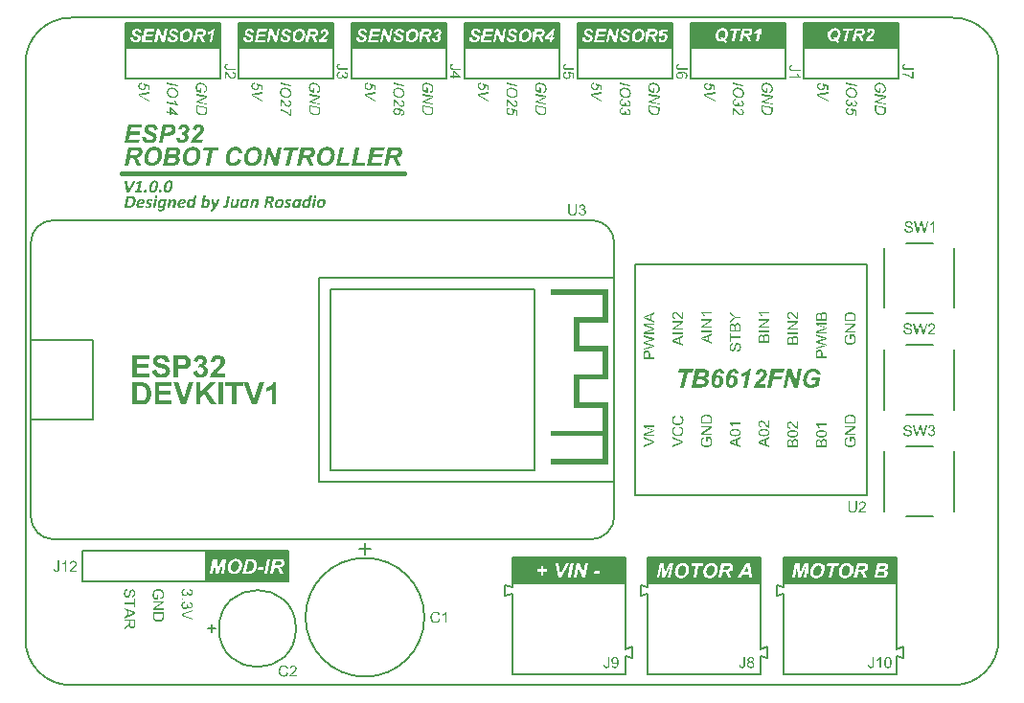
<source format=gto>
G04*
G04 #@! TF.GenerationSoftware,Altium Limited,Altium Designer,24.4.1 (13)*
G04*
G04 Layer_Color=65535*
%FSLAX44Y44*%
%MOMM*%
G71*
G04*
G04 #@! TF.SameCoordinates,63E37870-44FF-48FD-8248-C193DD5CA91D*
G04*
G04*
G04 #@! TF.FilePolarity,Positive*
G04*
G01*
G75*
%ADD10C,0.2000*%
%ADD11C,0.4000*%
%ADD12C,0.1270*%
%ADD13C,0.1500*%
G36*
X2360556Y1474458D02*
X2410556D01*
Y1444458D01*
X2385850D01*
Y1424458D01*
X2410556D01*
Y1394458D01*
X2385850D01*
Y1374458D01*
X2410556D01*
Y1319458D01*
X2360556D01*
Y1324458D01*
X2405556D01*
Y1344458D01*
X2360556D01*
Y1349458D01*
X2405557D01*
X2405557Y1369458D01*
X2380556Y1369458D01*
Y1399458D01*
X2405556D01*
Y1419458D01*
X2380556D01*
Y1449458D01*
X2405556D01*
Y1469458D01*
X2360556D01*
Y1474458D01*
D02*
G37*
G36*
X2168307Y1687958D02*
X2083405D01*
Y1709458D01*
X2168307D01*
Y1687958D01*
D02*
G37*
G36*
X2128356Y1215958D02*
X2055106D01*
Y1242958D01*
X2128356D01*
Y1215958D01*
D02*
G37*
G36*
X1992265Y1570442D02*
X1992453Y1570424D01*
X1992491D01*
X1992585Y1570405D01*
X1992679Y1570367D01*
X1992754Y1570311D01*
X1992773Y1570292D01*
X1992792Y1570236D01*
Y1570160D01*
X1992773Y1570048D01*
X1992754Y1570010D01*
X1992717Y1569935D01*
X1992660Y1569785D01*
X1992547Y1569578D01*
X1987585Y1560255D01*
X1987566Y1560236D01*
X1987529Y1560180D01*
X1987416Y1560029D01*
X1987397Y1560011D01*
X1987360Y1559992D01*
X1987285Y1559954D01*
X1987191Y1559917D01*
X1987172D01*
X1987078Y1559898D01*
X1986946Y1559879D01*
X1986777Y1559860D01*
X1986608D01*
X1986514Y1559841D01*
X1985593D01*
X1985461Y1559860D01*
X1985311D01*
X1985198Y1559879D01*
X1985048Y1559898D01*
X1984916Y1559917D01*
X1984897D01*
X1984841Y1559954D01*
X1984766Y1559973D01*
X1984709Y1560029D01*
Y1560048D01*
X1984691Y1560105D01*
X1984672Y1560180D01*
X1984653Y1560274D01*
X1983375Y1569785D01*
Y1569803D01*
Y1569822D01*
X1983356Y1569916D01*
X1983337Y1570029D01*
Y1570142D01*
Y1570160D01*
X1983356Y1570217D01*
X1983394Y1570273D01*
X1983450Y1570330D01*
X1983469Y1570348D01*
X1983544Y1570367D01*
X1983638Y1570405D01*
X1983788Y1570424D01*
X1983826D01*
X1983882Y1570442D01*
X1983958D01*
X1984146Y1570461D01*
X1984841D01*
X1984935Y1570442D01*
X1985067D01*
X1985161Y1570424D01*
X1985273Y1570405D01*
X1985367Y1570367D01*
X1985386D01*
X1985443Y1570330D01*
X1985480Y1570292D01*
X1985518Y1570236D01*
Y1570217D01*
X1985536Y1570179D01*
X1985555Y1570123D01*
X1985574Y1570029D01*
X1986458Y1561947D01*
X1986476D01*
X1990574Y1570067D01*
X1990593Y1570085D01*
X1990611Y1570142D01*
X1990687Y1570254D01*
X1990705Y1570273D01*
X1990743Y1570292D01*
X1990799Y1570330D01*
X1990893Y1570367D01*
X1990912Y1570386D01*
X1991006Y1570405D01*
X1991119Y1570424D01*
X1991269Y1570442D01*
X1991363D01*
X1991420Y1570461D01*
X1992077D01*
X1992265Y1570442D01*
D02*
G37*
G36*
X1998243Y1570461D02*
X1998280D01*
X1998355Y1570442D01*
X1998430Y1570424D01*
X1998506Y1570405D01*
X1998524D01*
X1998562Y1570386D01*
X1998600Y1570367D01*
X1998618Y1570330D01*
X1998637Y1570311D01*
Y1570217D01*
X1996908Y1561552D01*
X1998656D01*
X1998694Y1561533D01*
X1998750Y1561514D01*
X1998788Y1561458D01*
X1998806Y1561439D01*
X1998825Y1561383D01*
X1998844Y1561308D01*
Y1561195D01*
Y1561176D01*
Y1561157D01*
Y1561101D01*
X1998825Y1561007D01*
Y1560988D01*
X1998806Y1560932D01*
X1998788Y1560856D01*
X1998769Y1560744D01*
Y1560725D01*
X1998750Y1560650D01*
X1998731Y1560556D01*
X1998712Y1560443D01*
Y1560424D01*
X1998694Y1560368D01*
X1998656Y1560274D01*
X1998600Y1560180D01*
Y1560161D01*
X1998562Y1560105D01*
X1998524Y1560029D01*
X1998468Y1559973D01*
X1998449Y1559954D01*
X1998412Y1559935D01*
X1998374Y1559917D01*
X1998299Y1559898D01*
X1992472D01*
X1992435Y1559917D01*
X1992397Y1559935D01*
X1992341Y1559973D01*
Y1559992D01*
X1992322Y1560048D01*
X1992303Y1560123D01*
X1992284Y1560255D01*
Y1560274D01*
Y1560293D01*
Y1560349D01*
Y1560424D01*
Y1560443D01*
X1992303Y1560499D01*
Y1560574D01*
X1992322Y1560668D01*
Y1560687D01*
X1992341Y1560762D01*
X1992378Y1560856D01*
X1992397Y1560969D01*
X1992416Y1561007D01*
X1992435Y1561063D01*
X1992472Y1561157D01*
X1992510Y1561251D01*
X1992529Y1561270D01*
X1992547Y1561326D01*
X1992585Y1561402D01*
X1992641Y1561458D01*
X1992660Y1561477D01*
X1992698Y1561514D01*
X1992754Y1561533D01*
X1992829Y1561552D01*
X1994784D01*
X1996137Y1568300D01*
X1994258Y1567360D01*
X1994239Y1567341D01*
X1994164Y1567322D01*
X1994070Y1567285D01*
X1993976Y1567247D01*
X1993826D01*
X1993788Y1567285D01*
X1993750Y1567360D01*
Y1567379D01*
Y1567416D01*
X1993732Y1567473D01*
Y1567567D01*
Y1567585D01*
Y1567642D01*
Y1567736D01*
X1993750Y1567867D01*
Y1567905D01*
X1993769Y1567980D01*
X1993788Y1568112D01*
X1993826Y1568262D01*
Y1568281D01*
X1993844Y1568300D01*
X1993863Y1568394D01*
X1993920Y1568506D01*
X1993976Y1568638D01*
X1993995Y1568676D01*
X1994032Y1568751D01*
X1994107Y1568826D01*
X1994201Y1568901D01*
X1996776Y1570367D01*
X1996795D01*
X1996814Y1570386D01*
X1996889Y1570424D01*
X1996908D01*
X1996946Y1570442D01*
X1997077D01*
X1997134Y1570461D01*
X1997359D01*
X1997434Y1570480D01*
X1998092D01*
X1998243Y1570461D01*
D02*
G37*
G36*
X2015309Y1562266D02*
X2015460Y1562229D01*
X2015479D01*
X2015497Y1562210D01*
X2015573Y1562191D01*
X2015685Y1562135D01*
X2015779Y1562078D01*
X2015798Y1562059D01*
X2015854Y1562022D01*
X2015911Y1561928D01*
X2015948Y1561834D01*
Y1561815D01*
X2015967Y1561740D01*
X2015986Y1561627D01*
Y1561496D01*
Y1561477D01*
Y1561420D01*
X2015967Y1561308D01*
X2015948Y1561176D01*
Y1561138D01*
X2015930Y1561063D01*
X2015911Y1560932D01*
X2015873Y1560781D01*
X2015854Y1560744D01*
X2015836Y1560650D01*
X2015779Y1560518D01*
X2015723Y1560368D01*
X2015704Y1560330D01*
X2015667Y1560255D01*
X2015610Y1560161D01*
X2015516Y1560048D01*
X2015497Y1560029D01*
X2015422Y1559992D01*
X2015309Y1559917D01*
X2015140Y1559860D01*
X2015121D01*
X2015103Y1559841D01*
X2015046D01*
X2014971Y1559823D01*
X2014877Y1559804D01*
X2014764D01*
X2014482Y1559785D01*
X2014313D01*
X2014144Y1559804D01*
X2013975Y1559841D01*
X2013937Y1559860D01*
X2013862Y1559879D01*
X2013768Y1559917D01*
X2013674Y1559973D01*
X2013655Y1559992D01*
X2013618Y1560048D01*
X2013561Y1560123D01*
X2013505Y1560217D01*
Y1560236D01*
X2013486Y1560311D01*
X2013467Y1560424D01*
Y1560574D01*
Y1560593D01*
Y1560668D01*
Y1560762D01*
X2013486Y1560894D01*
Y1560913D01*
Y1560932D01*
X2013505Y1561026D01*
X2013542Y1561157D01*
X2013561Y1561308D01*
Y1561326D01*
X2013580Y1561345D01*
X2013599Y1561439D01*
X2013636Y1561571D01*
X2013693Y1561702D01*
X2013712Y1561740D01*
X2013749Y1561815D01*
X2013824Y1561909D01*
X2013918Y1562003D01*
X2013937Y1562022D01*
X2014012Y1562078D01*
X2014125Y1562153D01*
X2014276Y1562210D01*
X2014294D01*
X2014313Y1562229D01*
X2014370Y1562247D01*
X2014445Y1562266D01*
X2014557D01*
X2014670Y1562285D01*
X2014802Y1562304D01*
X2015140D01*
X2015309Y1562266D01*
D02*
G37*
G36*
X2002434D02*
X2002584Y1562229D01*
X2002603D01*
X2002622Y1562210D01*
X2002697Y1562191D01*
X2002810Y1562135D01*
X2002904Y1562078D01*
X2002923Y1562059D01*
X2002979Y1562022D01*
X2003035Y1561928D01*
X2003073Y1561834D01*
Y1561815D01*
X2003092Y1561740D01*
X2003111Y1561627D01*
Y1561496D01*
Y1561477D01*
Y1561420D01*
X2003092Y1561308D01*
X2003073Y1561176D01*
Y1561138D01*
X2003054Y1561063D01*
X2003035Y1560932D01*
X2002998Y1560781D01*
X2002979Y1560744D01*
X2002960Y1560650D01*
X2002904Y1560518D01*
X2002848Y1560368D01*
X2002829Y1560330D01*
X2002791Y1560255D01*
X2002735Y1560161D01*
X2002641Y1560048D01*
X2002622Y1560029D01*
X2002547Y1559992D01*
X2002434Y1559917D01*
X2002265Y1559860D01*
X2002246D01*
X2002227Y1559841D01*
X2002171D01*
X2002096Y1559823D01*
X2002002Y1559804D01*
X2001889D01*
X2001607Y1559785D01*
X2001438D01*
X2001269Y1559804D01*
X2001100Y1559841D01*
X2001062Y1559860D01*
X2000987Y1559879D01*
X2000893Y1559917D01*
X2000799Y1559973D01*
X2000780Y1559992D01*
X2000742Y1560048D01*
X2000686Y1560123D01*
X2000630Y1560217D01*
Y1560236D01*
X2000611Y1560311D01*
X2000592Y1560424D01*
Y1560574D01*
Y1560593D01*
Y1560668D01*
Y1560762D01*
X2000611Y1560894D01*
Y1560913D01*
Y1560932D01*
X2000630Y1561026D01*
X2000667Y1561157D01*
X2000686Y1561308D01*
Y1561326D01*
X2000705Y1561345D01*
X2000724Y1561439D01*
X2000761Y1561571D01*
X2000818Y1561702D01*
X2000836Y1561740D01*
X2000874Y1561815D01*
X2000949Y1561909D01*
X2001043Y1562003D01*
X2001062Y1562022D01*
X2001137Y1562078D01*
X2001250Y1562153D01*
X2001400Y1562210D01*
X2001419D01*
X2001438Y1562229D01*
X2001494Y1562247D01*
X2001570Y1562266D01*
X2001682D01*
X2001795Y1562285D01*
X2001927Y1562304D01*
X2002265D01*
X2002434Y1562266D01*
D02*
G37*
G36*
X2023298Y1570574D02*
X2023486Y1570555D01*
X2023692Y1570536D01*
X2023937Y1570499D01*
X2024162Y1570424D01*
X2024388Y1570348D01*
X2024407Y1570330D01*
X2024482Y1570311D01*
X2024595Y1570254D01*
X2024726Y1570179D01*
X2024877Y1570085D01*
X2025027Y1569991D01*
X2025177Y1569860D01*
X2025328Y1569709D01*
X2025346Y1569691D01*
X2025384Y1569634D01*
X2025440Y1569540D01*
X2025534Y1569427D01*
X2025609Y1569277D01*
X2025685Y1569108D01*
X2025779Y1568920D01*
X2025835Y1568713D01*
Y1568694D01*
X2025854Y1568619D01*
X2025892Y1568488D01*
X2025910Y1568337D01*
X2025948Y1568149D01*
X2025967Y1567924D01*
X2025986Y1567679D01*
Y1567416D01*
Y1567397D01*
Y1567341D01*
Y1567266D01*
Y1567134D01*
X2025967Y1567003D01*
Y1566833D01*
X2025948Y1566664D01*
X2025929Y1566458D01*
Y1566439D01*
X2025910Y1566364D01*
Y1566251D01*
X2025892Y1566100D01*
X2025873Y1565931D01*
X2025835Y1565743D01*
X2025760Y1565292D01*
Y1565273D01*
X2025741Y1565198D01*
X2025722Y1565067D01*
X2025685Y1564916D01*
X2025647Y1564728D01*
X2025609Y1564522D01*
X2025497Y1564052D01*
Y1564033D01*
X2025459Y1563939D01*
X2025422Y1563826D01*
X2025384Y1563676D01*
X2025328Y1563488D01*
X2025252Y1563281D01*
X2025083Y1562830D01*
X2025065Y1562811D01*
X2025046Y1562736D01*
X2024989Y1562604D01*
X2024933Y1562473D01*
X2024858Y1562285D01*
X2024764Y1562097D01*
X2024538Y1561702D01*
X2024519Y1561683D01*
X2024482Y1561608D01*
X2024425Y1561514D01*
X2024350Y1561402D01*
X2024125Y1561101D01*
X2023862Y1560800D01*
X2023843Y1560781D01*
X2023768Y1560725D01*
X2023655Y1560631D01*
X2023523Y1560518D01*
X2023335Y1560387D01*
X2023129Y1560255D01*
X2022903Y1560105D01*
X2022640Y1559992D01*
X2022602Y1559973D01*
X2022508Y1559954D01*
X2022377Y1559898D01*
X2022170Y1559860D01*
X2021926Y1559804D01*
X2021625Y1559747D01*
X2021305Y1559729D01*
X2020948Y1559710D01*
X2020817D01*
X2020666Y1559729D01*
X2020478D01*
X2020253Y1559766D01*
X2020027Y1559804D01*
X2019802Y1559841D01*
X2019576Y1559917D01*
X2019557Y1559935D01*
X2019482Y1559954D01*
X2019388Y1560011D01*
X2019256Y1560086D01*
X2018956Y1560274D01*
X2018805Y1560405D01*
X2018655Y1560537D01*
X2018636Y1560556D01*
X2018599Y1560612D01*
X2018542Y1560706D01*
X2018448Y1560819D01*
X2018373Y1560969D01*
X2018279Y1561138D01*
X2018204Y1561345D01*
X2018129Y1561552D01*
Y1561571D01*
X2018110Y1561665D01*
X2018091Y1561777D01*
X2018053Y1561947D01*
X2018035Y1562135D01*
X2017997Y1562360D01*
X2017978Y1562623D01*
Y1562886D01*
Y1562905D01*
Y1562962D01*
Y1563037D01*
Y1563150D01*
X2017997Y1563281D01*
Y1563450D01*
Y1563638D01*
X2018016Y1563826D01*
Y1563845D01*
X2018035Y1563920D01*
Y1564033D01*
X2018053Y1564183D01*
X2018072Y1564353D01*
X2018110Y1564540D01*
X2018166Y1564973D01*
Y1564991D01*
X2018185Y1565085D01*
X2018204Y1565198D01*
X2018241Y1565349D01*
X2018279Y1565537D01*
X2018336Y1565743D01*
X2018448Y1566213D01*
Y1566251D01*
X2018486Y1566326D01*
X2018523Y1566439D01*
X2018561Y1566608D01*
X2018617Y1566796D01*
X2018693Y1567003D01*
X2018862Y1567435D01*
X2018881Y1567454D01*
X2018899Y1567529D01*
X2018956Y1567661D01*
X2019031Y1567811D01*
X2019106Y1567980D01*
X2019200Y1568168D01*
X2019407Y1568563D01*
X2019426Y1568582D01*
X2019463Y1568657D01*
X2019520Y1568751D01*
X2019614Y1568882D01*
X2019820Y1569183D01*
X2020102Y1569484D01*
X2020121Y1569503D01*
X2020140Y1569521D01*
X2020271Y1569634D01*
X2020441Y1569785D01*
X2020647Y1569935D01*
X2020666Y1569954D01*
X2020704Y1569973D01*
X2020760Y1570010D01*
X2020835Y1570048D01*
X2021061Y1570160D01*
X2021305Y1570273D01*
X2021324D01*
X2021362Y1570292D01*
X2021437Y1570330D01*
X2021531Y1570367D01*
X2021644Y1570386D01*
X2021775Y1570424D01*
X2022076Y1570499D01*
X2022095D01*
X2022151Y1570518D01*
X2022245Y1570536D01*
X2022358Y1570555D01*
X2022489D01*
X2022640Y1570574D01*
X2022997Y1570593D01*
X2023129D01*
X2023298Y1570574D01*
D02*
G37*
G36*
X2010422D02*
X2010610Y1570555D01*
X2010817Y1570536D01*
X2011061Y1570499D01*
X2011287Y1570424D01*
X2011512Y1570348D01*
X2011531Y1570330D01*
X2011606Y1570311D01*
X2011719Y1570254D01*
X2011851Y1570179D01*
X2012001Y1570085D01*
X2012152Y1569991D01*
X2012302Y1569860D01*
X2012452Y1569709D01*
X2012471Y1569691D01*
X2012509Y1569634D01*
X2012565Y1569540D01*
X2012659Y1569427D01*
X2012734Y1569277D01*
X2012809Y1569108D01*
X2012903Y1568920D01*
X2012960Y1568713D01*
Y1568694D01*
X2012979Y1568619D01*
X2013016Y1568488D01*
X2013035Y1568337D01*
X2013073Y1568149D01*
X2013091Y1567924D01*
X2013110Y1567679D01*
Y1567416D01*
Y1567397D01*
Y1567341D01*
Y1567266D01*
Y1567134D01*
X2013091Y1567003D01*
Y1566833D01*
X2013073Y1566664D01*
X2013054Y1566458D01*
Y1566439D01*
X2013035Y1566364D01*
Y1566251D01*
X2013016Y1566100D01*
X2012997Y1565931D01*
X2012960Y1565743D01*
X2012885Y1565292D01*
Y1565273D01*
X2012866Y1565198D01*
X2012847Y1565067D01*
X2012809Y1564916D01*
X2012772Y1564728D01*
X2012734Y1564522D01*
X2012621Y1564052D01*
Y1564033D01*
X2012584Y1563939D01*
X2012546Y1563826D01*
X2012509Y1563676D01*
X2012452Y1563488D01*
X2012377Y1563281D01*
X2012208Y1562830D01*
X2012189Y1562811D01*
X2012170Y1562736D01*
X2012114Y1562604D01*
X2012058Y1562473D01*
X2011982Y1562285D01*
X2011888Y1562097D01*
X2011663Y1561702D01*
X2011644Y1561683D01*
X2011606Y1561608D01*
X2011550Y1561514D01*
X2011475Y1561402D01*
X2011249Y1561101D01*
X2010986Y1560800D01*
X2010968Y1560781D01*
X2010892Y1560725D01*
X2010780Y1560631D01*
X2010648Y1560518D01*
X2010460Y1560387D01*
X2010253Y1560255D01*
X2010028Y1560105D01*
X2009765Y1559992D01*
X2009727Y1559973D01*
X2009633Y1559954D01*
X2009501Y1559898D01*
X2009295Y1559860D01*
X2009050Y1559804D01*
X2008750Y1559747D01*
X2008430Y1559729D01*
X2008073Y1559710D01*
X2007941D01*
X2007791Y1559729D01*
X2007603D01*
X2007377Y1559766D01*
X2007152Y1559804D01*
X2006926Y1559841D01*
X2006701Y1559917D01*
X2006682Y1559935D01*
X2006607Y1559954D01*
X2006513Y1560011D01*
X2006381Y1560086D01*
X2006080Y1560274D01*
X2005930Y1560405D01*
X2005780Y1560537D01*
X2005761Y1560556D01*
X2005723Y1560612D01*
X2005667Y1560706D01*
X2005573Y1560819D01*
X2005498Y1560969D01*
X2005404Y1561138D01*
X2005329Y1561345D01*
X2005253Y1561552D01*
Y1561571D01*
X2005235Y1561665D01*
X2005216Y1561777D01*
X2005178Y1561947D01*
X2005159Y1562135D01*
X2005122Y1562360D01*
X2005103Y1562623D01*
Y1562886D01*
Y1562905D01*
Y1562962D01*
Y1563037D01*
Y1563150D01*
X2005122Y1563281D01*
Y1563450D01*
Y1563638D01*
X2005141Y1563826D01*
Y1563845D01*
X2005159Y1563920D01*
Y1564033D01*
X2005178Y1564183D01*
X2005197Y1564353D01*
X2005235Y1564540D01*
X2005291Y1564973D01*
Y1564991D01*
X2005310Y1565085D01*
X2005329Y1565198D01*
X2005366Y1565349D01*
X2005404Y1565537D01*
X2005460Y1565743D01*
X2005573Y1566213D01*
Y1566251D01*
X2005611Y1566326D01*
X2005648Y1566439D01*
X2005686Y1566608D01*
X2005742Y1566796D01*
X2005817Y1567003D01*
X2005986Y1567435D01*
X2006005Y1567454D01*
X2006024Y1567529D01*
X2006080Y1567661D01*
X2006156Y1567811D01*
X2006231Y1567980D01*
X2006325Y1568168D01*
X2006532Y1568563D01*
X2006550Y1568582D01*
X2006588Y1568657D01*
X2006644Y1568751D01*
X2006738Y1568882D01*
X2006945Y1569183D01*
X2007227Y1569484D01*
X2007246Y1569503D01*
X2007265Y1569521D01*
X2007396Y1569634D01*
X2007565Y1569785D01*
X2007772Y1569935D01*
X2007791Y1569954D01*
X2007829Y1569973D01*
X2007885Y1570010D01*
X2007960Y1570048D01*
X2008186Y1570160D01*
X2008430Y1570273D01*
X2008449D01*
X2008486Y1570292D01*
X2008562Y1570330D01*
X2008656Y1570367D01*
X2008768Y1570386D01*
X2008900Y1570424D01*
X2009201Y1570499D01*
X2009219D01*
X2009276Y1570518D01*
X2009370Y1570536D01*
X2009483Y1570555D01*
X2009614D01*
X2009765Y1570574D01*
X2010122Y1570593D01*
X2010253D01*
X2010422Y1570574D01*
D02*
G37*
G36*
X2152520Y1557270D02*
X2152689Y1557233D01*
X2152708D01*
X2152727Y1557214D01*
X2152821Y1557195D01*
X2152915Y1557139D01*
X2153009Y1557045D01*
X2153028Y1557026D01*
X2153065Y1556969D01*
X2153122Y1556857D01*
X2153140Y1556725D01*
Y1556687D01*
Y1556593D01*
Y1556424D01*
X2153103Y1556236D01*
Y1556218D01*
X2153084Y1556180D01*
Y1556124D01*
X2153046Y1556067D01*
X2153009Y1555898D01*
X2152934Y1555729D01*
X2152915Y1555691D01*
X2152858Y1555616D01*
X2152783Y1555503D01*
X2152670Y1555390D01*
X2152652Y1555372D01*
X2152558Y1555315D01*
X2152445Y1555259D01*
X2152276Y1555203D01*
X2152238D01*
X2152182Y1555184D01*
X2152125D01*
X2151938Y1555165D01*
X2151505D01*
X2151317Y1555184D01*
X2151129Y1555203D01*
X2151092Y1555221D01*
X2151016Y1555240D01*
X2150904Y1555315D01*
X2150810Y1555390D01*
X2150791Y1555409D01*
X2150753Y1555484D01*
X2150716Y1555597D01*
X2150697Y1555729D01*
Y1555748D01*
Y1555766D01*
Y1555879D01*
X2150716Y1556030D01*
X2150753Y1556236D01*
Y1556255D01*
X2150772Y1556293D01*
X2150791Y1556405D01*
X2150847Y1556556D01*
X2150904Y1556725D01*
Y1556744D01*
X2150923Y1556763D01*
X2150979Y1556838D01*
X2151054Y1556951D01*
X2151148Y1557045D01*
X2151186Y1557063D01*
X2151261Y1557120D01*
X2151392Y1557176D01*
X2151543Y1557233D01*
X2151561D01*
X2151580Y1557251D01*
X2151637D01*
X2151712Y1557270D01*
X2151900Y1557289D01*
X2152144Y1557308D01*
X2152332D01*
X2152520Y1557270D01*
D02*
G37*
G36*
X2011964D02*
X2012133Y1557233D01*
X2012152D01*
X2012170Y1557214D01*
X2012264Y1557195D01*
X2012358Y1557139D01*
X2012452Y1557045D01*
X2012471Y1557026D01*
X2012509Y1556969D01*
X2012565Y1556857D01*
X2012584Y1556725D01*
Y1556687D01*
Y1556593D01*
Y1556424D01*
X2012546Y1556236D01*
Y1556218D01*
X2012527Y1556180D01*
Y1556124D01*
X2012490Y1556067D01*
X2012452Y1555898D01*
X2012377Y1555729D01*
X2012358Y1555691D01*
X2012302Y1555616D01*
X2012227Y1555503D01*
X2012114Y1555390D01*
X2012095Y1555372D01*
X2012001Y1555315D01*
X2011888Y1555259D01*
X2011719Y1555203D01*
X2011682D01*
X2011625Y1555184D01*
X2011569D01*
X2011381Y1555165D01*
X2010949D01*
X2010761Y1555184D01*
X2010573Y1555203D01*
X2010535Y1555221D01*
X2010460Y1555240D01*
X2010347Y1555315D01*
X2010253Y1555390D01*
X2010234Y1555409D01*
X2010197Y1555484D01*
X2010159Y1555597D01*
X2010140Y1555729D01*
Y1555748D01*
Y1555766D01*
Y1555879D01*
X2010159Y1556030D01*
X2010197Y1556236D01*
Y1556255D01*
X2010216Y1556293D01*
X2010234Y1556405D01*
X2010291Y1556556D01*
X2010347Y1556725D01*
Y1556744D01*
X2010366Y1556763D01*
X2010422Y1556838D01*
X2010498Y1556951D01*
X2010591Y1557045D01*
X2010629Y1557063D01*
X2010704Y1557120D01*
X2010836Y1557176D01*
X2010986Y1557233D01*
X2011005D01*
X2011024Y1557251D01*
X2011080D01*
X2011155Y1557270D01*
X2011343Y1557289D01*
X2011588Y1557308D01*
X2011776D01*
X2011964Y1557270D01*
D02*
G37*
G36*
X2148441Y1557552D02*
X2148592Y1557533D01*
X2148629D01*
X2148705Y1557514D01*
X2148799Y1557496D01*
X2148874Y1557458D01*
X2148893D01*
X2148930Y1557439D01*
X2148987Y1557402D01*
X2149024Y1557345D01*
X2149043Y1557308D01*
Y1557270D01*
Y1557214D01*
X2146919Y1546556D01*
Y1546519D01*
X2146881Y1546462D01*
X2146787Y1546369D01*
X2146656Y1546293D01*
X2146618D01*
X2146562Y1546275D01*
X2146487D01*
X2146374Y1546256D01*
X2146261D01*
X2146111Y1546237D01*
X2145660D01*
X2145528Y1546256D01*
X2145509D01*
X2145434Y1546275D01*
X2145359D01*
X2145284Y1546293D01*
X2145265D01*
X2145227Y1546312D01*
X2145190Y1546350D01*
X2145152Y1546387D01*
Y1546406D01*
Y1546444D01*
X2145133Y1546556D01*
X2145354Y1547699D01*
X2145340Y1547684D01*
X2145302Y1547628D01*
X2145265Y1547553D01*
X2145152Y1547365D01*
X2144964Y1547158D01*
X2144945Y1547139D01*
X2144926Y1547101D01*
X2144870Y1547064D01*
X2144795Y1546989D01*
X2144588Y1546820D01*
X2144325Y1546632D01*
X2144306D01*
X2144269Y1546594D01*
X2144194Y1546556D01*
X2144099Y1546500D01*
X2143968Y1546444D01*
X2143836Y1546387D01*
X2143517Y1546256D01*
X2143498D01*
X2143442Y1546237D01*
X2143348Y1546218D01*
X2143235Y1546181D01*
X2143103Y1546162D01*
X2142953Y1546124D01*
X2142615Y1546105D01*
X2142446D01*
X2142333Y1546124D01*
X2142070Y1546162D01*
X2141806Y1546218D01*
X2141788D01*
X2141750Y1546237D01*
X2141694Y1546275D01*
X2141600Y1546293D01*
X2141412Y1546406D01*
X2141205Y1546538D01*
X2141186Y1546556D01*
X2141167Y1546575D01*
X2141055Y1546669D01*
X2140923Y1546820D01*
X2140791Y1547007D01*
Y1547026D01*
X2140773Y1547064D01*
X2140735Y1547120D01*
X2140697Y1547195D01*
X2140622Y1547365D01*
X2140547Y1547590D01*
Y1547609D01*
X2140528Y1547647D01*
X2140509Y1547703D01*
X2140491Y1547797D01*
X2140453Y1548004D01*
X2140415Y1548229D01*
Y1548248D01*
Y1548286D01*
X2140397Y1548361D01*
Y1548436D01*
X2140378Y1548643D01*
Y1548887D01*
Y1548906D01*
Y1548981D01*
Y1549094D01*
X2140397Y1549225D01*
Y1549395D01*
X2140415Y1549583D01*
X2140472Y1550015D01*
Y1550034D01*
X2140491Y1550128D01*
X2140509Y1550240D01*
X2140547Y1550391D01*
X2140585Y1550579D01*
X2140641Y1550786D01*
X2140773Y1551218D01*
X2140791Y1551237D01*
X2140810Y1551312D01*
X2140848Y1551443D01*
X2140923Y1551594D01*
X2140998Y1551763D01*
X2141073Y1551951D01*
X2141299Y1552364D01*
X2141318Y1552383D01*
X2141355Y1552458D01*
X2141431Y1552571D01*
X2141506Y1552703D01*
X2141618Y1552853D01*
X2141750Y1553022D01*
X2142051Y1553342D01*
X2142070Y1553361D01*
X2142126Y1553417D01*
X2142220Y1553492D01*
X2142352Y1553586D01*
X2142502Y1553699D01*
X2142671Y1553812D01*
X2143066Y1554018D01*
X2143085Y1554037D01*
X2143160Y1554056D01*
X2143291Y1554094D01*
X2143442Y1554150D01*
X2143648Y1554206D01*
X2143855Y1554244D01*
X2144099Y1554263D01*
X2144363Y1554282D01*
X2144551D01*
X2144739Y1554244D01*
X2144945Y1554206D01*
X2144964D01*
X2145002Y1554188D01*
X2145058Y1554169D01*
X2145133Y1554150D01*
X2145302Y1554094D01*
X2145472Y1554018D01*
X2145490D01*
X2145509Y1554000D01*
X2145622Y1553943D01*
X2145754Y1553849D01*
X2145904Y1553737D01*
X2145923D01*
X2145941Y1553699D01*
X2146017Y1553624D01*
X2146129Y1553530D01*
X2146242Y1553398D01*
X2147032Y1557214D01*
Y1557233D01*
Y1557251D01*
X2147050Y1557308D01*
X2147088Y1557345D01*
X2147107Y1557364D01*
X2147126Y1557383D01*
X2147201Y1557421D01*
X2147276Y1557458D01*
X2147295Y1557477D01*
X2147370Y1557496D01*
X2147464Y1557514D01*
X2147596Y1557533D01*
X2147633D01*
X2147746Y1557552D01*
X2147896Y1557571D01*
X2148272D01*
X2148441Y1557552D01*
D02*
G37*
G36*
X2046473D02*
X2046624Y1557533D01*
X2046661D01*
X2046736Y1557514D01*
X2046830Y1557496D01*
X2046905Y1557458D01*
X2046924D01*
X2046962Y1557439D01*
X2047018Y1557402D01*
X2047056Y1557345D01*
X2047075Y1557308D01*
Y1557270D01*
Y1557214D01*
X2044951Y1546556D01*
Y1546519D01*
X2044913Y1546462D01*
X2044819Y1546369D01*
X2044688Y1546293D01*
X2044650D01*
X2044594Y1546275D01*
X2044518D01*
X2044406Y1546256D01*
X2044293D01*
X2044142Y1546237D01*
X2043691D01*
X2043560Y1546256D01*
X2043541D01*
X2043466Y1546275D01*
X2043391D01*
X2043315Y1546293D01*
X2043297D01*
X2043259Y1546312D01*
X2043221Y1546350D01*
X2043184Y1546387D01*
Y1546406D01*
Y1546444D01*
X2043165Y1546556D01*
X2043386Y1547699D01*
X2043372Y1547684D01*
X2043334Y1547628D01*
X2043297Y1547553D01*
X2043184Y1547365D01*
X2042996Y1547158D01*
X2042977Y1547139D01*
X2042958Y1547101D01*
X2042902Y1547064D01*
X2042827Y1546989D01*
X2042620Y1546820D01*
X2042357Y1546632D01*
X2042338D01*
X2042300Y1546594D01*
X2042225Y1546556D01*
X2042131Y1546500D01*
X2042000Y1546444D01*
X2041868Y1546387D01*
X2041548Y1546256D01*
X2041530D01*
X2041473Y1546237D01*
X2041379Y1546218D01*
X2041267Y1546181D01*
X2041135Y1546162D01*
X2040985Y1546124D01*
X2040646Y1546105D01*
X2040477D01*
X2040364Y1546124D01*
X2040101Y1546162D01*
X2039838Y1546218D01*
X2039819D01*
X2039782Y1546237D01*
X2039725Y1546275D01*
X2039631Y1546293D01*
X2039443Y1546406D01*
X2039237Y1546538D01*
X2039218Y1546556D01*
X2039199Y1546575D01*
X2039086Y1546669D01*
X2038955Y1546820D01*
X2038823Y1547007D01*
Y1547026D01*
X2038804Y1547064D01*
X2038767Y1547120D01*
X2038729Y1547195D01*
X2038654Y1547365D01*
X2038579Y1547590D01*
Y1547609D01*
X2038560Y1547647D01*
X2038541Y1547703D01*
X2038522Y1547797D01*
X2038485Y1548004D01*
X2038447Y1548229D01*
Y1548248D01*
Y1548286D01*
X2038428Y1548361D01*
Y1548436D01*
X2038410Y1548643D01*
Y1548887D01*
Y1548906D01*
Y1548981D01*
Y1549094D01*
X2038428Y1549225D01*
Y1549395D01*
X2038447Y1549583D01*
X2038504Y1550015D01*
Y1550034D01*
X2038522Y1550128D01*
X2038541Y1550240D01*
X2038579Y1550391D01*
X2038616Y1550579D01*
X2038673Y1550786D01*
X2038804Y1551218D01*
X2038823Y1551237D01*
X2038842Y1551312D01*
X2038880Y1551443D01*
X2038955Y1551594D01*
X2039030Y1551763D01*
X2039105Y1551951D01*
X2039331Y1552364D01*
X2039349Y1552383D01*
X2039387Y1552458D01*
X2039462Y1552571D01*
X2039537Y1552703D01*
X2039650Y1552853D01*
X2039782Y1553022D01*
X2040083Y1553342D01*
X2040101Y1553361D01*
X2040158Y1553417D01*
X2040252Y1553492D01*
X2040383Y1553586D01*
X2040534Y1553699D01*
X2040703Y1553812D01*
X2041097Y1554018D01*
X2041116Y1554037D01*
X2041191Y1554056D01*
X2041323Y1554094D01*
X2041473Y1554150D01*
X2041680Y1554206D01*
X2041887Y1554244D01*
X2042131Y1554263D01*
X2042394Y1554282D01*
X2042582D01*
X2042770Y1554244D01*
X2042977Y1554206D01*
X2042996D01*
X2043033Y1554188D01*
X2043090Y1554169D01*
X2043165Y1554150D01*
X2043334Y1554094D01*
X2043503Y1554018D01*
X2043522D01*
X2043541Y1554000D01*
X2043654Y1553943D01*
X2043785Y1553849D01*
X2043936Y1553737D01*
X2043954D01*
X2043973Y1553699D01*
X2044048Y1553624D01*
X2044161Y1553530D01*
X2044274Y1553398D01*
X2045063Y1557214D01*
Y1557233D01*
Y1557251D01*
X2045082Y1557308D01*
X2045120Y1557345D01*
X2045139Y1557364D01*
X2045157Y1557383D01*
X2045233Y1557421D01*
X2045308Y1557458D01*
X2045327Y1557477D01*
X2045402Y1557496D01*
X2045496Y1557514D01*
X2045627Y1557533D01*
X2045665D01*
X2045778Y1557552D01*
X2045928Y1557571D01*
X2046304D01*
X2046473Y1557552D01*
D02*
G37*
G36*
X2100267Y1554263D02*
X2100568Y1554206D01*
X2100869Y1554112D01*
X2100887D01*
X2100944Y1554075D01*
X2101000Y1554037D01*
X2101094Y1554000D01*
X2101301Y1553849D01*
X2101508Y1553642D01*
X2101527Y1553624D01*
X2101545Y1553586D01*
X2101583Y1553530D01*
X2101639Y1553455D01*
X2101752Y1553248D01*
X2101846Y1552985D01*
Y1552966D01*
X2101865Y1552928D01*
X2101884Y1552853D01*
X2101902Y1552740D01*
X2101921Y1552628D01*
X2101940Y1552496D01*
X2101959Y1552195D01*
Y1552176D01*
Y1552139D01*
Y1552082D01*
Y1552026D01*
X2101940Y1551838D01*
X2101921Y1551613D01*
Y1551594D01*
Y1551556D01*
X2101902Y1551500D01*
Y1551443D01*
X2101865Y1551255D01*
X2101827Y1551030D01*
X2100925Y1546556D01*
Y1546538D01*
X2100906Y1546500D01*
X2100850Y1546406D01*
X2100831D01*
X2100812Y1546369D01*
X2100756Y1546350D01*
X2100662Y1546312D01*
X2100643D01*
X2100568Y1546293D01*
X2100455D01*
X2100324Y1546275D01*
X2100286D01*
X2100192Y1546256D01*
X2100042Y1546237D01*
X2099666D01*
X2099497Y1546256D01*
X2099346Y1546275D01*
X2099309D01*
X2099234Y1546293D01*
X2099140D01*
X2099046Y1546312D01*
X2099027D01*
X2098989Y1546331D01*
X2098952Y1546369D01*
X2098914Y1546406D01*
Y1546425D01*
X2098895Y1546444D01*
Y1546500D01*
Y1546556D01*
X2099779Y1550898D01*
Y1550936D01*
X2099797Y1551011D01*
X2099816Y1551143D01*
X2099835Y1551293D01*
Y1551312D01*
Y1551331D01*
X2099854Y1551425D01*
Y1551537D01*
Y1551669D01*
Y1551688D01*
Y1551725D01*
Y1551801D01*
X2099835Y1551876D01*
X2099779Y1552082D01*
X2099685Y1552270D01*
Y1552289D01*
X2099647Y1552308D01*
X2099572Y1552402D01*
X2099403Y1552477D01*
X2099309Y1552496D01*
X2099177Y1552515D01*
X2099121D01*
X2099046Y1552496D01*
X2098970D01*
X2098745Y1552421D01*
X2098613Y1552364D01*
X2098482Y1552289D01*
X2098463D01*
X2098425Y1552252D01*
X2098350Y1552195D01*
X2098256Y1552139D01*
X2098031Y1551951D01*
X2097786Y1551707D01*
X2097767Y1551688D01*
X2097730Y1551650D01*
X2097673Y1551575D01*
X2097598Y1551462D01*
X2097504Y1551349D01*
X2097410Y1551199D01*
X2097204Y1550861D01*
X2097185Y1550842D01*
X2097166Y1550786D01*
X2097128Y1550673D01*
X2097072Y1550541D01*
X2097016Y1550391D01*
X2096959Y1550222D01*
X2096865Y1549827D01*
X2096207Y1546556D01*
Y1546538D01*
X2096189Y1546500D01*
X2096132Y1546406D01*
X2096113D01*
X2096095Y1546369D01*
X2096038Y1546350D01*
X2095944Y1546312D01*
X2095925D01*
X2095850Y1546293D01*
X2095737D01*
X2095606Y1546275D01*
X2095568D01*
X2095474Y1546256D01*
X2095324Y1546237D01*
X2094948D01*
X2094779Y1546256D01*
X2094628Y1546275D01*
X2094591D01*
X2094516Y1546293D01*
X2094422D01*
X2094328Y1546312D01*
X2094309D01*
X2094271Y1546331D01*
X2094215Y1546369D01*
X2094177Y1546406D01*
Y1546425D01*
Y1546444D01*
Y1546556D01*
X2095625Y1553812D01*
Y1553831D01*
Y1553849D01*
X2095643Y1553906D01*
X2095681Y1553943D01*
X2095700Y1553962D01*
X2095719Y1553981D01*
X2095775Y1554000D01*
X2095850Y1554037D01*
X2095869D01*
X2095925Y1554056D01*
X2096019Y1554075D01*
X2096132Y1554094D01*
X2096170D01*
X2096264Y1554112D01*
X2096395Y1554131D01*
X2096715D01*
X2096828Y1554112D01*
X2096959Y1554094D01*
X2096978D01*
X2097053Y1554075D01*
X2097128Y1554056D01*
X2097204Y1554037D01*
X2097222D01*
X2097260Y1554018D01*
X2097298Y1553981D01*
X2097316Y1553943D01*
X2097335Y1553906D01*
Y1553868D01*
Y1553812D01*
X2097095Y1552632D01*
X2097128Y1552665D01*
X2097166Y1552722D01*
X2097222Y1552797D01*
X2097373Y1552966D01*
X2097561Y1553191D01*
X2097579Y1553210D01*
X2097617Y1553248D01*
X2097673Y1553304D01*
X2097749Y1553379D01*
X2097955Y1553548D01*
X2098219Y1553718D01*
X2098237Y1553737D01*
X2098294Y1553755D01*
X2098369Y1553812D01*
X2098463Y1553868D01*
X2098576Y1553925D01*
X2098726Y1553981D01*
X2099027Y1554112D01*
X2099046D01*
X2099102Y1554131D01*
X2099196Y1554169D01*
X2099309Y1554206D01*
X2099440Y1554225D01*
X2099591Y1554263D01*
X2099929Y1554282D01*
X2100136D01*
X2100267Y1554263D01*
D02*
G37*
G36*
X2027358D02*
X2027658Y1554206D01*
X2027959Y1554112D01*
X2027978D01*
X2028034Y1554075D01*
X2028091Y1554037D01*
X2028185Y1554000D01*
X2028391Y1553849D01*
X2028598Y1553642D01*
X2028617Y1553624D01*
X2028636Y1553586D01*
X2028673Y1553530D01*
X2028730Y1553455D01*
X2028842Y1553248D01*
X2028936Y1552985D01*
Y1552966D01*
X2028955Y1552928D01*
X2028974Y1552853D01*
X2028993Y1552740D01*
X2029012Y1552628D01*
X2029030Y1552496D01*
X2029049Y1552195D01*
Y1552176D01*
Y1552139D01*
Y1552082D01*
Y1552026D01*
X2029030Y1551838D01*
X2029012Y1551613D01*
Y1551594D01*
Y1551556D01*
X2028993Y1551500D01*
Y1551443D01*
X2028955Y1551255D01*
X2028918Y1551030D01*
X2028015Y1546556D01*
Y1546538D01*
X2027997Y1546500D01*
X2027940Y1546406D01*
X2027921D01*
X2027903Y1546369D01*
X2027846Y1546350D01*
X2027752Y1546312D01*
X2027733D01*
X2027658Y1546293D01*
X2027545D01*
X2027414Y1546275D01*
X2027376D01*
X2027282Y1546256D01*
X2027132Y1546237D01*
X2026756D01*
X2026587Y1546256D01*
X2026437Y1546275D01*
X2026399D01*
X2026324Y1546293D01*
X2026230D01*
X2026136Y1546312D01*
X2026117D01*
X2026079Y1546331D01*
X2026042Y1546369D01*
X2026004Y1546406D01*
Y1546425D01*
X2025986Y1546444D01*
Y1546500D01*
Y1546556D01*
X2026869Y1550898D01*
Y1550936D01*
X2026888Y1551011D01*
X2026906Y1551143D01*
X2026925Y1551293D01*
Y1551312D01*
Y1551331D01*
X2026944Y1551425D01*
Y1551537D01*
Y1551669D01*
Y1551688D01*
Y1551725D01*
Y1551801D01*
X2026925Y1551876D01*
X2026869Y1552082D01*
X2026775Y1552270D01*
Y1552289D01*
X2026737Y1552308D01*
X2026662Y1552402D01*
X2026493Y1552477D01*
X2026399Y1552496D01*
X2026267Y1552515D01*
X2026211D01*
X2026136Y1552496D01*
X2026061D01*
X2025835Y1552421D01*
X2025703Y1552364D01*
X2025572Y1552289D01*
X2025553D01*
X2025516Y1552252D01*
X2025440Y1552195D01*
X2025346Y1552139D01*
X2025121Y1551951D01*
X2024877Y1551707D01*
X2024858Y1551688D01*
X2024820Y1551650D01*
X2024764Y1551575D01*
X2024689Y1551462D01*
X2024595Y1551349D01*
X2024501Y1551199D01*
X2024294Y1550861D01*
X2024275Y1550842D01*
X2024256Y1550786D01*
X2024219Y1550673D01*
X2024162Y1550541D01*
X2024106Y1550391D01*
X2024050Y1550222D01*
X2023956Y1549827D01*
X2023298Y1546556D01*
Y1546538D01*
X2023279Y1546500D01*
X2023222Y1546406D01*
X2023204D01*
X2023185Y1546369D01*
X2023129Y1546350D01*
X2023035Y1546312D01*
X2023016D01*
X2022941Y1546293D01*
X2022828D01*
X2022696Y1546275D01*
X2022659D01*
X2022565Y1546256D01*
X2022414Y1546237D01*
X2022038D01*
X2021869Y1546256D01*
X2021719Y1546275D01*
X2021681D01*
X2021606Y1546293D01*
X2021512D01*
X2021418Y1546312D01*
X2021399D01*
X2021362Y1546331D01*
X2021305Y1546369D01*
X2021268Y1546406D01*
Y1546425D01*
Y1546444D01*
Y1546556D01*
X2022715Y1553812D01*
Y1553831D01*
Y1553849D01*
X2022734Y1553906D01*
X2022771Y1553943D01*
X2022790Y1553962D01*
X2022809Y1553981D01*
X2022865Y1554000D01*
X2022941Y1554037D01*
X2022959D01*
X2023016Y1554056D01*
X2023110Y1554075D01*
X2023222Y1554094D01*
X2023260D01*
X2023354Y1554112D01*
X2023486Y1554131D01*
X2023805D01*
X2023918Y1554112D01*
X2024050Y1554094D01*
X2024068D01*
X2024143Y1554075D01*
X2024219Y1554056D01*
X2024294Y1554037D01*
X2024313D01*
X2024350Y1554018D01*
X2024388Y1553981D01*
X2024407Y1553943D01*
X2024425Y1553906D01*
Y1553868D01*
Y1553812D01*
X2024186Y1552632D01*
X2024219Y1552665D01*
X2024256Y1552722D01*
X2024313Y1552797D01*
X2024463Y1552966D01*
X2024651Y1553191D01*
X2024670Y1553210D01*
X2024707Y1553248D01*
X2024764Y1553304D01*
X2024839Y1553379D01*
X2025046Y1553548D01*
X2025309Y1553718D01*
X2025328Y1553737D01*
X2025384Y1553755D01*
X2025459Y1553812D01*
X2025553Y1553868D01*
X2025666Y1553925D01*
X2025816Y1553981D01*
X2026117Y1554112D01*
X2026136D01*
X2026192Y1554131D01*
X2026286Y1554169D01*
X2026399Y1554206D01*
X2026530Y1554225D01*
X2026681Y1554263D01*
X2027019Y1554282D01*
X2027226D01*
X2027358Y1554263D01*
D02*
G37*
G36*
X2129194D02*
X2129439Y1554225D01*
X2129495D01*
X2129551Y1554206D01*
X2129627D01*
X2129815Y1554169D01*
X2130002Y1554112D01*
X2130021D01*
X2130040Y1554094D01*
X2130153Y1554056D01*
X2130303Y1554018D01*
X2130454Y1553943D01*
X2130491Y1553925D01*
X2130566Y1553887D01*
X2130660Y1553831D01*
X2130736Y1553774D01*
X2130754Y1553755D01*
X2130792Y1553699D01*
X2130811Y1553624D01*
X2130829Y1553492D01*
Y1553473D01*
Y1553417D01*
X2130811Y1553323D01*
X2130792Y1553191D01*
Y1553154D01*
X2130773Y1553079D01*
X2130736Y1552947D01*
X2130698Y1552816D01*
Y1552778D01*
X2130660Y1552703D01*
X2130623Y1552590D01*
X2130566Y1552477D01*
X2130548Y1552458D01*
X2130510Y1552421D01*
X2130472Y1552364D01*
X2130397Y1552346D01*
X2130378D01*
X2130322Y1552364D01*
X2130247Y1552383D01*
X2130134Y1552421D01*
X2130115Y1552440D01*
X2130040Y1552477D01*
X2129927Y1552534D01*
X2129796Y1552590D01*
X2129758Y1552609D01*
X2129664Y1552646D01*
X2129514Y1552703D01*
X2129326Y1552759D01*
X2129307D01*
X2129288Y1552778D01*
X2129232D01*
X2129157Y1552797D01*
X2128950Y1552816D01*
X2128687Y1552834D01*
X2128518D01*
X2128349Y1552797D01*
X2128179Y1552759D01*
X2128142Y1552740D01*
X2128048Y1552703D01*
X2127935Y1552646D01*
X2127803Y1552552D01*
X2127785Y1552534D01*
X2127728Y1552458D01*
X2127653Y1552364D01*
X2127597Y1552252D01*
X2127578Y1552214D01*
X2127559Y1552139D01*
X2127540Y1552026D01*
X2127521Y1551895D01*
Y1551876D01*
Y1551857D01*
X2127540Y1551744D01*
X2127597Y1551594D01*
X2127709Y1551462D01*
X2127728D01*
X2127747Y1551443D01*
X2127860Y1551368D01*
X2128010Y1551255D01*
X2128217Y1551143D01*
X2128236D01*
X2128273Y1551124D01*
X2128330Y1551086D01*
X2128424Y1551049D01*
X2128630Y1550936D01*
X2128894Y1550823D01*
X2128912D01*
X2128950Y1550804D01*
X2129025Y1550767D01*
X2129119Y1550710D01*
X2129326Y1550598D01*
X2129551Y1550428D01*
X2129570Y1550410D01*
X2129608Y1550391D01*
X2129664Y1550334D01*
X2129739Y1550259D01*
X2129908Y1550071D01*
X2130078Y1549827D01*
X2130096Y1549808D01*
X2130115Y1549771D01*
X2130153Y1549695D01*
X2130190Y1549601D01*
X2130228Y1549470D01*
X2130247Y1549319D01*
X2130284Y1549150D01*
Y1548962D01*
Y1548943D01*
Y1548849D01*
X2130266Y1548737D01*
X2130247Y1548586D01*
X2130228Y1548417D01*
X2130190Y1548210D01*
X2130115Y1548022D01*
X2130040Y1547816D01*
X2130021Y1547797D01*
X2130002Y1547722D01*
X2129946Y1547628D01*
X2129871Y1547496D01*
X2129758Y1547365D01*
X2129645Y1547214D01*
X2129514Y1547045D01*
X2129345Y1546895D01*
X2129326Y1546876D01*
X2129270Y1546838D01*
X2129176Y1546763D01*
X2129044Y1546688D01*
X2128894Y1546594D01*
X2128706Y1546500D01*
X2128499Y1546406D01*
X2128255Y1546312D01*
X2128217D01*
X2128142Y1546275D01*
X2128010Y1546256D01*
X2127841Y1546218D01*
X2127615Y1546181D01*
X2127371Y1546143D01*
X2127108Y1546124D01*
X2126807Y1546105D01*
X2126657D01*
X2126563Y1546124D01*
X2126319Y1546143D01*
X2126055Y1546181D01*
X2126037D01*
X2125999Y1546199D01*
X2125943D01*
X2125849Y1546218D01*
X2125661Y1546256D01*
X2125435Y1546293D01*
X2125416D01*
X2125397Y1546312D01*
X2125266Y1546350D01*
X2125116Y1546406D01*
X2124946Y1546481D01*
X2124909Y1546500D01*
X2124834Y1546556D01*
X2124740Y1546613D01*
X2124664Y1546688D01*
X2124646Y1546707D01*
X2124627Y1546726D01*
X2124589Y1546763D01*
X2124570Y1546820D01*
Y1546838D01*
Y1546876D01*
X2124552Y1546932D01*
Y1547007D01*
Y1547026D01*
Y1547064D01*
Y1547120D01*
Y1547195D01*
Y1547214D01*
X2124570Y1547271D01*
Y1547346D01*
X2124589Y1547440D01*
Y1547459D01*
X2124608Y1547515D01*
X2124646Y1547609D01*
X2124664Y1547703D01*
Y1547722D01*
X2124683Y1547797D01*
X2124721Y1547872D01*
X2124740Y1547966D01*
X2124758Y1547985D01*
X2124777Y1548041D01*
X2124852Y1548154D01*
X2124871Y1548173D01*
X2124890Y1548192D01*
X2124928Y1548210D01*
X2124965Y1548229D01*
X2124984D01*
X2125040Y1548210D01*
X2125116Y1548192D01*
X2125210Y1548116D01*
X2125228Y1548098D01*
X2125303Y1548060D01*
X2125416Y1547985D01*
X2125567Y1547891D01*
X2125585D01*
X2125604Y1547872D01*
X2125717Y1547816D01*
X2125886Y1547759D01*
X2126112Y1547684D01*
X2126131D01*
X2126168Y1547665D01*
X2126243Y1547647D01*
X2126337D01*
X2126450Y1547628D01*
X2126582Y1547609D01*
X2126751Y1547590D01*
X2127033D01*
X2127127Y1547609D01*
X2127315Y1547628D01*
X2127503Y1547665D01*
X2127521D01*
X2127540Y1547684D01*
X2127653Y1547722D01*
X2127766Y1547778D01*
X2127897Y1547872D01*
X2127935Y1547891D01*
X2127991Y1547966D01*
X2128067Y1548060D01*
X2128142Y1548192D01*
X2128161Y1548229D01*
X2128198Y1548304D01*
X2128217Y1548436D01*
X2128236Y1548568D01*
Y1548586D01*
Y1548624D01*
X2128217Y1548737D01*
X2128142Y1548887D01*
X2128104Y1548962D01*
X2128029Y1549037D01*
X2127991Y1549075D01*
X2127897Y1549150D01*
X2127728Y1549263D01*
X2127521Y1549376D01*
X2127503D01*
X2127465Y1549395D01*
X2127409Y1549432D01*
X2127334Y1549470D01*
X2127127Y1549564D01*
X2126864Y1549677D01*
X2126845D01*
X2126807Y1549714D01*
X2126732Y1549752D01*
X2126657Y1549789D01*
X2126450Y1549921D01*
X2126225Y1550071D01*
X2126206Y1550090D01*
X2126168Y1550109D01*
X2126112Y1550165D01*
X2126055Y1550240D01*
X2125886Y1550428D01*
X2125717Y1550673D01*
Y1550692D01*
X2125679Y1550729D01*
X2125661Y1550823D01*
X2125623Y1550917D01*
X2125585Y1551049D01*
X2125567Y1551199D01*
X2125529Y1551368D01*
Y1551556D01*
Y1551575D01*
Y1551650D01*
X2125548Y1551763D01*
Y1551895D01*
X2125585Y1552064D01*
X2125623Y1552233D01*
X2125661Y1552421D01*
X2125736Y1552609D01*
X2125755Y1552628D01*
X2125773Y1552703D01*
X2125830Y1552797D01*
X2125905Y1552910D01*
X2125999Y1553041D01*
X2126093Y1553191D01*
X2126375Y1553473D01*
X2126394Y1553492D01*
X2126450Y1553530D01*
X2126544Y1553605D01*
X2126676Y1553680D01*
X2126826Y1553774D01*
X2126995Y1553887D01*
X2127183Y1553981D01*
X2127409Y1554056D01*
X2127428Y1554075D01*
X2127521Y1554094D01*
X2127634Y1554131D01*
X2127803Y1554169D01*
X2128010Y1554206D01*
X2128236Y1554244D01*
X2128499Y1554282D01*
X2128987D01*
X2129194Y1554263D01*
D02*
G37*
G36*
X2006193D02*
X2006438Y1554225D01*
X2006494D01*
X2006550Y1554206D01*
X2006626D01*
X2006814Y1554169D01*
X2007001Y1554112D01*
X2007020D01*
X2007039Y1554094D01*
X2007152Y1554056D01*
X2007302Y1554018D01*
X2007453Y1553943D01*
X2007490Y1553925D01*
X2007565Y1553887D01*
X2007659Y1553831D01*
X2007735Y1553774D01*
X2007753Y1553755D01*
X2007791Y1553699D01*
X2007810Y1553624D01*
X2007829Y1553492D01*
Y1553473D01*
Y1553417D01*
X2007810Y1553323D01*
X2007791Y1553191D01*
Y1553154D01*
X2007772Y1553079D01*
X2007735Y1552947D01*
X2007697Y1552816D01*
Y1552778D01*
X2007659Y1552703D01*
X2007622Y1552590D01*
X2007565Y1552477D01*
X2007547Y1552458D01*
X2007509Y1552421D01*
X2007471Y1552364D01*
X2007396Y1552346D01*
X2007377D01*
X2007321Y1552364D01*
X2007246Y1552383D01*
X2007133Y1552421D01*
X2007114Y1552440D01*
X2007039Y1552477D01*
X2006926Y1552534D01*
X2006795Y1552590D01*
X2006757Y1552609D01*
X2006663Y1552646D01*
X2006513Y1552703D01*
X2006325Y1552759D01*
X2006306D01*
X2006287Y1552778D01*
X2006231D01*
X2006156Y1552797D01*
X2005949Y1552816D01*
X2005686Y1552834D01*
X2005517D01*
X2005347Y1552797D01*
X2005178Y1552759D01*
X2005141Y1552740D01*
X2005047Y1552703D01*
X2004934Y1552646D01*
X2004802Y1552552D01*
X2004784Y1552534D01*
X2004727Y1552458D01*
X2004652Y1552364D01*
X2004596Y1552252D01*
X2004577Y1552214D01*
X2004558Y1552139D01*
X2004539Y1552026D01*
X2004520Y1551895D01*
Y1551876D01*
Y1551857D01*
X2004539Y1551744D01*
X2004596Y1551594D01*
X2004708Y1551462D01*
X2004727D01*
X2004746Y1551443D01*
X2004859Y1551368D01*
X2005009Y1551255D01*
X2005216Y1551143D01*
X2005235D01*
X2005272Y1551124D01*
X2005329Y1551086D01*
X2005423Y1551049D01*
X2005629Y1550936D01*
X2005892Y1550823D01*
X2005911D01*
X2005949Y1550804D01*
X2006024Y1550767D01*
X2006118Y1550710D01*
X2006325Y1550598D01*
X2006550Y1550428D01*
X2006569Y1550410D01*
X2006607Y1550391D01*
X2006663Y1550334D01*
X2006738Y1550259D01*
X2006908Y1550071D01*
X2007077Y1549827D01*
X2007095Y1549808D01*
X2007114Y1549771D01*
X2007152Y1549695D01*
X2007189Y1549601D01*
X2007227Y1549470D01*
X2007246Y1549319D01*
X2007283Y1549150D01*
Y1548962D01*
Y1548943D01*
Y1548849D01*
X2007265Y1548737D01*
X2007246Y1548586D01*
X2007227Y1548417D01*
X2007189Y1548210D01*
X2007114Y1548022D01*
X2007039Y1547816D01*
X2007020Y1547797D01*
X2007001Y1547722D01*
X2006945Y1547628D01*
X2006870Y1547496D01*
X2006757Y1547365D01*
X2006644Y1547214D01*
X2006513Y1547045D01*
X2006344Y1546895D01*
X2006325Y1546876D01*
X2006268Y1546838D01*
X2006174Y1546763D01*
X2006043Y1546688D01*
X2005892Y1546594D01*
X2005705Y1546500D01*
X2005498Y1546406D01*
X2005253Y1546312D01*
X2005216D01*
X2005141Y1546275D01*
X2005009Y1546256D01*
X2004840Y1546218D01*
X2004614Y1546181D01*
X2004370Y1546143D01*
X2004107Y1546124D01*
X2003806Y1546105D01*
X2003656D01*
X2003562Y1546124D01*
X2003318Y1546143D01*
X2003054Y1546181D01*
X2003035D01*
X2002998Y1546199D01*
X2002942D01*
X2002848Y1546218D01*
X2002660Y1546256D01*
X2002434Y1546293D01*
X2002415D01*
X2002397Y1546312D01*
X2002265Y1546350D01*
X2002115Y1546406D01*
X2001945Y1546481D01*
X2001908Y1546500D01*
X2001833Y1546556D01*
X2001739Y1546613D01*
X2001663Y1546688D01*
X2001645Y1546707D01*
X2001626Y1546726D01*
X2001588Y1546763D01*
X2001570Y1546820D01*
Y1546838D01*
Y1546876D01*
X2001551Y1546932D01*
Y1547007D01*
Y1547026D01*
Y1547064D01*
Y1547120D01*
Y1547195D01*
Y1547214D01*
X2001570Y1547271D01*
Y1547346D01*
X2001588Y1547440D01*
Y1547459D01*
X2001607Y1547515D01*
X2001645Y1547609D01*
X2001663Y1547703D01*
Y1547722D01*
X2001682Y1547797D01*
X2001720Y1547872D01*
X2001739Y1547966D01*
X2001757Y1547985D01*
X2001776Y1548041D01*
X2001851Y1548154D01*
X2001870Y1548173D01*
X2001889Y1548192D01*
X2001927Y1548210D01*
X2001964Y1548229D01*
X2001983D01*
X2002039Y1548210D01*
X2002115Y1548192D01*
X2002209Y1548116D01*
X2002227Y1548098D01*
X2002303Y1548060D01*
X2002415Y1547985D01*
X2002566Y1547891D01*
X2002584D01*
X2002603Y1547872D01*
X2002716Y1547816D01*
X2002885Y1547759D01*
X2003111Y1547684D01*
X2003129D01*
X2003167Y1547665D01*
X2003242Y1547647D01*
X2003336D01*
X2003449Y1547628D01*
X2003581Y1547609D01*
X2003750Y1547590D01*
X2004032D01*
X2004126Y1547609D01*
X2004314Y1547628D01*
X2004502Y1547665D01*
X2004520D01*
X2004539Y1547684D01*
X2004652Y1547722D01*
X2004765Y1547778D01*
X2004896Y1547872D01*
X2004934Y1547891D01*
X2004990Y1547966D01*
X2005065Y1548060D01*
X2005141Y1548192D01*
X2005159Y1548229D01*
X2005197Y1548304D01*
X2005216Y1548436D01*
X2005235Y1548568D01*
Y1548586D01*
Y1548624D01*
X2005216Y1548737D01*
X2005141Y1548887D01*
X2005103Y1548962D01*
X2005028Y1549037D01*
X2004990Y1549075D01*
X2004896Y1549150D01*
X2004727Y1549263D01*
X2004520Y1549376D01*
X2004502D01*
X2004464Y1549395D01*
X2004408Y1549432D01*
X2004332Y1549470D01*
X2004126Y1549564D01*
X2003863Y1549677D01*
X2003844D01*
X2003806Y1549714D01*
X2003731Y1549752D01*
X2003656Y1549789D01*
X2003449Y1549921D01*
X2003224Y1550071D01*
X2003205Y1550090D01*
X2003167Y1550109D01*
X2003111Y1550165D01*
X2003054Y1550240D01*
X2002885Y1550428D01*
X2002716Y1550673D01*
Y1550692D01*
X2002678Y1550729D01*
X2002660Y1550823D01*
X2002622Y1550917D01*
X2002584Y1551049D01*
X2002566Y1551199D01*
X2002528Y1551368D01*
Y1551556D01*
Y1551575D01*
Y1551650D01*
X2002547Y1551763D01*
Y1551895D01*
X2002584Y1552064D01*
X2002622Y1552233D01*
X2002660Y1552421D01*
X2002735Y1552609D01*
X2002754Y1552628D01*
X2002772Y1552703D01*
X2002829Y1552797D01*
X2002904Y1552910D01*
X2002998Y1553041D01*
X2003092Y1553191D01*
X2003374Y1553473D01*
X2003393Y1553492D01*
X2003449Y1553530D01*
X2003543Y1553605D01*
X2003675Y1553680D01*
X2003825Y1553774D01*
X2003994Y1553887D01*
X2004182Y1553981D01*
X2004408Y1554056D01*
X2004426Y1554075D01*
X2004520Y1554094D01*
X2004633Y1554131D01*
X2004802Y1554169D01*
X2005009Y1554206D01*
X2005235Y1554244D01*
X2005498Y1554282D01*
X2005986D01*
X2006193Y1554263D01*
D02*
G37*
G36*
X2066923Y1554094D02*
X2067036Y1554075D01*
X2067111Y1554056D01*
X2067130D01*
X2067149Y1554037D01*
X2067224Y1554000D01*
X2067280Y1553943D01*
X2067318Y1553887D01*
Y1553831D01*
Y1553812D01*
Y1553755D01*
X2067299Y1553680D01*
X2067280Y1553586D01*
Y1553567D01*
X2067262Y1553511D01*
X2067243Y1553417D01*
X2067205Y1553323D01*
X2067186Y1553285D01*
X2067168Y1553191D01*
X2067111Y1553041D01*
X2067036Y1552853D01*
X2066942Y1552609D01*
X2066848Y1552346D01*
X2066735Y1552064D01*
X2066622Y1551763D01*
X2066604Y1551725D01*
X2066566Y1551631D01*
X2066491Y1551462D01*
X2066416Y1551255D01*
X2066303Y1551011D01*
X2066171Y1550748D01*
X2066040Y1550447D01*
X2065889Y1550128D01*
X2065871Y1550090D01*
X2065814Y1549977D01*
X2065739Y1549827D01*
X2065607Y1549601D01*
X2065476Y1549338D01*
X2065307Y1549056D01*
X2065137Y1548737D01*
X2064931Y1548398D01*
Y1548380D01*
X2064912Y1548361D01*
X2064837Y1548248D01*
X2064724Y1548060D01*
X2064592Y1547834D01*
X2064404Y1547553D01*
X2064198Y1547233D01*
X2063972Y1546876D01*
X2063728Y1546519D01*
X2061754Y1543737D01*
X2061735Y1543718D01*
X2061698Y1543681D01*
X2061642Y1543624D01*
X2061566Y1543568D01*
X2061548Y1543549D01*
X2061491Y1543530D01*
X2061397Y1543493D01*
X2061284Y1543455D01*
X2061247D01*
X2061172Y1543418D01*
X2061040Y1543399D01*
X2060871Y1543380D01*
X2060833D01*
X2060721Y1543361D01*
X2060551Y1543342D01*
X2060138D01*
X2059950Y1543361D01*
X2059762Y1543380D01*
X2059724D01*
X2059649Y1543399D01*
X2059555Y1543436D01*
X2059461Y1543474D01*
X2059442Y1543493D01*
X2059424Y1543512D01*
X2059386Y1543568D01*
X2059367Y1543643D01*
Y1543662D01*
X2059386Y1543699D01*
X2059424Y1543775D01*
X2059499Y1543869D01*
X2061341Y1546293D01*
X2060138Y1553248D01*
Y1553267D01*
X2060119Y1553304D01*
Y1553379D01*
X2060100Y1553455D01*
Y1553473D01*
Y1553530D01*
Y1553605D01*
Y1553661D01*
Y1553680D01*
Y1553755D01*
X2060119Y1553812D01*
X2060138Y1553887D01*
X2060157Y1553906D01*
X2060175Y1553943D01*
X2060251Y1553981D01*
X2060326Y1554018D01*
X2060345Y1554037D01*
X2060420Y1554056D01*
X2060533Y1554075D01*
X2060664Y1554094D01*
X2060702D01*
X2060814Y1554112D01*
X2060965Y1554131D01*
X2061529D01*
X2061698Y1554112D01*
X2061735D01*
X2061811Y1554094D01*
X2061905Y1554075D01*
X2061980Y1554056D01*
X2061999D01*
X2062036Y1554018D01*
X2062093Y1553981D01*
X2062130Y1553925D01*
Y1553906D01*
X2062149Y1553868D01*
X2062168Y1553812D01*
X2062187Y1553737D01*
X2062920Y1548662D01*
X2062938D01*
X2062957Y1548680D01*
X2063014Y1548774D01*
X2063089Y1548887D01*
X2063183Y1549037D01*
X2063295Y1549225D01*
X2063427Y1549432D01*
X2063671Y1549883D01*
X2063690Y1549921D01*
X2063728Y1549996D01*
X2063784Y1550128D01*
X2063878Y1550278D01*
X2063972Y1550485D01*
X2064066Y1550692D01*
X2064273Y1551161D01*
X2064292Y1551199D01*
X2064329Y1551274D01*
X2064367Y1551406D01*
X2064442Y1551556D01*
X2064517Y1551763D01*
X2064611Y1551970D01*
X2064780Y1552458D01*
X2064799Y1552496D01*
X2064818Y1552571D01*
X2064874Y1552703D01*
X2064931Y1552891D01*
X2065006Y1553079D01*
X2065081Y1553323D01*
X2065231Y1553812D01*
Y1553831D01*
Y1553849D01*
X2065250Y1553906D01*
X2065288Y1553943D01*
X2065307Y1553962D01*
X2065325Y1553981D01*
X2065401Y1554000D01*
X2065476Y1554037D01*
X2065495D01*
X2065570Y1554056D01*
X2065683Y1554075D01*
X2065833Y1554094D01*
X2065871D01*
X2065983Y1554112D01*
X2066171Y1554131D01*
X2066679D01*
X2066923Y1554094D01*
D02*
G37*
G36*
X2075926Y1556838D02*
X2075964D01*
X2076039Y1556819D01*
X2076152Y1556800D01*
X2076246Y1556763D01*
X2076265D01*
X2076321Y1556744D01*
X2076378Y1556706D01*
X2076415Y1556669D01*
Y1556650D01*
X2076434Y1556631D01*
X2076453Y1556518D01*
X2074968Y1549075D01*
Y1549037D01*
X2074949Y1548962D01*
X2074911Y1548831D01*
X2074855Y1548662D01*
X2074799Y1548474D01*
X2074742Y1548267D01*
X2074573Y1547853D01*
X2074554Y1547834D01*
X2074536Y1547759D01*
X2074479Y1547665D01*
X2074423Y1547534D01*
X2074216Y1547233D01*
X2073972Y1546913D01*
X2073953Y1546895D01*
X2073896Y1546857D01*
X2073821Y1546782D01*
X2073727Y1546707D01*
X2073596Y1546613D01*
X2073427Y1546519D01*
X2073257Y1546425D01*
X2073069Y1546331D01*
X2073051D01*
X2072975Y1546293D01*
X2072863Y1546275D01*
X2072712Y1546237D01*
X2072524Y1546199D01*
X2072318Y1546162D01*
X2072073Y1546143D01*
X2071810Y1546124D01*
X2071678D01*
X2071585Y1546143D01*
X2071359Y1546162D01*
X2071096Y1546199D01*
X2071077D01*
X2071039Y1546218D01*
X2070983D01*
X2070908Y1546237D01*
X2070739Y1546275D01*
X2070551Y1546331D01*
X2070513Y1546350D01*
X2070438Y1546387D01*
X2070344Y1546444D01*
X2070269Y1546500D01*
X2070250Y1546519D01*
X2070231Y1546575D01*
X2070212Y1546650D01*
X2070194Y1546744D01*
Y1546763D01*
Y1546801D01*
Y1546857D01*
X2070212Y1546951D01*
Y1546970D01*
X2070231Y1547045D01*
X2070250Y1547139D01*
X2070269Y1547252D01*
Y1547289D01*
X2070288Y1547365D01*
X2070325Y1547477D01*
X2070344Y1547609D01*
Y1547647D01*
X2070363Y1547722D01*
X2070400Y1547834D01*
X2070438Y1547947D01*
X2070457Y1547966D01*
X2070476Y1548041D01*
X2070513Y1548116D01*
X2070570Y1548192D01*
X2070588Y1548210D01*
X2070607Y1548248D01*
X2070645Y1548267D01*
X2070701Y1548286D01*
X2070757D01*
X2070814Y1548267D01*
X2070870Y1548229D01*
X2070889D01*
X2070927Y1548210D01*
X2071039Y1548116D01*
X2071058D01*
X2071115Y1548079D01*
X2071190Y1548041D01*
X2071303Y1548004D01*
X2071321D01*
X2071415Y1547985D01*
X2071528Y1547966D01*
X2071848D01*
X2071979Y1547985D01*
X2072130Y1548022D01*
X2072167Y1548041D01*
X2072242Y1548079D01*
X2072336Y1548154D01*
X2072449Y1548248D01*
X2072468Y1548267D01*
X2072524Y1548361D01*
X2072599Y1548474D01*
X2072675Y1548624D01*
Y1548643D01*
X2072693Y1548662D01*
X2072712Y1548718D01*
X2072731Y1548793D01*
X2072787Y1548981D01*
X2072844Y1549225D01*
X2074310Y1556518D01*
Y1556537D01*
Y1556575D01*
X2074329Y1556631D01*
X2074366Y1556669D01*
X2074385Y1556687D01*
X2074423Y1556706D01*
X2074479Y1556725D01*
X2074573Y1556763D01*
X2074592D01*
X2074667Y1556781D01*
X2074780Y1556800D01*
X2074911Y1556819D01*
X2074949D01*
X2075062Y1556838D01*
X2075231Y1556857D01*
X2075776D01*
X2075926Y1556838D01*
D02*
G37*
G36*
X2084178Y1554112D02*
X2084328Y1554094D01*
X2084366D01*
X2084441Y1554075D01*
X2084535Y1554056D01*
X2084610Y1554037D01*
X2084629D01*
X2084667Y1554018D01*
X2084723Y1553981D01*
X2084760Y1553943D01*
X2084779Y1553906D01*
Y1553868D01*
Y1553812D01*
X2083313Y1546538D01*
Y1546519D01*
Y1546500D01*
X2083295Y1546444D01*
X2083257Y1546406D01*
X2083238D01*
X2083219Y1546369D01*
X2083163Y1546350D01*
X2083088Y1546312D01*
X2083069D01*
X2083013Y1546293D01*
X2082919D01*
X2082806Y1546275D01*
X2082787D01*
X2082693Y1546256D01*
X2082561Y1546237D01*
X2082242D01*
X2082110Y1546256D01*
X2081979Y1546275D01*
X2081960D01*
X2081885Y1546293D01*
X2081810D01*
X2081734Y1546312D01*
X2081716D01*
X2081678Y1546331D01*
X2081640Y1546369D01*
X2081603Y1546406D01*
Y1546425D01*
Y1546444D01*
Y1546538D01*
X2081823Y1547691D01*
X2081810Y1547665D01*
X2081772Y1547609D01*
X2081716Y1547553D01*
X2081584Y1547365D01*
X2081377Y1547139D01*
X2081358Y1547120D01*
X2081321Y1547083D01*
X2081264Y1547045D01*
X2081189Y1546970D01*
X2080983Y1546801D01*
X2080719Y1546613D01*
X2080701D01*
X2080663Y1546575D01*
X2080588Y1546538D01*
X2080494Y1546481D01*
X2080362Y1546425D01*
X2080231Y1546369D01*
X2079930Y1546256D01*
X2079911D01*
X2079855Y1546237D01*
X2079780Y1546218D01*
X2079667Y1546181D01*
X2079535Y1546162D01*
X2079385Y1546124D01*
X2079047Y1546105D01*
X2078840D01*
X2078708Y1546124D01*
X2078407Y1546162D01*
X2078088Y1546256D01*
X2078069D01*
X2078032Y1546293D01*
X2077956Y1546312D01*
X2077862Y1546369D01*
X2077656Y1546500D01*
X2077449Y1546669D01*
X2077430Y1546688D01*
X2077411Y1546726D01*
X2077374Y1546782D01*
X2077317Y1546857D01*
X2077205Y1547064D01*
X2077092Y1547327D01*
Y1547346D01*
X2077073Y1547402D01*
X2077054Y1547477D01*
Y1547571D01*
X2077035Y1547703D01*
X2077017Y1547834D01*
X2076998Y1548154D01*
Y1548173D01*
Y1548210D01*
Y1548267D01*
Y1548323D01*
Y1548511D01*
X2077017Y1548718D01*
Y1548737D01*
Y1548774D01*
X2077035Y1548831D01*
X2077054Y1548906D01*
X2077073Y1549094D01*
X2077129Y1549319D01*
X2078032Y1553812D01*
Y1553831D01*
Y1553849D01*
X2078050Y1553906D01*
X2078088Y1553943D01*
X2078107Y1553962D01*
X2078144Y1553981D01*
X2078201Y1554000D01*
X2078276Y1554037D01*
X2078295D01*
X2078370Y1554056D01*
X2078483Y1554075D01*
X2078614Y1554094D01*
X2078652D01*
X2078746Y1554112D01*
X2078915Y1554131D01*
X2079272D01*
X2079441Y1554112D01*
X2079592Y1554094D01*
X2079629D01*
X2079704Y1554075D01*
X2079798Y1554056D01*
X2079892Y1554037D01*
X2079911D01*
X2079949Y1554018D01*
X2080005Y1553981D01*
X2080043Y1553943D01*
X2080061Y1553906D01*
Y1553868D01*
Y1553812D01*
X2079197Y1549451D01*
Y1549413D01*
X2079159Y1549338D01*
X2079140Y1549225D01*
X2079122Y1549075D01*
Y1549037D01*
Y1548962D01*
X2079103Y1548849D01*
Y1548718D01*
Y1548680D01*
Y1548605D01*
X2079122Y1548474D01*
X2079140Y1548361D01*
Y1548342D01*
X2079178Y1548267D01*
X2079197Y1548192D01*
X2079253Y1548098D01*
X2079272Y1548079D01*
X2079310Y1548041D01*
X2079385Y1547985D01*
X2079479Y1547928D01*
X2079498D01*
X2079573Y1547910D01*
X2079667Y1547891D01*
X2079780Y1547872D01*
X2079836D01*
X2079911Y1547891D01*
X2079986D01*
X2080212Y1547966D01*
X2080343Y1548004D01*
X2080475Y1548079D01*
X2080494Y1548098D01*
X2080531Y1548116D01*
X2080607Y1548173D01*
X2080701Y1548229D01*
X2080907Y1548417D01*
X2081152Y1548662D01*
X2081171Y1548680D01*
X2081208Y1548737D01*
X2081264Y1548812D01*
X2081358Y1548906D01*
X2081452Y1549037D01*
X2081546Y1549188D01*
X2081734Y1549545D01*
X2081753Y1549564D01*
X2081772Y1549639D01*
X2081828Y1549752D01*
X2081885Y1549883D01*
X2081941Y1550052D01*
X2082016Y1550240D01*
X2082129Y1550673D01*
X2082749Y1553812D01*
Y1553831D01*
Y1553849D01*
X2082768Y1553906D01*
X2082806Y1553943D01*
X2082825Y1553962D01*
X2082862Y1553981D01*
X2082919Y1554000D01*
X2082994Y1554037D01*
X2083013D01*
X2083088Y1554056D01*
X2083201Y1554075D01*
X2083332Y1554094D01*
X2083370D01*
X2083482Y1554112D01*
X2083633Y1554131D01*
X2084009D01*
X2084178Y1554112D01*
D02*
G37*
G36*
X1988995Y1556781D02*
X1989277Y1556763D01*
X1989615Y1556744D01*
X1989972Y1556706D01*
X1990311Y1556631D01*
X1990649Y1556556D01*
X1990668D01*
X1990687Y1556537D01*
X1990799Y1556518D01*
X1990950Y1556462D01*
X1991138Y1556368D01*
X1991363Y1556274D01*
X1991608Y1556142D01*
X1991833Y1555992D01*
X1992059Y1555823D01*
X1992077Y1555804D01*
X1992153Y1555748D01*
X1992247Y1555635D01*
X1992378Y1555503D01*
X1992510Y1555334D01*
X1992660Y1555127D01*
X1992792Y1554902D01*
X1992905Y1554639D01*
X1992923Y1554601D01*
X1992942Y1554507D01*
X1992999Y1554357D01*
X1993055Y1554169D01*
X1993092Y1553925D01*
X1993149Y1553642D01*
X1993168Y1553323D01*
X1993186Y1552985D01*
Y1552966D01*
Y1552910D01*
Y1552797D01*
Y1552665D01*
X1993168Y1552515D01*
X1993149Y1552346D01*
X1993111Y1551951D01*
Y1551932D01*
X1993092Y1551857D01*
Y1551763D01*
X1993074Y1551613D01*
X1993036Y1551443D01*
X1992999Y1551255D01*
X1992905Y1550842D01*
Y1550823D01*
X1992886Y1550748D01*
X1992848Y1550635D01*
X1992811Y1550485D01*
X1992754Y1550316D01*
X1992698Y1550128D01*
X1992529Y1549714D01*
X1992510Y1549695D01*
X1992491Y1549620D01*
X1992435Y1549507D01*
X1992359Y1549376D01*
X1992284Y1549225D01*
X1992171Y1549037D01*
X1991927Y1548662D01*
X1991908Y1548643D01*
X1991871Y1548568D01*
X1991796Y1548474D01*
X1991683Y1548361D01*
X1991570Y1548210D01*
X1991420Y1548060D01*
X1991081Y1547722D01*
X1991062Y1547703D01*
X1990987Y1547647D01*
X1990893Y1547571D01*
X1990762Y1547459D01*
X1990593Y1547346D01*
X1990405Y1547214D01*
X1990179Y1547101D01*
X1989953Y1546970D01*
X1989916Y1546951D01*
X1989841Y1546913D01*
X1989709Y1546857D01*
X1989540Y1546782D01*
X1989315Y1546707D01*
X1989070Y1546613D01*
X1988807Y1546538D01*
X1988506Y1546462D01*
X1988469D01*
X1988356Y1546444D01*
X1988187Y1546406D01*
X1987961Y1546387D01*
X1987679Y1546350D01*
X1987360Y1546312D01*
X1986984Y1546293D01*
X1983770D01*
X1983676Y1546312D01*
X1983657D01*
X1983600Y1546350D01*
X1983469Y1546425D01*
X1983450Y1546444D01*
X1983431Y1546481D01*
X1983394Y1546538D01*
X1983356Y1546632D01*
Y1546650D01*
Y1546726D01*
Y1546820D01*
X1983394Y1546951D01*
X1985236Y1556124D01*
Y1556142D01*
X1985255Y1556180D01*
X1985273Y1556236D01*
X1985292Y1556330D01*
X1985367Y1556481D01*
X1985424Y1556575D01*
X1985499Y1556631D01*
X1985518D01*
X1985536Y1556650D01*
X1985649Y1556725D01*
X1985818Y1556781D01*
X1986025Y1556800D01*
X1988863D01*
X1988995Y1556781D01*
D02*
G37*
G36*
X2151825Y1554112D02*
X2151975Y1554094D01*
X2152013D01*
X2152088Y1554075D01*
X2152182Y1554056D01*
X2152276Y1554018D01*
X2152295D01*
X2152332Y1554000D01*
X2152389Y1553962D01*
X2152426Y1553925D01*
Y1553906D01*
X2152445Y1553887D01*
Y1553831D01*
Y1553774D01*
X2150998Y1546556D01*
Y1546538D01*
X2150979Y1546500D01*
X2150923Y1546406D01*
X2150904D01*
X2150885Y1546369D01*
X2150829Y1546350D01*
X2150735Y1546312D01*
X2150716D01*
X2150641Y1546293D01*
X2150528D01*
X2150396Y1546275D01*
X2150359D01*
X2150265Y1546256D01*
X2150114Y1546237D01*
X2149738D01*
X2149569Y1546256D01*
X2149419Y1546275D01*
X2149381D01*
X2149306Y1546293D01*
X2149212D01*
X2149118Y1546312D01*
X2149099D01*
X2149062Y1546331D01*
X2149005Y1546369D01*
X2148968Y1546406D01*
Y1546425D01*
Y1546444D01*
Y1546556D01*
X2150415Y1553774D01*
Y1553793D01*
Y1553831D01*
X2150434Y1553887D01*
X2150471Y1553925D01*
X2150490Y1553943D01*
X2150528Y1553962D01*
X2150584Y1553981D01*
X2150659Y1554018D01*
X2150678Y1554037D01*
X2150753Y1554056D01*
X2150847Y1554075D01*
X2150979Y1554094D01*
X2151016D01*
X2151129Y1554112D01*
X2151280Y1554131D01*
X2151655D01*
X2151825Y1554112D01*
D02*
G37*
G36*
X2135829Y1554263D02*
X2135980Y1554244D01*
X2136168Y1554206D01*
X2136356Y1554150D01*
X2136562Y1554075D01*
X2136769Y1553981D01*
X2136788Y1553962D01*
X2136863Y1553925D01*
X2136957Y1553868D01*
X2137089Y1553774D01*
X2137220Y1553661D01*
X2137389Y1553530D01*
X2137540Y1553361D01*
X2137690Y1553173D01*
X2137822Y1553812D01*
Y1553849D01*
X2137859Y1553906D01*
X2137934Y1553981D01*
X2137991Y1554018D01*
X2138066Y1554056D01*
X2138085D01*
X2138104Y1554075D01*
X2138160D01*
X2138235Y1554094D01*
X2138348Y1554112D01*
X2138461D01*
X2138611Y1554131D01*
X2138931D01*
X2139062Y1554112D01*
X2139194Y1554094D01*
X2139231D01*
X2139288Y1554075D01*
X2139382Y1554056D01*
X2139457Y1554037D01*
X2139476D01*
X2139513Y1554018D01*
X2139551Y1553981D01*
X2139570Y1553943D01*
X2139588Y1553906D01*
X2139607Y1553812D01*
X2138160Y1546538D01*
Y1546519D01*
X2138122Y1546444D01*
X2138028Y1546369D01*
X2137897Y1546293D01*
X2137859D01*
X2137803Y1546275D01*
X2137728D01*
X2137615Y1546256D01*
X2137502D01*
X2137333Y1546237D01*
X2136882D01*
X2136750Y1546256D01*
X2136732D01*
X2136656Y1546275D01*
X2136581D01*
X2136506Y1546293D01*
X2136487D01*
X2136449Y1546312D01*
X2136412Y1546350D01*
X2136374Y1546387D01*
Y1546406D01*
Y1546444D01*
Y1546538D01*
X2136595Y1547680D01*
X2136581Y1547665D01*
X2136543Y1547609D01*
X2136506Y1547534D01*
X2136374Y1547365D01*
X2136186Y1547158D01*
X2136168Y1547139D01*
X2136149Y1547101D01*
X2136092Y1547064D01*
X2136017Y1546989D01*
X2135811Y1546820D01*
X2135547Y1546632D01*
X2135529D01*
X2135491Y1546594D01*
X2135416Y1546556D01*
X2135322Y1546500D01*
X2135190Y1546444D01*
X2135059Y1546387D01*
X2134739Y1546256D01*
X2134720D01*
X2134664Y1546237D01*
X2134570Y1546218D01*
X2134457Y1546181D01*
X2134326Y1546162D01*
X2134175Y1546124D01*
X2133837Y1546105D01*
X2133724D01*
X2133611Y1546124D01*
X2133461Y1546143D01*
X2133273Y1546162D01*
X2133104Y1546199D01*
X2132916Y1546256D01*
X2132747Y1546331D01*
X2132728Y1546350D01*
X2132672Y1546369D01*
X2132596Y1546425D01*
X2132502Y1546500D01*
X2132296Y1546688D01*
X2132070Y1546932D01*
X2132051Y1546951D01*
X2132032Y1547007D01*
X2131976Y1547083D01*
X2131920Y1547195D01*
X2131863Y1547327D01*
X2131807Y1547477D01*
X2131694Y1547816D01*
Y1547834D01*
X2131675Y1547910D01*
X2131657Y1548004D01*
Y1548135D01*
X2131638Y1548304D01*
X2131619Y1548474D01*
X2131600Y1548868D01*
Y1548887D01*
Y1548962D01*
Y1549056D01*
X2131619Y1549207D01*
Y1549357D01*
X2131638Y1549545D01*
X2131694Y1549977D01*
Y1549996D01*
X2131713Y1550090D01*
X2131732Y1550203D01*
X2131769Y1550353D01*
X2131807Y1550541D01*
X2131844Y1550748D01*
X2131976Y1551180D01*
X2131995Y1551199D01*
X2132014Y1551274D01*
X2132051Y1551406D01*
X2132126Y1551556D01*
X2132202Y1551725D01*
X2132277Y1551913D01*
X2132502Y1552327D01*
X2132521Y1552346D01*
X2132559Y1552421D01*
X2132634Y1552534D01*
X2132709Y1552665D01*
X2132822Y1552816D01*
X2132953Y1552985D01*
X2133254Y1553323D01*
X2133273Y1553342D01*
X2133329Y1553398D01*
X2133423Y1553473D01*
X2133555Y1553567D01*
X2133705Y1553680D01*
X2133875Y1553793D01*
X2134269Y1554018D01*
X2134288Y1554037D01*
X2134363Y1554056D01*
X2134495Y1554094D01*
X2134645Y1554150D01*
X2134852Y1554206D01*
X2135077Y1554244D01*
X2135322Y1554263D01*
X2135585Y1554282D01*
X2135698D01*
X2135829Y1554263D01*
D02*
G37*
G36*
X2112823Y1556781D02*
X2113030Y1556763D01*
X2113255Y1556744D01*
X2113706Y1556650D01*
X2113725D01*
X2113800Y1556631D01*
X2113913Y1556593D01*
X2114064Y1556556D01*
X2114214Y1556481D01*
X2114383Y1556405D01*
X2114721Y1556218D01*
X2114740Y1556199D01*
X2114797Y1556161D01*
X2114872Y1556105D01*
X2114966Y1556030D01*
X2115078Y1555917D01*
X2115191Y1555804D01*
X2115285Y1555654D01*
X2115379Y1555503D01*
X2115398Y1555484D01*
X2115417Y1555428D01*
X2115454Y1555334D01*
X2115511Y1555221D01*
X2115548Y1555071D01*
X2115586Y1554902D01*
X2115605Y1554714D01*
X2115624Y1554488D01*
Y1554469D01*
Y1554394D01*
Y1554300D01*
X2115605Y1554169D01*
X2115586Y1554018D01*
X2115567Y1553831D01*
X2115473Y1553455D01*
Y1553436D01*
X2115454Y1553361D01*
X2115417Y1553267D01*
X2115360Y1553154D01*
X2115304Y1553003D01*
X2115229Y1552834D01*
X2115022Y1552496D01*
X2115003Y1552477D01*
X2114966Y1552421D01*
X2114909Y1552327D01*
X2114815Y1552233D01*
X2114703Y1552101D01*
X2114552Y1551951D01*
X2114402Y1551819D01*
X2114214Y1551669D01*
X2114195Y1551650D01*
X2114120Y1551613D01*
X2114026Y1551537D01*
X2113876Y1551462D01*
X2113706Y1551368D01*
X2113500Y1551274D01*
X2113274Y1551180D01*
X2113030Y1551086D01*
X2113049D01*
X2113086Y1551049D01*
X2113161Y1551011D01*
X2113255Y1550955D01*
X2113349Y1550861D01*
X2113462Y1550767D01*
X2113575Y1550635D01*
X2113669Y1550466D01*
X2113688Y1550447D01*
X2113706Y1550391D01*
X2113763Y1550278D01*
X2113819Y1550146D01*
X2113894Y1549958D01*
X2113970Y1549752D01*
X2114045Y1549507D01*
X2114120Y1549225D01*
X2114533Y1547083D01*
Y1547064D01*
X2114552Y1546989D01*
X2114571Y1546876D01*
X2114590Y1546763D01*
Y1546744D01*
X2114609Y1546688D01*
X2114627Y1546613D01*
Y1546519D01*
Y1546500D01*
Y1546481D01*
X2114609Y1546425D01*
X2114571Y1546387D01*
X2114552D01*
X2114533Y1546350D01*
X2114458Y1546331D01*
X2114364Y1546293D01*
X2114346D01*
X2114270Y1546275D01*
X2114158D01*
X2113988Y1546256D01*
X2113819D01*
X2113631Y1546237D01*
X2113180D01*
X2113011Y1546256D01*
X2112842Y1546275D01*
X2112804D01*
X2112729Y1546293D01*
X2112616D01*
X2112522Y1546312D01*
X2112503D01*
X2112466Y1546350D01*
X2112410Y1546369D01*
X2112372Y1546425D01*
Y1546444D01*
X2112353Y1546481D01*
X2112316Y1546594D01*
X2111902Y1548925D01*
Y1548943D01*
X2111883Y1549000D01*
Y1549075D01*
X2111864Y1549169D01*
X2111808Y1549395D01*
X2111733Y1549639D01*
Y1549658D01*
X2111714Y1549695D01*
X2111695Y1549752D01*
X2111658Y1549827D01*
X2111564Y1549996D01*
X2111451Y1550165D01*
Y1550184D01*
X2111413Y1550203D01*
X2111338Y1550278D01*
X2111207Y1550372D01*
X2111019Y1550466D01*
X2111000D01*
X2110981Y1550485D01*
X2110925Y1550504D01*
X2110849Y1550522D01*
X2110661Y1550560D01*
X2110436Y1550579D01*
X2109778D01*
X2108970Y1546556D01*
Y1546538D01*
X2108951Y1546519D01*
X2108932Y1546462D01*
X2108876Y1546406D01*
X2108857D01*
X2108838Y1546369D01*
X2108782Y1546350D01*
X2108688Y1546312D01*
X2108669D01*
X2108594Y1546293D01*
X2108481D01*
X2108331Y1546275D01*
X2108293D01*
X2108199Y1546256D01*
X2108030Y1546237D01*
X2107654D01*
X2107485Y1546256D01*
X2107316Y1546275D01*
X2107278D01*
X2107203Y1546293D01*
X2107109D01*
X2107015Y1546312D01*
X2106996D01*
X2106959Y1546331D01*
X2106902Y1546369D01*
X2106846Y1546406D01*
Y1546425D01*
X2106827Y1546444D01*
Y1546500D01*
X2106846Y1546556D01*
X2108763Y1556124D01*
Y1556142D01*
X2108782Y1556180D01*
X2108801Y1556236D01*
X2108819Y1556330D01*
X2108913Y1556481D01*
X2108970Y1556575D01*
X2109045Y1556631D01*
X2109064D01*
X2109083Y1556650D01*
X2109195Y1556725D01*
X2109346Y1556781D01*
X2109552Y1556800D01*
X2112635D01*
X2112823Y1556781D01*
D02*
G37*
G36*
X2089817Y1554263D02*
X2089967Y1554244D01*
X2090155Y1554206D01*
X2090343Y1554150D01*
X2090550Y1554075D01*
X2090757Y1553981D01*
X2090775Y1553962D01*
X2090851Y1553925D01*
X2090944Y1553868D01*
X2091076Y1553774D01*
X2091208Y1553661D01*
X2091377Y1553530D01*
X2091527Y1553361D01*
X2091678Y1553173D01*
X2091809Y1553812D01*
Y1553849D01*
X2091847Y1553906D01*
X2091922Y1553981D01*
X2091978Y1554018D01*
X2092053Y1554056D01*
X2092072D01*
X2092091Y1554075D01*
X2092147D01*
X2092223Y1554094D01*
X2092335Y1554112D01*
X2092448D01*
X2092599Y1554131D01*
X2092918D01*
X2093050Y1554112D01*
X2093181Y1554094D01*
X2093219D01*
X2093275Y1554075D01*
X2093369Y1554056D01*
X2093444Y1554037D01*
X2093463D01*
X2093501Y1554018D01*
X2093538Y1553981D01*
X2093557Y1553943D01*
X2093576Y1553906D01*
X2093595Y1553812D01*
X2092147Y1546538D01*
Y1546519D01*
X2092110Y1546444D01*
X2092016Y1546369D01*
X2091884Y1546293D01*
X2091847D01*
X2091790Y1546275D01*
X2091715D01*
X2091602Y1546256D01*
X2091490D01*
X2091320Y1546237D01*
X2090869D01*
X2090738Y1546256D01*
X2090719D01*
X2090644Y1546275D01*
X2090569D01*
X2090493Y1546293D01*
X2090475D01*
X2090437Y1546312D01*
X2090399Y1546350D01*
X2090362Y1546387D01*
Y1546406D01*
Y1546444D01*
Y1546538D01*
X2090583Y1547680D01*
X2090569Y1547665D01*
X2090531Y1547609D01*
X2090493Y1547534D01*
X2090362Y1547365D01*
X2090174Y1547158D01*
X2090155Y1547139D01*
X2090136Y1547101D01*
X2090080Y1547064D01*
X2090005Y1546989D01*
X2089798Y1546820D01*
X2089535Y1546632D01*
X2089516D01*
X2089478Y1546594D01*
X2089403Y1546556D01*
X2089309Y1546500D01*
X2089178Y1546444D01*
X2089046Y1546387D01*
X2088727Y1546256D01*
X2088708D01*
X2088651Y1546237D01*
X2088557Y1546218D01*
X2088445Y1546181D01*
X2088313Y1546162D01*
X2088163Y1546124D01*
X2087824Y1546105D01*
X2087711D01*
X2087599Y1546124D01*
X2087448Y1546143D01*
X2087260Y1546162D01*
X2087091Y1546199D01*
X2086903Y1546256D01*
X2086734Y1546331D01*
X2086715Y1546350D01*
X2086659Y1546369D01*
X2086584Y1546425D01*
X2086490Y1546500D01*
X2086283Y1546688D01*
X2086057Y1546932D01*
X2086039Y1546951D01*
X2086020Y1547007D01*
X2085963Y1547083D01*
X2085907Y1547195D01*
X2085851Y1547327D01*
X2085794Y1547477D01*
X2085682Y1547816D01*
Y1547834D01*
X2085663Y1547910D01*
X2085644Y1548004D01*
Y1548135D01*
X2085625Y1548304D01*
X2085606Y1548474D01*
X2085588Y1548868D01*
Y1548887D01*
Y1548962D01*
Y1549056D01*
X2085606Y1549207D01*
Y1549357D01*
X2085625Y1549545D01*
X2085682Y1549977D01*
Y1549996D01*
X2085700Y1550090D01*
X2085719Y1550203D01*
X2085757Y1550353D01*
X2085794Y1550541D01*
X2085832Y1550748D01*
X2085963Y1551180D01*
X2085982Y1551199D01*
X2086001Y1551274D01*
X2086039Y1551406D01*
X2086114Y1551556D01*
X2086189Y1551725D01*
X2086264Y1551913D01*
X2086490Y1552327D01*
X2086509Y1552346D01*
X2086546Y1552421D01*
X2086621Y1552534D01*
X2086696Y1552665D01*
X2086809Y1552816D01*
X2086941Y1552985D01*
X2087242Y1553323D01*
X2087260Y1553342D01*
X2087317Y1553398D01*
X2087411Y1553473D01*
X2087542Y1553567D01*
X2087693Y1553680D01*
X2087862Y1553793D01*
X2088257Y1554018D01*
X2088275Y1554037D01*
X2088351Y1554056D01*
X2088482Y1554094D01*
X2088633Y1554150D01*
X2088839Y1554206D01*
X2089065Y1554244D01*
X2089309Y1554263D01*
X2089572Y1554282D01*
X2089685D01*
X2089817Y1554263D01*
D02*
G37*
G36*
X2011268Y1554112D02*
X2011419Y1554094D01*
X2011456D01*
X2011531Y1554075D01*
X2011625Y1554056D01*
X2011719Y1554018D01*
X2011738D01*
X2011776Y1554000D01*
X2011832Y1553962D01*
X2011870Y1553925D01*
Y1553906D01*
X2011888Y1553887D01*
Y1553831D01*
Y1553774D01*
X2010441Y1546556D01*
Y1546538D01*
X2010422Y1546500D01*
X2010366Y1546406D01*
X2010347D01*
X2010328Y1546369D01*
X2010272Y1546350D01*
X2010178Y1546312D01*
X2010159D01*
X2010084Y1546293D01*
X2009971D01*
X2009840Y1546275D01*
X2009802D01*
X2009708Y1546256D01*
X2009558Y1546237D01*
X2009182D01*
X2009013Y1546256D01*
X2008862Y1546275D01*
X2008825D01*
X2008750Y1546293D01*
X2008656D01*
X2008562Y1546312D01*
X2008543D01*
X2008505Y1546331D01*
X2008449Y1546369D01*
X2008411Y1546406D01*
Y1546425D01*
Y1546444D01*
Y1546556D01*
X2009859Y1553774D01*
Y1553793D01*
Y1553831D01*
X2009877Y1553887D01*
X2009915Y1553925D01*
X2009934Y1553943D01*
X2009971Y1553962D01*
X2010028Y1553981D01*
X2010103Y1554018D01*
X2010122Y1554037D01*
X2010197Y1554056D01*
X2010291Y1554075D01*
X2010422Y1554094D01*
X2010460D01*
X2010573Y1554112D01*
X2010723Y1554131D01*
X2011099D01*
X2011268Y1554112D01*
D02*
G37*
G36*
X2158121Y1554263D02*
X2158328D01*
X2158535Y1554225D01*
X2158779Y1554188D01*
X2159023Y1554150D01*
X2159249Y1554075D01*
X2159268D01*
X2159343Y1554037D01*
X2159456Y1554000D01*
X2159606Y1553943D01*
X2159926Y1553755D01*
X2160095Y1553642D01*
X2160245Y1553511D01*
X2160264Y1553492D01*
X2160302Y1553455D01*
X2160377Y1553361D01*
X2160471Y1553267D01*
X2160565Y1553135D01*
X2160659Y1552985D01*
X2160753Y1552797D01*
X2160828Y1552609D01*
X2160847Y1552590D01*
X2160866Y1552515D01*
X2160903Y1552402D01*
X2160941Y1552252D01*
X2160978Y1552064D01*
X2160997Y1551857D01*
X2161035Y1551613D01*
Y1551368D01*
Y1551349D01*
Y1551274D01*
Y1551143D01*
X2161016Y1550992D01*
Y1550823D01*
X2160997Y1550616D01*
X2160922Y1550165D01*
Y1550146D01*
X2160903Y1550052D01*
X2160866Y1549940D01*
X2160828Y1549789D01*
X2160790Y1549601D01*
X2160715Y1549395D01*
X2160565Y1548962D01*
X2160546Y1548943D01*
X2160527Y1548868D01*
X2160471Y1548756D01*
X2160414Y1548605D01*
X2160320Y1548436D01*
X2160208Y1548248D01*
X2159963Y1547853D01*
X2159944Y1547834D01*
X2159907Y1547759D01*
X2159832Y1547665D01*
X2159719Y1547553D01*
X2159587Y1547402D01*
X2159437Y1547252D01*
X2159268Y1547101D01*
X2159080Y1546951D01*
X2159061Y1546932D01*
X2158986Y1546895D01*
X2158892Y1546820D01*
X2158742Y1546726D01*
X2158572Y1546632D01*
X2158366Y1546519D01*
X2158140Y1546425D01*
X2157896Y1546331D01*
X2157858D01*
X2157783Y1546293D01*
X2157651Y1546256D01*
X2157464Y1546218D01*
X2157238Y1546181D01*
X2156994Y1546143D01*
X2156712Y1546124D01*
X2156411Y1546105D01*
X2156279D01*
X2156110Y1546124D01*
X2155922D01*
X2155697Y1546143D01*
X2155452Y1546181D01*
X2155208Y1546237D01*
X2154982Y1546293D01*
X2154964D01*
X2154888Y1546331D01*
X2154776Y1546369D01*
X2154644Y1546425D01*
X2154475Y1546519D01*
X2154324Y1546594D01*
X2153986Y1546838D01*
X2153967Y1546857D01*
X2153930Y1546913D01*
X2153855Y1546989D01*
X2153761Y1547101D01*
X2153667Y1547233D01*
X2153573Y1547383D01*
X2153479Y1547571D01*
X2153403Y1547759D01*
Y1547778D01*
X2153366Y1547853D01*
X2153347Y1547966D01*
X2153310Y1548116D01*
X2153272Y1548304D01*
X2153253Y1548511D01*
X2153216Y1548756D01*
Y1549000D01*
Y1549019D01*
Y1549094D01*
Y1549225D01*
X2153234Y1549376D01*
Y1549545D01*
X2153253Y1549752D01*
X2153310Y1550203D01*
Y1550240D01*
X2153328Y1550316D01*
X2153366Y1550428D01*
X2153403Y1550579D01*
X2153441Y1550767D01*
X2153497Y1550974D01*
X2153648Y1551406D01*
X2153667Y1551425D01*
X2153685Y1551500D01*
X2153742Y1551613D01*
X2153817Y1551763D01*
X2153911Y1551932D01*
X2154005Y1552120D01*
X2154268Y1552515D01*
X2154287Y1552534D01*
X2154343Y1552609D01*
X2154418Y1552703D01*
X2154512Y1552834D01*
X2154644Y1552966D01*
X2154794Y1553116D01*
X2155152Y1553417D01*
X2155170Y1553436D01*
X2155246Y1553492D01*
X2155340Y1553548D01*
X2155490Y1553642D01*
X2155659Y1553737D01*
X2155866Y1553849D01*
X2156073Y1553943D01*
X2156317Y1554037D01*
X2156355Y1554056D01*
X2156430Y1554075D01*
X2156580Y1554112D01*
X2156768Y1554169D01*
X2156994Y1554206D01*
X2157238Y1554244D01*
X2157539Y1554263D01*
X2157839Y1554282D01*
X2157971D01*
X2158121Y1554263D01*
D02*
G37*
G36*
X2121150D02*
X2121356D01*
X2121563Y1554225D01*
X2121808Y1554188D01*
X2122052Y1554150D01*
X2122277Y1554075D01*
X2122296D01*
X2122371Y1554037D01*
X2122484Y1554000D01*
X2122634Y1553943D01*
X2122954Y1553755D01*
X2123123Y1553642D01*
X2123274Y1553511D01*
X2123292Y1553492D01*
X2123330Y1553455D01*
X2123405Y1553361D01*
X2123499Y1553267D01*
X2123593Y1553135D01*
X2123687Y1552985D01*
X2123781Y1552797D01*
X2123856Y1552609D01*
X2123875Y1552590D01*
X2123894Y1552515D01*
X2123931Y1552402D01*
X2123969Y1552252D01*
X2124007Y1552064D01*
X2124025Y1551857D01*
X2124063Y1551613D01*
Y1551368D01*
Y1551349D01*
Y1551274D01*
Y1551143D01*
X2124044Y1550992D01*
Y1550823D01*
X2124025Y1550616D01*
X2123950Y1550165D01*
Y1550146D01*
X2123931Y1550052D01*
X2123894Y1549940D01*
X2123856Y1549789D01*
X2123819Y1549601D01*
X2123743Y1549395D01*
X2123593Y1548962D01*
X2123574Y1548943D01*
X2123555Y1548868D01*
X2123499Y1548756D01*
X2123443Y1548605D01*
X2123349Y1548436D01*
X2123236Y1548248D01*
X2122992Y1547853D01*
X2122973Y1547834D01*
X2122935Y1547759D01*
X2122860Y1547665D01*
X2122747Y1547553D01*
X2122616Y1547402D01*
X2122465Y1547252D01*
X2122296Y1547101D01*
X2122108Y1546951D01*
X2122089Y1546932D01*
X2122014Y1546895D01*
X2121920Y1546820D01*
X2121770Y1546726D01*
X2121601Y1546632D01*
X2121394Y1546519D01*
X2121168Y1546425D01*
X2120924Y1546331D01*
X2120887D01*
X2120811Y1546293D01*
X2120680Y1546256D01*
X2120492Y1546218D01*
X2120266Y1546181D01*
X2120022Y1546143D01*
X2119740Y1546124D01*
X2119439Y1546105D01*
X2119308D01*
X2119138Y1546124D01*
X2118951D01*
X2118725Y1546143D01*
X2118481Y1546181D01*
X2118236Y1546237D01*
X2118011Y1546293D01*
X2117992D01*
X2117917Y1546331D01*
X2117804Y1546369D01*
X2117672Y1546425D01*
X2117503Y1546519D01*
X2117353Y1546594D01*
X2117014Y1546838D01*
X2116996Y1546857D01*
X2116958Y1546913D01*
X2116883Y1546989D01*
X2116789Y1547101D01*
X2116695Y1547233D01*
X2116601Y1547383D01*
X2116507Y1547571D01*
X2116432Y1547759D01*
Y1547778D01*
X2116394Y1547853D01*
X2116375Y1547966D01*
X2116338Y1548116D01*
X2116300Y1548304D01*
X2116281Y1548511D01*
X2116244Y1548756D01*
Y1549000D01*
Y1549019D01*
Y1549094D01*
Y1549225D01*
X2116263Y1549376D01*
Y1549545D01*
X2116281Y1549752D01*
X2116338Y1550203D01*
Y1550240D01*
X2116357Y1550316D01*
X2116394Y1550428D01*
X2116432Y1550579D01*
X2116469Y1550767D01*
X2116526Y1550974D01*
X2116676Y1551406D01*
X2116695Y1551425D01*
X2116714Y1551500D01*
X2116770Y1551613D01*
X2116845Y1551763D01*
X2116939Y1551932D01*
X2117033Y1552120D01*
X2117296Y1552515D01*
X2117315Y1552534D01*
X2117372Y1552609D01*
X2117447Y1552703D01*
X2117541Y1552834D01*
X2117672Y1552966D01*
X2117823Y1553116D01*
X2118180Y1553417D01*
X2118199Y1553436D01*
X2118274Y1553492D01*
X2118368Y1553548D01*
X2118518Y1553642D01*
X2118687Y1553737D01*
X2118894Y1553849D01*
X2119101Y1553943D01*
X2119345Y1554037D01*
X2119383Y1554056D01*
X2119458Y1554075D01*
X2119608Y1554112D01*
X2119796Y1554169D01*
X2120022Y1554206D01*
X2120266Y1554244D01*
X2120567Y1554263D01*
X2120868Y1554282D01*
X2120999D01*
X2121150Y1554263D01*
D02*
G37*
G36*
X2054311Y1557590D02*
X2054461Y1557571D01*
X2054499D01*
X2054574Y1557552D01*
X2054668Y1557533D01*
X2054762Y1557496D01*
X2054781D01*
X2054819Y1557477D01*
X2054875Y1557439D01*
X2054894Y1557383D01*
X2054913Y1557345D01*
X2054931Y1557251D01*
X2054349Y1554338D01*
Y1554300D01*
X2054330Y1554225D01*
X2054292Y1554094D01*
X2054255Y1553943D01*
Y1553906D01*
X2054236Y1553812D01*
X2054198Y1553680D01*
X2054161Y1553530D01*
Y1553492D01*
X2054123Y1553398D01*
X2054086Y1553285D01*
X2054029Y1553135D01*
Y1553097D01*
X2053992Y1553022D01*
X2053954Y1552910D01*
X2053910Y1552822D01*
X2053935Y1552834D01*
X2054010Y1552966D01*
X2054161Y1553135D01*
X2054330Y1553323D01*
X2054349Y1553342D01*
X2054386Y1553361D01*
X2054443Y1553417D01*
X2054518Y1553473D01*
X2054706Y1553624D01*
X2054950Y1553793D01*
X2054969Y1553812D01*
X2055007Y1553831D01*
X2055082Y1553868D01*
X2055176Y1553925D01*
X2055420Y1554037D01*
X2055702Y1554150D01*
X2055721D01*
X2055777Y1554169D01*
X2055852Y1554188D01*
X2055946Y1554225D01*
X2056078Y1554244D01*
X2056209Y1554263D01*
X2056510Y1554282D01*
X2056679D01*
X2056773Y1554263D01*
X2057036Y1554225D01*
X2057300Y1554150D01*
X2057318D01*
X2057356Y1554131D01*
X2057412Y1554112D01*
X2057506Y1554075D01*
X2057694Y1553962D01*
X2057882Y1553831D01*
X2057901D01*
X2057920Y1553793D01*
X2058033Y1553699D01*
X2058164Y1553530D01*
X2058296Y1553342D01*
Y1553323D01*
X2058333Y1553304D01*
X2058352Y1553248D01*
X2058390Y1553173D01*
X2058484Y1552985D01*
X2058559Y1552778D01*
Y1552759D01*
X2058578Y1552722D01*
X2058596Y1552665D01*
X2058615Y1552590D01*
X2058672Y1552383D01*
X2058709Y1552139D01*
Y1552120D01*
Y1552082D01*
X2058728Y1552026D01*
Y1551932D01*
X2058747Y1551744D01*
Y1551500D01*
Y1551481D01*
Y1551406D01*
Y1551293D01*
X2058728Y1551161D01*
Y1550992D01*
X2058709Y1550786D01*
X2058672Y1550579D01*
X2058634Y1550353D01*
Y1550334D01*
X2058615Y1550259D01*
X2058596Y1550128D01*
X2058559Y1549977D01*
X2058521Y1549789D01*
X2058465Y1549601D01*
X2058333Y1549150D01*
Y1549131D01*
X2058296Y1549056D01*
X2058258Y1548925D01*
X2058202Y1548774D01*
X2058127Y1548605D01*
X2058033Y1548398D01*
X2057826Y1547985D01*
X2057807Y1547966D01*
X2057769Y1547891D01*
X2057694Y1547797D01*
X2057619Y1547665D01*
X2057506Y1547515D01*
X2057375Y1547346D01*
X2057055Y1547007D01*
X2057036Y1546989D01*
X2056980Y1546932D01*
X2056886Y1546857D01*
X2056773Y1546763D01*
X2056623Y1546669D01*
X2056454Y1546556D01*
X2056247Y1546444D01*
X2056040Y1546350D01*
X2056022Y1546331D01*
X2055946Y1546312D01*
X2055833Y1546275D01*
X2055664Y1546237D01*
X2055476Y1546181D01*
X2055270Y1546143D01*
X2055025Y1546124D01*
X2054762Y1546105D01*
X2054649D01*
X2054518Y1546124D01*
X2054367Y1546143D01*
X2054180Y1546162D01*
X2053973Y1546218D01*
X2053766Y1546275D01*
X2053559Y1546369D01*
X2053540Y1546387D01*
X2053465Y1546425D01*
X2053371Y1546481D01*
X2053259Y1546575D01*
X2053108Y1546688D01*
X2052958Y1546820D01*
X2052807Y1546989D01*
X2052657Y1547177D01*
X2052525Y1546556D01*
Y1546538D01*
X2052488Y1546462D01*
X2052394Y1546387D01*
X2052262Y1546312D01*
X2052225Y1546293D01*
X2052168D01*
X2052093Y1546275D01*
X2051999Y1546256D01*
X2051868D01*
X2051717Y1546237D01*
X2051379D01*
X2051285Y1546256D01*
X2051059Y1546275D01*
X2050965Y1546293D01*
X2050890Y1546312D01*
X2050871Y1546331D01*
X2050815Y1546369D01*
X2050759Y1546444D01*
Y1546500D01*
Y1546556D01*
X2052901Y1557251D01*
Y1557270D01*
Y1557289D01*
X2052920Y1557345D01*
X2052958Y1557383D01*
X2052977Y1557402D01*
X2052995Y1557421D01*
X2053071Y1557458D01*
X2053146Y1557496D01*
X2053165Y1557514D01*
X2053240Y1557533D01*
X2053334Y1557552D01*
X2053465Y1557571D01*
X2053503D01*
X2053616Y1557590D01*
X2053766Y1557608D01*
X2054142D01*
X2054311Y1557590D01*
D02*
G37*
G36*
X2035214Y1554263D02*
X2035402Y1554244D01*
X2035628Y1554206D01*
X2035835Y1554150D01*
X2036041Y1554094D01*
X2036060D01*
X2036135Y1554056D01*
X2036229Y1554018D01*
X2036342Y1553981D01*
X2036624Y1553831D01*
X2036906Y1553624D01*
X2036925Y1553605D01*
X2036962Y1553567D01*
X2037038Y1553511D01*
X2037113Y1553436D01*
X2037282Y1553229D01*
X2037432Y1552966D01*
Y1552947D01*
X2037451Y1552910D01*
X2037489Y1552834D01*
X2037526Y1552740D01*
X2037583Y1552496D01*
X2037601Y1552214D01*
Y1552195D01*
Y1552120D01*
X2037583Y1552007D01*
X2037564Y1551857D01*
X2037526Y1551707D01*
X2037489Y1551519D01*
X2037413Y1551349D01*
X2037319Y1551161D01*
X2037301Y1551143D01*
X2037263Y1551086D01*
X2037207Y1550992D01*
X2037113Y1550880D01*
X2037000Y1550767D01*
X2036868Y1550616D01*
X2036699Y1550485D01*
X2036492Y1550353D01*
X2036474Y1550334D01*
X2036398Y1550297D01*
X2036267Y1550240D01*
X2036116Y1550165D01*
X2035910Y1550090D01*
X2035665Y1549996D01*
X2035383Y1549921D01*
X2035083Y1549846D01*
X2035045D01*
X2034932Y1549827D01*
X2034744Y1549789D01*
X2034519Y1549771D01*
X2034218Y1549733D01*
X2033861Y1549695D01*
X2033485Y1549677D01*
X2032301D01*
Y1549639D01*
X2032282Y1549564D01*
X2032263Y1549432D01*
X2032245Y1549301D01*
Y1549263D01*
Y1549188D01*
Y1549075D01*
Y1548962D01*
Y1548925D01*
Y1548849D01*
X2032263Y1548737D01*
X2032282Y1548586D01*
X2032320Y1548436D01*
X2032395Y1548267D01*
X2032470Y1548098D01*
X2032583Y1547966D01*
X2032602Y1547947D01*
X2032639Y1547910D01*
X2032733Y1547872D01*
X2032846Y1547816D01*
X2032996Y1547741D01*
X2033184Y1547703D01*
X2033410Y1547665D01*
X2033673Y1547647D01*
X2033861D01*
X2033993Y1547665D01*
X2034143D01*
X2034312Y1547684D01*
X2034632Y1547722D01*
X2034650D01*
X2034707Y1547741D01*
X2034782Y1547759D01*
X2034895Y1547778D01*
X2035139Y1547816D01*
X2035383Y1547872D01*
X2035402D01*
X2035440Y1547891D01*
X2035496Y1547910D01*
X2035571Y1547928D01*
X2035741Y1547985D01*
X2035910Y1548041D01*
X2035928D01*
X2035947Y1548060D01*
X2036041Y1548098D01*
X2036135Y1548116D01*
X2036229Y1548135D01*
X2036286D01*
X2036323Y1548098D01*
X2036361Y1548060D01*
X2036380Y1548041D01*
X2036398Y1548022D01*
X2036417Y1547966D01*
Y1547891D01*
Y1547872D01*
Y1547797D01*
X2036398Y1547703D01*
X2036380Y1547571D01*
Y1547534D01*
X2036361Y1547459D01*
X2036342Y1547346D01*
X2036304Y1547214D01*
Y1547195D01*
X2036286Y1547120D01*
X2036248Y1547007D01*
X2036192Y1546895D01*
X2036173Y1546876D01*
X2036154Y1546801D01*
X2036098Y1546726D01*
X2036041Y1546650D01*
X2036022Y1546632D01*
X2035966Y1546594D01*
X2035853Y1546538D01*
X2035684Y1546462D01*
X2035665D01*
X2035647Y1546444D01*
X2035590Y1546425D01*
X2035515Y1546406D01*
X2035308Y1546350D01*
X2035045Y1546293D01*
X2035026D01*
X2034989Y1546275D01*
X2034914D01*
X2034820Y1546256D01*
X2034688Y1546237D01*
X2034556Y1546199D01*
X2034237Y1546162D01*
X2034162D01*
X2034068Y1546143D01*
X2033955D01*
X2033823Y1546124D01*
X2033654D01*
X2033316Y1546105D01*
X2033184D01*
X2033034Y1546124D01*
X2032846D01*
X2032639Y1546143D01*
X2032414Y1546181D01*
X2032169Y1546218D01*
X2031944Y1546275D01*
X2031925D01*
X2031850Y1546312D01*
X2031737Y1546331D01*
X2031606Y1546387D01*
X2031305Y1546538D01*
X2030985Y1546744D01*
X2030966Y1546763D01*
X2030929Y1546801D01*
X2030854Y1546876D01*
X2030760Y1546970D01*
X2030666Y1547101D01*
X2030572Y1547252D01*
X2030478Y1547402D01*
X2030403Y1547590D01*
Y1547609D01*
X2030365Y1547684D01*
X2030346Y1547797D01*
X2030309Y1547947D01*
X2030271Y1548116D01*
X2030252Y1548342D01*
X2030215Y1548568D01*
Y1548831D01*
Y1548849D01*
Y1548925D01*
Y1549037D01*
X2030233Y1549188D01*
Y1549357D01*
X2030252Y1549545D01*
X2030309Y1549996D01*
Y1550034D01*
X2030327Y1550109D01*
X2030346Y1550222D01*
X2030384Y1550391D01*
X2030421Y1550560D01*
X2030478Y1550767D01*
X2030628Y1551218D01*
X2030647Y1551237D01*
X2030666Y1551312D01*
X2030722Y1551443D01*
X2030778Y1551594D01*
X2030872Y1551763D01*
X2030966Y1551951D01*
X2031211Y1552364D01*
X2031230Y1552383D01*
X2031267Y1552458D01*
X2031342Y1552571D01*
X2031455Y1552703D01*
X2031587Y1552853D01*
X2031718Y1553022D01*
X2031887Y1553173D01*
X2032075Y1553342D01*
X2032094Y1553361D01*
X2032169Y1553417D01*
X2032263Y1553492D01*
X2032414Y1553586D01*
X2032583Y1553699D01*
X2032790Y1553812D01*
X2032996Y1553925D01*
X2033241Y1554018D01*
X2033278Y1554037D01*
X2033353Y1554056D01*
X2033504Y1554094D01*
X2033692Y1554150D01*
X2033917Y1554206D01*
X2034162Y1554244D01*
X2034462Y1554263D01*
X2034763Y1554282D01*
X2035026D01*
X2035214Y1554263D01*
D02*
G37*
G36*
X1998844D02*
X1999032Y1554244D01*
X1999258Y1554206D01*
X1999464Y1554150D01*
X1999671Y1554094D01*
X1999690D01*
X1999765Y1554056D01*
X1999859Y1554018D01*
X1999972Y1553981D01*
X2000254Y1553831D01*
X2000536Y1553624D01*
X2000555Y1553605D01*
X2000592Y1553567D01*
X2000667Y1553511D01*
X2000742Y1553436D01*
X2000912Y1553229D01*
X2001062Y1552966D01*
Y1552947D01*
X2001081Y1552910D01*
X2001118Y1552834D01*
X2001156Y1552740D01*
X2001212Y1552496D01*
X2001231Y1552214D01*
Y1552195D01*
Y1552120D01*
X2001212Y1552007D01*
X2001194Y1551857D01*
X2001156Y1551707D01*
X2001118Y1551519D01*
X2001043Y1551349D01*
X2000949Y1551161D01*
X2000930Y1551143D01*
X2000893Y1551086D01*
X2000836Y1550992D01*
X2000742Y1550880D01*
X2000630Y1550767D01*
X2000498Y1550616D01*
X2000329Y1550485D01*
X2000122Y1550353D01*
X2000103Y1550334D01*
X2000028Y1550297D01*
X1999897Y1550240D01*
X1999746Y1550165D01*
X1999539Y1550090D01*
X1999295Y1549996D01*
X1999013Y1549921D01*
X1998712Y1549846D01*
X1998675D01*
X1998562Y1549827D01*
X1998374Y1549789D01*
X1998149Y1549771D01*
X1997848Y1549733D01*
X1997491Y1549695D01*
X1997115Y1549677D01*
X1995931D01*
Y1549639D01*
X1995912Y1549564D01*
X1995893Y1549432D01*
X1995874Y1549301D01*
Y1549263D01*
Y1549188D01*
Y1549075D01*
Y1548962D01*
Y1548925D01*
Y1548849D01*
X1995893Y1548737D01*
X1995912Y1548586D01*
X1995949Y1548436D01*
X1996025Y1548267D01*
X1996100Y1548098D01*
X1996213Y1547966D01*
X1996231Y1547947D01*
X1996269Y1547910D01*
X1996363Y1547872D01*
X1996476Y1547816D01*
X1996626Y1547741D01*
X1996814Y1547703D01*
X1997040Y1547665D01*
X1997303Y1547647D01*
X1997491D01*
X1997622Y1547665D01*
X1997773D01*
X1997942Y1547684D01*
X1998261Y1547722D01*
X1998280D01*
X1998336Y1547741D01*
X1998412Y1547759D01*
X1998524Y1547778D01*
X1998769Y1547816D01*
X1999013Y1547872D01*
X1999032D01*
X1999070Y1547891D01*
X1999126Y1547910D01*
X1999201Y1547928D01*
X1999370Y1547985D01*
X1999539Y1548041D01*
X1999558D01*
X1999577Y1548060D01*
X1999671Y1548098D01*
X1999765Y1548116D01*
X1999859Y1548135D01*
X1999915D01*
X1999953Y1548098D01*
X1999991Y1548060D01*
X2000009Y1548041D01*
X2000028Y1548022D01*
X2000047Y1547966D01*
Y1547891D01*
Y1547872D01*
Y1547797D01*
X2000028Y1547703D01*
X2000009Y1547571D01*
Y1547534D01*
X1999991Y1547459D01*
X1999972Y1547346D01*
X1999934Y1547214D01*
Y1547195D01*
X1999915Y1547120D01*
X1999878Y1547007D01*
X1999821Y1546895D01*
X1999803Y1546876D01*
X1999784Y1546801D01*
X1999727Y1546726D01*
X1999671Y1546650D01*
X1999652Y1546632D01*
X1999596Y1546594D01*
X1999483Y1546538D01*
X1999314Y1546462D01*
X1999295D01*
X1999276Y1546444D01*
X1999220Y1546425D01*
X1999145Y1546406D01*
X1998938Y1546350D01*
X1998675Y1546293D01*
X1998656D01*
X1998618Y1546275D01*
X1998543D01*
X1998449Y1546256D01*
X1998318Y1546237D01*
X1998186Y1546199D01*
X1997867Y1546162D01*
X1997791D01*
X1997697Y1546143D01*
X1997585D01*
X1997453Y1546124D01*
X1997284D01*
X1996946Y1546105D01*
X1996814D01*
X1996664Y1546124D01*
X1996476D01*
X1996269Y1546143D01*
X1996043Y1546181D01*
X1995799Y1546218D01*
X1995573Y1546275D01*
X1995555D01*
X1995479Y1546312D01*
X1995367Y1546331D01*
X1995235Y1546387D01*
X1994935Y1546538D01*
X1994615Y1546744D01*
X1994596Y1546763D01*
X1994559Y1546801D01*
X1994483Y1546876D01*
X1994389Y1546970D01*
X1994295Y1547101D01*
X1994201Y1547252D01*
X1994107Y1547402D01*
X1994032Y1547590D01*
Y1547609D01*
X1993995Y1547684D01*
X1993976Y1547797D01*
X1993938Y1547947D01*
X1993901Y1548116D01*
X1993882Y1548342D01*
X1993844Y1548568D01*
Y1548831D01*
Y1548849D01*
Y1548925D01*
Y1549037D01*
X1993863Y1549188D01*
Y1549357D01*
X1993882Y1549545D01*
X1993938Y1549996D01*
Y1550034D01*
X1993957Y1550109D01*
X1993976Y1550222D01*
X1994014Y1550391D01*
X1994051Y1550560D01*
X1994107Y1550767D01*
X1994258Y1551218D01*
X1994277Y1551237D01*
X1994295Y1551312D01*
X1994352Y1551443D01*
X1994408Y1551594D01*
X1994502Y1551763D01*
X1994596Y1551951D01*
X1994841Y1552364D01*
X1994859Y1552383D01*
X1994897Y1552458D01*
X1994972Y1552571D01*
X1995085Y1552703D01*
X1995216Y1552853D01*
X1995348Y1553022D01*
X1995517Y1553173D01*
X1995705Y1553342D01*
X1995724Y1553361D01*
X1995799Y1553417D01*
X1995893Y1553492D01*
X1996043Y1553586D01*
X1996213Y1553699D01*
X1996419Y1553812D01*
X1996626Y1553925D01*
X1996871Y1554018D01*
X1996908Y1554037D01*
X1996983Y1554056D01*
X1997134Y1554094D01*
X1997322Y1554150D01*
X1997547Y1554206D01*
X1997791Y1554244D01*
X1998092Y1554263D01*
X1998393Y1554282D01*
X1998656D01*
X1998844Y1554263D01*
D02*
G37*
G36*
X2016907D02*
X2017057Y1554244D01*
X2017245Y1554206D01*
X2017452Y1554169D01*
X2017659Y1554094D01*
X2017847Y1554000D01*
X2017866Y1553981D01*
X2017941Y1553943D01*
X2018035Y1553887D01*
X2018166Y1553793D01*
X2018298Y1553680D01*
X2018467Y1553530D01*
X2018617Y1553361D01*
X2018768Y1553173D01*
X2018899Y1553812D01*
Y1553849D01*
X2018937Y1553906D01*
X2019012Y1553981D01*
X2019068Y1554018D01*
X2019144Y1554056D01*
X2019162D01*
X2019181Y1554075D01*
X2019238D01*
X2019313Y1554094D01*
X2019426Y1554112D01*
X2019538D01*
X2019689Y1554131D01*
X2020008D01*
X2020140Y1554112D01*
X2020271Y1554094D01*
X2020309D01*
X2020365Y1554075D01*
X2020459Y1554056D01*
X2020535Y1554037D01*
X2020553D01*
X2020591Y1554018D01*
X2020629Y1553981D01*
X2020647Y1553943D01*
X2020666Y1553906D01*
Y1553868D01*
Y1553812D01*
X2019144Y1546275D01*
Y1546237D01*
X2019125Y1546143D01*
X2019087Y1546011D01*
X2019031Y1545842D01*
X2018956Y1545635D01*
X2018881Y1545429D01*
X2018674Y1544996D01*
X2018655Y1544978D01*
X2018617Y1544902D01*
X2018561Y1544808D01*
X2018467Y1544677D01*
X2018354Y1544527D01*
X2018204Y1544376D01*
X2018053Y1544226D01*
X2017866Y1544075D01*
X2017847Y1544057D01*
X2017772Y1544019D01*
X2017678Y1543944D01*
X2017527Y1543869D01*
X2017358Y1543775D01*
X2017151Y1543681D01*
X2016907Y1543587D01*
X2016644Y1543512D01*
X2016606D01*
X2016512Y1543474D01*
X2016362Y1543455D01*
X2016174Y1543418D01*
X2015930Y1543380D01*
X2015629Y1543361D01*
X2015309Y1543324D01*
X2014727D01*
X2014557Y1543342D01*
X2014370D01*
X2014163Y1543380D01*
X2013749Y1543436D01*
X2013730D01*
X2013655Y1543455D01*
X2013561Y1543474D01*
X2013430Y1543512D01*
X2013148Y1543605D01*
X2012847Y1543718D01*
X2012828Y1543737D01*
X2012772Y1543775D01*
X2012715Y1543812D01*
X2012659Y1543869D01*
Y1543887D01*
X2012640Y1543925D01*
X2012621Y1544000D01*
Y1544094D01*
Y1544113D01*
Y1544132D01*
Y1544188D01*
Y1544263D01*
Y1544282D01*
Y1544339D01*
Y1544414D01*
X2012640Y1544527D01*
Y1544545D01*
X2012659Y1544620D01*
X2012697Y1544696D01*
X2012715Y1544808D01*
X2012734Y1544827D01*
X2012753Y1544902D01*
X2012791Y1544978D01*
X2012828Y1545072D01*
X2012847Y1545090D01*
X2012866Y1545147D01*
X2012941Y1545260D01*
X2012960Y1545278D01*
X2012997Y1545297D01*
X2013054Y1545316D01*
X2013110Y1545335D01*
X2013185D01*
X2013261Y1545316D01*
X2013354Y1545278D01*
X2013373Y1545260D01*
X2013467Y1545241D01*
X2013580Y1545184D01*
X2013730Y1545128D01*
X2013749D01*
X2013768Y1545109D01*
X2013824Y1545090D01*
X2013900Y1545072D01*
X2014088Y1545015D01*
X2014313Y1544959D01*
X2014332D01*
X2014370Y1544940D01*
X2014445D01*
X2014557Y1544921D01*
X2014689Y1544902D01*
X2014821D01*
X2014990Y1544884D01*
X2015328D01*
X2015422Y1544902D01*
X2015667Y1544921D01*
X2015911Y1544959D01*
X2015930D01*
X2015967Y1544978D01*
X2016024D01*
X2016118Y1545015D01*
X2016306Y1545072D01*
X2016494Y1545166D01*
X2016512D01*
X2016531Y1545184D01*
X2016644Y1545278D01*
X2016757Y1545391D01*
X2016888Y1545541D01*
Y1545560D01*
X2016907Y1545579D01*
X2016982Y1545692D01*
X2017039Y1545880D01*
X2017114Y1546105D01*
Y1546124D01*
X2017133Y1546199D01*
X2017151Y1546293D01*
X2017170Y1546406D01*
X2017227Y1546707D01*
X2017302Y1546989D01*
Y1547007D01*
X2017321Y1547045D01*
X2017339Y1547120D01*
X2017377Y1547195D01*
X2017433Y1547383D01*
X2017496Y1547540D01*
X2017490Y1547534D01*
X2017452Y1547477D01*
X2017396Y1547402D01*
X2017264Y1547233D01*
X2017095Y1547026D01*
X2017076Y1547007D01*
X2017057Y1546989D01*
X2017001Y1546932D01*
X2016926Y1546876D01*
X2016719Y1546726D01*
X2016475Y1546556D01*
X2016456D01*
X2016418Y1546519D01*
X2016343Y1546481D01*
X2016249Y1546444D01*
X2016005Y1546331D01*
X2015723Y1546237D01*
X2015704D01*
X2015648Y1546218D01*
X2015573Y1546199D01*
X2015479Y1546181D01*
X2015347Y1546143D01*
X2015215Y1546124D01*
X2014915Y1546105D01*
X2014821D01*
X2014689Y1546124D01*
X2014557D01*
X2014388Y1546162D01*
X2014200Y1546199D01*
X2014031Y1546237D01*
X2013862Y1546312D01*
X2013843Y1546331D01*
X2013787Y1546350D01*
X2013712Y1546406D01*
X2013618Y1546462D01*
X2013392Y1546650D01*
X2013167Y1546895D01*
X2013148Y1546913D01*
X2013129Y1546970D01*
X2013073Y1547045D01*
X2013016Y1547139D01*
X2012960Y1547271D01*
X2012903Y1547421D01*
X2012791Y1547759D01*
Y1547778D01*
X2012772Y1547853D01*
X2012753Y1547947D01*
X2012734Y1548098D01*
X2012715Y1548248D01*
X2012697Y1548436D01*
X2012678Y1548868D01*
Y1548887D01*
Y1548962D01*
Y1549075D01*
X2012697Y1549207D01*
Y1549376D01*
X2012715Y1549564D01*
X2012772Y1549996D01*
Y1550015D01*
X2012791Y1550109D01*
X2012809Y1550222D01*
X2012847Y1550372D01*
X2012885Y1550560D01*
X2012941Y1550767D01*
X2013073Y1551199D01*
X2013091Y1551218D01*
X2013110Y1551293D01*
X2013148Y1551425D01*
X2013223Y1551575D01*
X2013298Y1551744D01*
X2013373Y1551932D01*
X2013599Y1552346D01*
X2013618Y1552364D01*
X2013655Y1552440D01*
X2013730Y1552552D01*
X2013806Y1552684D01*
X2013918Y1552834D01*
X2014050Y1553003D01*
X2014351Y1553342D01*
X2014370Y1553361D01*
X2014426Y1553417D01*
X2014520Y1553492D01*
X2014651Y1553586D01*
X2014802Y1553699D01*
X2014971Y1553812D01*
X2015366Y1554018D01*
X2015385Y1554037D01*
X2015460Y1554056D01*
X2015591Y1554094D01*
X2015742Y1554150D01*
X2015948Y1554206D01*
X2016155Y1554244D01*
X2016400Y1554263D01*
X2016663Y1554282D01*
X2016775D01*
X2016907Y1554263D01*
D02*
G37*
G36*
X2665856Y1236958D02*
Y1214460D01*
X2565856D01*
Y1236958D01*
X2665856D01*
D02*
G37*
G36*
X2007227Y1620430D02*
X2007462Y1620406D01*
X2007744Y1620383D01*
X2008049Y1620336D01*
X2008378Y1620289D01*
X2009107Y1620124D01*
X2009483Y1620007D01*
X2009835Y1619890D01*
X2010211Y1619725D01*
X2010563Y1619537D01*
X2010892Y1619326D01*
X2011198Y1619091D01*
X2011221Y1619067D01*
X2011268Y1619020D01*
X2011339Y1618950D01*
X2011456Y1618856D01*
X2011574Y1618715D01*
X2011715Y1618550D01*
X2011856Y1618362D01*
X2011996Y1618151D01*
X2012161Y1617892D01*
X2012325Y1617634D01*
X2012466Y1617328D01*
X2012607Y1617023D01*
X2012725Y1616671D01*
X2012819Y1616318D01*
X2012889Y1615919D01*
X2012936Y1615519D01*
X2009741Y1615379D01*
Y1615402D01*
Y1615425D01*
X2009718Y1615566D01*
X2009647Y1615778D01*
X2009577Y1616036D01*
X2009459Y1616318D01*
X2009318Y1616624D01*
X2009130Y1616906D01*
X2008872Y1617164D01*
X2008848Y1617188D01*
X2008731Y1617258D01*
X2008566Y1617375D01*
X2008331Y1617493D01*
X2008049Y1617587D01*
X2007673Y1617704D01*
X2007227Y1617775D01*
X2006734Y1617798D01*
X2006499D01*
X2006264Y1617775D01*
X2005958Y1617728D01*
X2005653Y1617681D01*
X2005324Y1617587D01*
X2005018Y1617469D01*
X2004760Y1617305D01*
X2004737Y1617282D01*
X2004666Y1617211D01*
X2004572Y1617117D01*
X2004478Y1616976D01*
X2004361Y1616788D01*
X2004267Y1616577D01*
X2004196Y1616318D01*
X2004173Y1616060D01*
Y1616036D01*
Y1615942D01*
X2004196Y1615825D01*
X2004243Y1615660D01*
X2004314Y1615472D01*
X2004408Y1615284D01*
X2004525Y1615096D01*
X2004713Y1614909D01*
X2004737Y1614885D01*
X2004831Y1614815D01*
X2004971Y1614721D01*
X2005206Y1614580D01*
X2005371Y1614486D01*
X2005535Y1614392D01*
X2005723Y1614274D01*
X2005958Y1614157D01*
X2006193Y1614039D01*
X2006475Y1613898D01*
X2006781Y1613757D01*
X2007110Y1613616D01*
X2007133Y1613593D01*
X2007227Y1613569D01*
X2007368Y1613499D01*
X2007556Y1613428D01*
X2007791Y1613311D01*
X2008049Y1613193D01*
X2008613Y1612912D01*
X2009224Y1612606D01*
X2009812Y1612277D01*
X2010093Y1612113D01*
X2010328Y1611948D01*
X2010540Y1611784D01*
X2010704Y1611643D01*
X2010728Y1611619D01*
X2010751Y1611596D01*
X2010822Y1611525D01*
X2010892Y1611455D01*
X2011080Y1611196D01*
X2011292Y1610867D01*
X2011503Y1610468D01*
X2011668Y1609975D01*
X2011809Y1609411D01*
X2011832Y1609129D01*
X2011856Y1608800D01*
Y1608776D01*
Y1608706D01*
Y1608588D01*
X2011832Y1608447D01*
X2011809Y1608259D01*
X2011762Y1608024D01*
X2011715Y1607790D01*
X2011644Y1607531D01*
X2011550Y1607249D01*
X2011433Y1606944D01*
X2011292Y1606638D01*
X2011127Y1606333D01*
X2010939Y1606027D01*
X2010704Y1605699D01*
X2010446Y1605417D01*
X2010140Y1605111D01*
X2010117Y1605088D01*
X2010070Y1605041D01*
X2009953Y1604970D01*
X2009835Y1604876D01*
X2009647Y1604759D01*
X2009436Y1604618D01*
X2009201Y1604500D01*
X2008895Y1604359D01*
X2008590Y1604195D01*
X2008237Y1604077D01*
X2007838Y1603936D01*
X2007415Y1603819D01*
X2006969Y1603725D01*
X2006475Y1603654D01*
X2005958Y1603607D01*
X2005394Y1603584D01*
X2005042D01*
X2004854Y1603607D01*
X2004643Y1603631D01*
X2004408D01*
X2004149Y1603678D01*
X2003585Y1603748D01*
X2002975Y1603866D01*
X2002340Y1604030D01*
X2001753Y1604265D01*
X2001729D01*
X2001682Y1604289D01*
X2001612Y1604336D01*
X2001494Y1604406D01*
X2001236Y1604547D01*
X2000907Y1604782D01*
X2000555Y1605041D01*
X2000202Y1605393D01*
X1999873Y1605769D01*
X1999591Y1606215D01*
Y1606239D01*
X1999568Y1606262D01*
X1999544Y1606333D01*
X1999497Y1606450D01*
X1999450Y1606568D01*
X1999403Y1606709D01*
X1999286Y1607061D01*
X1999168Y1607484D01*
X1999074Y1607977D01*
X1999027Y1608518D01*
X1999004Y1609105D01*
X2002199Y1609293D01*
Y1609270D01*
Y1609223D01*
Y1609152D01*
X2002223Y1609058D01*
X2002246Y1608776D01*
X2002293Y1608471D01*
X2002340Y1608118D01*
X2002434Y1607766D01*
X2002552Y1607461D01*
X2002716Y1607226D01*
X2002763Y1607179D01*
X2002857Y1607085D01*
X2003045Y1606967D01*
X2003327Y1606803D01*
X2003491Y1606732D01*
X2003703Y1606638D01*
X2003914Y1606568D01*
X2004173Y1606521D01*
X2004431Y1606450D01*
X2004737Y1606427D01*
X2005065Y1606380D01*
X2005676D01*
X2005817Y1606403D01*
X2005982D01*
X2006334Y1606450D01*
X2006710Y1606521D01*
X2007110Y1606638D01*
X2007486Y1606779D01*
X2007791Y1606967D01*
X2007814Y1606991D01*
X2007908Y1607061D01*
X2008026Y1607202D01*
X2008167Y1607367D01*
X2008308Y1607578D01*
X2008425Y1607813D01*
X2008519Y1608071D01*
X2008543Y1608377D01*
Y1608400D01*
Y1608494D01*
X2008519Y1608635D01*
X2008472Y1608800D01*
X2008402Y1608988D01*
X2008284Y1609199D01*
X2008143Y1609411D01*
X2007932Y1609599D01*
X2007908Y1609622D01*
X2007838Y1609669D01*
X2007697Y1609763D01*
X2007486Y1609881D01*
X2007345Y1609975D01*
X2007180Y1610069D01*
X2006992Y1610163D01*
X2006781Y1610257D01*
X2006522Y1610374D01*
X2006264Y1610515D01*
X2005935Y1610656D01*
X2005606Y1610797D01*
X2005582D01*
X2005512Y1610844D01*
X2005418Y1610867D01*
X2005300Y1610938D01*
X2005136Y1611008D01*
X2004948Y1611079D01*
X2004549Y1611267D01*
X2004102Y1611502D01*
X2003632Y1611713D01*
X2003209Y1611948D01*
X2002998Y1612066D01*
X2002834Y1612160D01*
X2002787Y1612183D01*
X2002693Y1612254D01*
X2002528Y1612395D01*
X2002340Y1612559D01*
X2002129Y1612747D01*
X2001894Y1613006D01*
X2001682Y1613287D01*
X2001471Y1613593D01*
X2001447Y1613640D01*
X2001400Y1613757D01*
X2001306Y1613945D01*
X2001236Y1614180D01*
X2001142Y1614486D01*
X2001048Y1614838D01*
X2001001Y1615237D01*
X2000977Y1615660D01*
Y1615684D01*
Y1615754D01*
Y1615872D01*
X2001001Y1616013D01*
X2001024Y1616177D01*
X2001048Y1616389D01*
X2001095Y1616624D01*
X2001165Y1616859D01*
X2001330Y1617399D01*
X2001471Y1617681D01*
X2001612Y1617986D01*
X2001776Y1618268D01*
X2001964Y1618550D01*
X2002199Y1618832D01*
X2002458Y1619091D01*
X2002481Y1619114D01*
X2002528Y1619161D01*
X2002622Y1619208D01*
X2002740Y1619302D01*
X2002881Y1619396D01*
X2003068Y1619514D01*
X2003303Y1619655D01*
X2003562Y1619772D01*
X2003844Y1619890D01*
X2004149Y1620031D01*
X2004502Y1620148D01*
X2004901Y1620242D01*
X2005324Y1620336D01*
X2005770Y1620406D01*
X2006240Y1620430D01*
X2006757Y1620453D01*
X2007039D01*
X2007227Y1620430D01*
D02*
G37*
G36*
X2036408Y1620218D02*
X2036596Y1620195D01*
X2036807Y1620171D01*
X2037301Y1620078D01*
X2037841Y1619937D01*
X2038405Y1619702D01*
X2038687Y1619561D01*
X2038945Y1619396D01*
X2039204Y1619208D01*
X2039439Y1618973D01*
X2039462Y1618950D01*
X2039486Y1618926D01*
X2039556Y1618856D01*
X2039627Y1618762D01*
X2039721Y1618621D01*
X2039815Y1618480D01*
X2040026Y1618127D01*
X2040237Y1617704D01*
X2040426Y1617188D01*
X2040567Y1616624D01*
X2040590Y1616318D01*
X2040613Y1615989D01*
Y1615966D01*
Y1615942D01*
Y1615872D01*
Y1615778D01*
X2040567Y1615543D01*
X2040520Y1615237D01*
X2040426Y1614862D01*
X2040308Y1614486D01*
X2040120Y1614086D01*
X2039862Y1613687D01*
X2039838Y1613640D01*
X2039721Y1613522D01*
X2039556Y1613334D01*
X2039321Y1613123D01*
X2039039Y1612865D01*
X2038687Y1612606D01*
X2038287Y1612395D01*
X2037818Y1612183D01*
X2037841D01*
X2037865Y1612160D01*
X2037982Y1612089D01*
X2038170Y1611972D01*
X2038405Y1611807D01*
X2038640Y1611596D01*
X2038898Y1611361D01*
X2039133Y1611079D01*
X2039345Y1610773D01*
X2039368Y1610726D01*
X2039415Y1610632D01*
X2039509Y1610444D01*
X2039603Y1610233D01*
X2039674Y1609951D01*
X2039768Y1609646D01*
X2039815Y1609317D01*
X2039838Y1608964D01*
Y1608941D01*
Y1608894D01*
Y1608800D01*
X2039815Y1608659D01*
X2039791Y1608494D01*
X2039768Y1608306D01*
X2039721Y1608095D01*
X2039674Y1607884D01*
X2039533Y1607367D01*
X2039298Y1606803D01*
X2039157Y1606521D01*
X2038969Y1606215D01*
X2038781Y1605934D01*
X2038546Y1605652D01*
X2038522Y1605628D01*
X2038475Y1605558D01*
X2038358Y1605464D01*
X2038240Y1605323D01*
X2038053Y1605182D01*
X2037841Y1604994D01*
X2037606Y1604806D01*
X2037324Y1604618D01*
X2037019Y1604430D01*
X2036690Y1604242D01*
X2036314Y1604054D01*
X2035914Y1603913D01*
X2035491Y1603772D01*
X2035045Y1603678D01*
X2034552Y1603607D01*
X2034058Y1603584D01*
X2033870D01*
X2033706Y1603607D01*
X2033541Y1603631D01*
X2033330Y1603654D01*
X2033095Y1603678D01*
X2032860Y1603725D01*
X2032320Y1603866D01*
X2031756Y1604077D01*
X2031474Y1604218D01*
X2031192Y1604383D01*
X2030910Y1604547D01*
X2030652Y1604759D01*
X2030628Y1604782D01*
X2030605Y1604806D01*
X2030534Y1604876D01*
X2030440Y1604970D01*
X2030323Y1605088D01*
X2030205Y1605252D01*
X2030088Y1605417D01*
X2029947Y1605628D01*
X2029806Y1605840D01*
X2029665Y1606098D01*
X2029524Y1606356D01*
X2029406Y1606662D01*
X2029289Y1606991D01*
X2029171Y1607343D01*
X2029101Y1607696D01*
X2029030Y1608095D01*
X2032085Y1608471D01*
Y1608447D01*
Y1608424D01*
X2032108Y1608353D01*
X2032132Y1608259D01*
X2032179Y1608024D01*
X2032249Y1607743D01*
X2032343Y1607461D01*
X2032461Y1607155D01*
X2032602Y1606873D01*
X2032766Y1606662D01*
X2032790Y1606638D01*
X2032860Y1606591D01*
X2032978Y1606497D01*
X2033118Y1606427D01*
X2033306Y1606333D01*
X2033541Y1606239D01*
X2033800Y1606192D01*
X2034082Y1606168D01*
X2034129D01*
X2034270Y1606192D01*
X2034458Y1606215D01*
X2034716Y1606262D01*
X2034998Y1606356D01*
X2035304Y1606474D01*
X2035609Y1606662D01*
X2035891Y1606897D01*
X2035914Y1606920D01*
X2036008Y1607038D01*
X2036126Y1607179D01*
X2036267Y1607414D01*
X2036384Y1607672D01*
X2036502Y1608001D01*
X2036596Y1608377D01*
X2036619Y1608776D01*
Y1608800D01*
Y1608823D01*
Y1608941D01*
X2036596Y1609129D01*
X2036549Y1609364D01*
X2036478Y1609622D01*
X2036361Y1609881D01*
X2036220Y1610139D01*
X2036032Y1610374D01*
X2036008Y1610397D01*
X2035914Y1610468D01*
X2035797Y1610562D01*
X2035609Y1610679D01*
X2035398Y1610773D01*
X2035116Y1610867D01*
X2034810Y1610938D01*
X2034458Y1610961D01*
X2034317D01*
X2034152Y1610938D01*
X2033964Y1610914D01*
X2034505Y1613546D01*
X2035045D01*
X2035280Y1613569D01*
X2035562Y1613616D01*
X2035867Y1613710D01*
X2036173Y1613804D01*
X2036478Y1613969D01*
X2036760Y1614180D01*
X2036784Y1614204D01*
X2036878Y1614298D01*
X2036972Y1614439D01*
X2037113Y1614650D01*
X2037230Y1614909D01*
X2037348Y1615214D01*
X2037418Y1615566D01*
X2037442Y1615966D01*
Y1616013D01*
Y1616107D01*
X2037418Y1616248D01*
X2037395Y1616436D01*
X2037324Y1616624D01*
X2037254Y1616835D01*
X2037136Y1617047D01*
X2036972Y1617235D01*
X2036948Y1617258D01*
X2036901Y1617305D01*
X2036784Y1617375D01*
X2036666Y1617469D01*
X2036478Y1617563D01*
X2036290Y1617634D01*
X2036055Y1617681D01*
X2035797Y1617704D01*
X2035679D01*
X2035562Y1617681D01*
X2035398Y1617634D01*
X2035210Y1617587D01*
X2034998Y1617493D01*
X2034787Y1617352D01*
X2034575Y1617188D01*
X2034552Y1617164D01*
X2034481Y1617094D01*
X2034387Y1616953D01*
X2034270Y1616788D01*
X2034129Y1616553D01*
X2033988Y1616248D01*
X2033847Y1615895D01*
X2033729Y1615472D01*
X2030816Y1616036D01*
Y1616060D01*
X2030840Y1616107D01*
X2030863Y1616201D01*
X2030910Y1616342D01*
X2030981Y1616483D01*
X2031051Y1616647D01*
X2031215Y1617047D01*
X2031427Y1617493D01*
X2031685Y1617939D01*
X2031991Y1618386D01*
X2032343Y1618785D01*
X2032367Y1618809D01*
X2032414Y1618856D01*
X2032508Y1618926D01*
X2032602Y1619020D01*
X2032766Y1619114D01*
X2032931Y1619255D01*
X2033142Y1619373D01*
X2033377Y1619514D01*
X2033635Y1619655D01*
X2033894Y1619772D01*
X2034528Y1620007D01*
X2034881Y1620101D01*
X2035257Y1620171D01*
X2035632Y1620218D01*
X2036032Y1620242D01*
X2036243D01*
X2036408Y1620218D01*
D02*
G37*
G36*
X2048978D02*
X2049166Y1620195D01*
X2049401Y1620171D01*
X2049635Y1620148D01*
X2049894Y1620078D01*
X2050481Y1619937D01*
X2051069Y1619725D01*
X2051374Y1619584D01*
X2051656Y1619420D01*
X2051915Y1619208D01*
X2052173Y1618997D01*
X2052197Y1618973D01*
X2052220Y1618950D01*
X2052290Y1618879D01*
X2052384Y1618785D01*
X2052478Y1618644D01*
X2052596Y1618503D01*
X2052713Y1618339D01*
X2052831Y1618151D01*
X2053066Y1617704D01*
X2053277Y1617164D01*
X2053442Y1616553D01*
X2053465Y1616224D01*
X2053489Y1615872D01*
Y1615825D01*
Y1615707D01*
X2053465Y1615519D01*
X2053442Y1615261D01*
X2053395Y1614979D01*
X2053324Y1614650D01*
X2053230Y1614298D01*
X2053089Y1613922D01*
X2053066Y1613875D01*
X2053019Y1613757D01*
X2052925Y1613569D01*
X2052784Y1613311D01*
X2052596Y1613006D01*
X2052361Y1612653D01*
X2052103Y1612277D01*
X2051774Y1611878D01*
X2051750Y1611854D01*
X2051656Y1611737D01*
X2051492Y1611572D01*
X2051257Y1611337D01*
X2050951Y1611032D01*
X2050575Y1610656D01*
X2050129Y1610233D01*
X2049612Y1609740D01*
X2049588Y1609716D01*
X2049541Y1609669D01*
X2049471Y1609622D01*
X2049377Y1609528D01*
X2049119Y1609293D01*
X2048813Y1608988D01*
X2048484Y1608682D01*
X2048155Y1608377D01*
X2047873Y1608095D01*
X2047638Y1607860D01*
X2047615Y1607837D01*
X2047568Y1607766D01*
X2047474Y1607672D01*
X2047357Y1607555D01*
X2047216Y1607390D01*
X2047075Y1607202D01*
X2046746Y1606803D01*
X2052384D01*
X2051774Y1603889D01*
X2041906D01*
Y1603913D01*
Y1603936D01*
X2041929Y1604007D01*
Y1604101D01*
X2041976Y1604336D01*
X2042047Y1604618D01*
X2042141Y1604970D01*
X2042258Y1605346D01*
X2042399Y1605769D01*
X2042587Y1606168D01*
Y1606192D01*
X2042610Y1606215D01*
X2042681Y1606356D01*
X2042798Y1606568D01*
X2042963Y1606826D01*
X2043174Y1607132D01*
X2043409Y1607461D01*
X2043668Y1607813D01*
X2043950Y1608165D01*
X2043997Y1608212D01*
X2044114Y1608353D01*
X2044208Y1608447D01*
X2044326Y1608565D01*
X2044467Y1608729D01*
X2044631Y1608894D01*
X2044819Y1609105D01*
X2045054Y1609317D01*
X2045289Y1609575D01*
X2045571Y1609834D01*
X2045876Y1610139D01*
X2046205Y1610468D01*
X2046558Y1610820D01*
X2046957Y1611196D01*
X2046981Y1611220D01*
X2047028Y1611267D01*
X2047122Y1611337D01*
X2047216Y1611455D01*
X2047498Y1611713D01*
X2047826Y1612042D01*
X2048179Y1612395D01*
X2048531Y1612724D01*
X2048813Y1613029D01*
X2048931Y1613146D01*
X2049025Y1613240D01*
X2049048Y1613287D01*
X2049142Y1613381D01*
X2049283Y1613546D01*
X2049448Y1613757D01*
X2049635Y1613992D01*
X2049800Y1614251D01*
X2049964Y1614509D01*
X2050082Y1614744D01*
X2050105Y1614768D01*
X2050129Y1614862D01*
X2050176Y1614979D01*
X2050246Y1615120D01*
X2050293Y1615308D01*
X2050340Y1615496D01*
X2050364Y1615707D01*
X2050387Y1615895D01*
Y1615942D01*
Y1616036D01*
X2050364Y1616177D01*
X2050317Y1616365D01*
X2050270Y1616577D01*
X2050176Y1616812D01*
X2050058Y1617023D01*
X2049894Y1617235D01*
X2049870Y1617258D01*
X2049800Y1617305D01*
X2049706Y1617399D01*
X2049565Y1617493D01*
X2049377Y1617587D01*
X2049166Y1617681D01*
X2048931Y1617728D01*
X2048672Y1617751D01*
X2048555D01*
X2048414Y1617728D01*
X2048226Y1617681D01*
X2048014Y1617610D01*
X2047803Y1617493D01*
X2047568Y1617352D01*
X2047357Y1617164D01*
X2047333Y1617141D01*
X2047263Y1617047D01*
X2047168Y1616906D01*
X2047051Y1616694D01*
X2046910Y1616412D01*
X2046769Y1616060D01*
X2046628Y1615637D01*
X2046511Y1615120D01*
X2043409Y1615566D01*
Y1615590D01*
X2043433Y1615660D01*
X2043456Y1615778D01*
X2043480Y1615942D01*
X2043550Y1616130D01*
X2043597Y1616342D01*
X2043668Y1616577D01*
X2043762Y1616835D01*
X2043997Y1617399D01*
X2044302Y1617986D01*
X2044678Y1618527D01*
X2044913Y1618785D01*
X2045148Y1619020D01*
X2045172Y1619044D01*
X2045219Y1619067D01*
X2045289Y1619138D01*
X2045406Y1619208D01*
X2045524Y1619302D01*
X2045688Y1619396D01*
X2045876Y1619514D01*
X2046111Y1619631D01*
X2046346Y1619749D01*
X2046605Y1619866D01*
X2047192Y1620054D01*
X2047850Y1620195D01*
X2048226Y1620218D01*
X2048602Y1620242D01*
X2048813D01*
X2048978Y1620218D01*
D02*
G37*
G36*
X2024097Y1620124D02*
X2024261D01*
X2024660Y1620101D01*
X2025107Y1620054D01*
X2025553Y1619960D01*
X2026023Y1619866D01*
X2026422Y1619725D01*
X2026446D01*
X2026470Y1619702D01*
X2026587Y1619655D01*
X2026775Y1619537D01*
X2027010Y1619396D01*
X2027268Y1619208D01*
X2027550Y1618973D01*
X2027832Y1618668D01*
X2028067Y1618339D01*
X2028091Y1618292D01*
X2028161Y1618174D01*
X2028255Y1617963D01*
X2028372Y1617704D01*
X2028490Y1617352D01*
X2028584Y1616976D01*
X2028654Y1616530D01*
X2028678Y1616060D01*
Y1616036D01*
Y1616013D01*
Y1615942D01*
Y1615848D01*
X2028654Y1615613D01*
X2028607Y1615284D01*
X2028560Y1614932D01*
X2028466Y1614509D01*
X2028349Y1614086D01*
X2028185Y1613640D01*
Y1613616D01*
X2028161Y1613593D01*
X2028091Y1613452D01*
X2027997Y1613240D01*
X2027856Y1612982D01*
X2027691Y1612677D01*
X2027503Y1612371D01*
X2027268Y1612066D01*
X2027010Y1611784D01*
X2026986Y1611760D01*
X2026892Y1611666D01*
X2026751Y1611549D01*
X2026563Y1611408D01*
X2026352Y1611220D01*
X2026093Y1611055D01*
X2025835Y1610891D01*
X2025530Y1610726D01*
X2025483Y1610703D01*
X2025389Y1610679D01*
X2025201Y1610609D01*
X2024966Y1610538D01*
X2024660Y1610444D01*
X2024284Y1610350D01*
X2023862Y1610257D01*
X2023368Y1610186D01*
X2023321D01*
X2023204Y1610163D01*
X2022992D01*
X2022851Y1610139D01*
X2022499D01*
X2022287Y1610116D01*
X2021794D01*
X2021488Y1610092D01*
X2018270D01*
X2016954Y1603889D01*
X2013641D01*
X2017048Y1620148D01*
X2023932D01*
X2024097Y1620124D01*
D02*
G37*
G36*
X1998252Y1617422D02*
X1989535D01*
X1988737Y1613757D01*
X1997171D01*
X1996607Y1611032D01*
X1988126D01*
X1987162Y1606615D01*
X1996631D01*
X1996043Y1603889D01*
X1983356D01*
X1986763Y1620148D01*
X1998816D01*
X1998252Y1617422D01*
D02*
G37*
G36*
X2081871Y1600309D02*
X2082082Y1600285D01*
X2082341Y1600262D01*
X2082646Y1600215D01*
X2082951Y1600144D01*
X2083633Y1599980D01*
X2083985Y1599862D01*
X2084338Y1599721D01*
X2084714Y1599557D01*
X2085043Y1599369D01*
X2085395Y1599158D01*
X2085700Y1598899D01*
X2085724Y1598876D01*
X2085771Y1598829D01*
X2085841Y1598758D01*
X2085959Y1598641D01*
X2086076Y1598500D01*
X2086241Y1598335D01*
X2086382Y1598124D01*
X2086546Y1597889D01*
X2086711Y1597630D01*
X2086875Y1597348D01*
X2087040Y1597020D01*
X2087204Y1596691D01*
X2087345Y1596315D01*
X2087462Y1595915D01*
X2087556Y1595492D01*
X2087627Y1595046D01*
X2084432Y1594740D01*
Y1594764D01*
X2084408Y1594811D01*
Y1594881D01*
X2084385Y1594975D01*
X2084314Y1595210D01*
X2084197Y1595516D01*
X2084056Y1595868D01*
X2083868Y1596197D01*
X2083656Y1596526D01*
X2083398Y1596785D01*
X2083374Y1596808D01*
X2083257Y1596879D01*
X2083092Y1596996D01*
X2082858Y1597113D01*
X2082576Y1597231D01*
X2082223Y1597348D01*
X2081824Y1597419D01*
X2081377Y1597442D01*
X2081236D01*
X2081142Y1597419D01*
X2080884Y1597395D01*
X2080531Y1597325D01*
X2080132Y1597231D01*
X2079709Y1597066D01*
X2079239Y1596855D01*
X2078793Y1596573D01*
X2078769D01*
X2078746Y1596526D01*
X2078605Y1596409D01*
X2078370Y1596221D01*
X2078112Y1595915D01*
X2077806Y1595563D01*
X2077477Y1595093D01*
X2077148Y1594552D01*
X2076866Y1593918D01*
Y1593895D01*
X2076843Y1593848D01*
X2076796Y1593754D01*
X2076749Y1593613D01*
X2076702Y1593448D01*
X2076655Y1593260D01*
X2076584Y1593049D01*
X2076514Y1592814D01*
X2076396Y1592274D01*
X2076279Y1591663D01*
X2076185Y1591005D01*
X2076161Y1590347D01*
Y1590323D01*
Y1590253D01*
Y1590159D01*
X2076185Y1590018D01*
Y1589854D01*
X2076208Y1589666D01*
X2076279Y1589243D01*
X2076396Y1588749D01*
X2076537Y1588256D01*
X2076772Y1587762D01*
X2077078Y1587316D01*
X2077125Y1587269D01*
X2077242Y1587152D01*
X2077454Y1586987D01*
X2077712Y1586799D01*
X2078065Y1586588D01*
X2078464Y1586423D01*
X2078910Y1586306D01*
X2079145Y1586282D01*
X2079404Y1586259D01*
X2079521D01*
X2079615Y1586282D01*
X2079874Y1586306D01*
X2080179Y1586353D01*
X2080555Y1586470D01*
X2080954Y1586611D01*
X2081354Y1586799D01*
X2081777Y1587081D01*
X2081800D01*
X2081824Y1587128D01*
X2081965Y1587245D01*
X2082153Y1587433D01*
X2082388Y1587715D01*
X2082646Y1588068D01*
X2082928Y1588491D01*
X2083163Y1589008D01*
X2083398Y1589595D01*
X2086781Y1589078D01*
Y1589055D01*
X2086734Y1588961D01*
X2086687Y1588820D01*
X2086593Y1588632D01*
X2086476Y1588397D01*
X2086358Y1588138D01*
X2086217Y1587833D01*
X2086029Y1587527D01*
X2085606Y1586846D01*
X2085090Y1586165D01*
X2084502Y1585483D01*
X2084150Y1585178D01*
X2083797Y1584896D01*
X2083774Y1584872D01*
X2083703Y1584826D01*
X2083609Y1584755D01*
X2083445Y1584685D01*
X2083257Y1584567D01*
X2083045Y1584450D01*
X2082764Y1584309D01*
X2082482Y1584191D01*
X2082153Y1584050D01*
X2081800Y1583909D01*
X2081424Y1583792D01*
X2081025Y1583698D01*
X2080602Y1583604D01*
X2080155Y1583533D01*
X2079686Y1583486D01*
X2079192Y1583463D01*
X2079051D01*
X2078910Y1583486D01*
X2078699D01*
X2078440Y1583510D01*
X2078159Y1583557D01*
X2077829Y1583604D01*
X2077501Y1583698D01*
X2077125Y1583792D01*
X2076749Y1583909D01*
X2076349Y1584050D01*
X2075973Y1584215D01*
X2075574Y1584426D01*
X2075198Y1584661D01*
X2074846Y1584943D01*
X2074517Y1585249D01*
X2074493Y1585272D01*
X2074446Y1585342D01*
X2074352Y1585436D01*
X2074258Y1585577D01*
X2074141Y1585765D01*
X2074000Y1586000D01*
X2073835Y1586282D01*
X2073694Y1586588D01*
X2073530Y1586940D01*
X2073365Y1587316D01*
X2073224Y1587762D01*
X2073107Y1588232D01*
X2073013Y1588726D01*
X2072919Y1589290D01*
X2072872Y1589854D01*
X2072849Y1590488D01*
Y1590511D01*
Y1590605D01*
Y1590770D01*
X2072872Y1590958D01*
Y1591193D01*
X2072919Y1591498D01*
X2072943Y1591804D01*
X2072990Y1592156D01*
X2073036Y1592532D01*
X2073130Y1592955D01*
X2073318Y1593801D01*
X2073600Y1594693D01*
X2073765Y1595116D01*
X2073953Y1595563D01*
X2073976Y1595586D01*
X2074000Y1595657D01*
X2074070Y1595774D01*
X2074164Y1595939D01*
X2074282Y1596127D01*
X2074423Y1596362D01*
X2074587Y1596597D01*
X2074775Y1596879D01*
X2075222Y1597442D01*
X2075739Y1598030D01*
X2076373Y1598594D01*
X2076725Y1598852D01*
X2077078Y1599087D01*
X2077101Y1599111D01*
X2077172Y1599134D01*
X2077289Y1599205D01*
X2077430Y1599275D01*
X2077618Y1599369D01*
X2077829Y1599486D01*
X2078088Y1599604D01*
X2078370Y1599721D01*
X2078675Y1599815D01*
X2079028Y1599933D01*
X2079756Y1600144D01*
X2080555Y1600285D01*
X2080978Y1600309D01*
X2081424Y1600332D01*
X2081683D01*
X2081871Y1600309D01*
D02*
G37*
G36*
X2118640Y1583768D02*
X2115562D01*
X2111145Y1594693D01*
X2108843Y1583768D01*
X2105765D01*
X2109172Y1600027D01*
X2112250D01*
X2116667Y1589149D01*
X2118969Y1600027D01*
X2122047D01*
X2118640Y1583768D01*
D02*
G37*
G36*
X2224274Y1600003D02*
X2224697Y1599980D01*
X2225167Y1599933D01*
X2225637Y1599862D01*
X2226107Y1599768D01*
X2226529Y1599627D01*
X2226553D01*
X2226576Y1599604D01*
X2226694Y1599557D01*
X2226882Y1599463D01*
X2227117Y1599322D01*
X2227399Y1599111D01*
X2227681Y1598876D01*
X2227939Y1598570D01*
X2228197Y1598218D01*
X2228221Y1598171D01*
X2228291Y1598030D01*
X2228409Y1597818D01*
X2228526Y1597536D01*
X2228644Y1597184D01*
X2228761Y1596761D01*
X2228832Y1596268D01*
X2228855Y1595751D01*
Y1595727D01*
Y1595657D01*
Y1595563D01*
X2228832Y1595398D01*
X2228808Y1595234D01*
X2228785Y1595022D01*
X2228761Y1594787D01*
X2228691Y1594552D01*
X2228550Y1594012D01*
X2228338Y1593425D01*
X2228197Y1593143D01*
X2228033Y1592861D01*
X2227822Y1592579D01*
X2227610Y1592321D01*
X2227587Y1592297D01*
X2227563Y1592274D01*
X2227469Y1592203D01*
X2227375Y1592109D01*
X2227234Y1591991D01*
X2227093Y1591874D01*
X2226905Y1591757D01*
X2226670Y1591616D01*
X2226435Y1591475D01*
X2226154Y1591334D01*
X2225848Y1591193D01*
X2225496Y1591052D01*
X2225143Y1590934D01*
X2224744Y1590840D01*
X2224297Y1590746D01*
X2223851Y1590676D01*
X2223874Y1590652D01*
X2223968Y1590582D01*
X2224086Y1590441D01*
X2224250Y1590276D01*
X2224415Y1590041D01*
X2224626Y1589783D01*
X2224838Y1589478D01*
X2225049Y1589149D01*
X2225073Y1589125D01*
X2225096Y1589055D01*
X2225167Y1588961D01*
X2225237Y1588796D01*
X2225355Y1588608D01*
X2225472Y1588373D01*
X2225613Y1588091D01*
X2225777Y1587762D01*
X2225966Y1587410D01*
X2226154Y1587011D01*
X2226365Y1586564D01*
X2226576Y1586071D01*
X2226811Y1585554D01*
X2227046Y1584990D01*
X2227305Y1584403D01*
X2227563Y1583768D01*
X2223968D01*
Y1583792D01*
X2223945Y1583839D01*
X2223921Y1583909D01*
X2223874Y1584027D01*
X2223828Y1584168D01*
X2223757Y1584356D01*
X2223687Y1584567D01*
X2223593Y1584826D01*
X2223475Y1585108D01*
X2223358Y1585413D01*
X2223217Y1585765D01*
X2223052Y1586141D01*
X2222888Y1586564D01*
X2222700Y1587034D01*
X2222488Y1587527D01*
X2222253Y1588044D01*
Y1588068D01*
X2222230Y1588115D01*
X2222183Y1588185D01*
X2222136Y1588303D01*
X2221995Y1588561D01*
X2221807Y1588890D01*
X2221595Y1589243D01*
X2221360Y1589595D01*
X2221078Y1589924D01*
X2220938Y1590041D01*
X2220797Y1590159D01*
X2220773Y1590182D01*
X2220703Y1590206D01*
X2220585Y1590253D01*
X2220421Y1590323D01*
X2220186Y1590394D01*
X2219904Y1590441D01*
X2219551Y1590464D01*
X2219129Y1590488D01*
X2217766D01*
X2216356Y1583768D01*
X2213043D01*
X2216450Y1600027D01*
X2224109D01*
X2224274Y1600003D01*
D02*
G37*
G36*
X2212714Y1597301D02*
X2203998D01*
X2203199Y1593636D01*
X2211633D01*
X2211070Y1590911D01*
X2202588D01*
X2201625Y1586494D01*
X2211093D01*
X2210506Y1583768D01*
X2197818D01*
X2201225Y1600027D01*
X2213278D01*
X2212714Y1597301D01*
D02*
G37*
G36*
X2187904Y1586494D02*
X2196221D01*
X2195657Y1583768D01*
X2184003D01*
X2187410Y1600027D01*
X2190746D01*
X2187904Y1586494D01*
D02*
G37*
G36*
X2174018D02*
X2182335D01*
X2181771Y1583768D01*
X2170118D01*
X2173525Y1600027D01*
X2176861D01*
X2174018Y1586494D01*
D02*
G37*
G36*
X2147281Y1600003D02*
X2147704Y1599980D01*
X2148174Y1599933D01*
X2148643Y1599862D01*
X2149113Y1599768D01*
X2149536Y1599627D01*
X2149560D01*
X2149583Y1599604D01*
X2149701Y1599557D01*
X2149889Y1599463D01*
X2150124Y1599322D01*
X2150406Y1599111D01*
X2150688Y1598876D01*
X2150946Y1598570D01*
X2151204Y1598218D01*
X2151228Y1598171D01*
X2151298Y1598030D01*
X2151416Y1597818D01*
X2151533Y1597536D01*
X2151651Y1597184D01*
X2151768Y1596761D01*
X2151839Y1596268D01*
X2151862Y1595751D01*
Y1595727D01*
Y1595657D01*
Y1595563D01*
X2151839Y1595398D01*
X2151815Y1595234D01*
X2151792Y1595022D01*
X2151768Y1594787D01*
X2151698Y1594552D01*
X2151557Y1594012D01*
X2151345Y1593425D01*
X2151204Y1593143D01*
X2151040Y1592861D01*
X2150829Y1592579D01*
X2150617Y1592321D01*
X2150594Y1592297D01*
X2150570Y1592274D01*
X2150476Y1592203D01*
X2150382Y1592109D01*
X2150241Y1591991D01*
X2150100Y1591874D01*
X2149912Y1591757D01*
X2149677Y1591616D01*
X2149442Y1591475D01*
X2149160Y1591334D01*
X2148855Y1591193D01*
X2148503Y1591052D01*
X2148150Y1590934D01*
X2147751Y1590840D01*
X2147304Y1590746D01*
X2146858Y1590676D01*
X2146881Y1590652D01*
X2146975Y1590582D01*
X2147093Y1590441D01*
X2147257Y1590276D01*
X2147422Y1590041D01*
X2147633Y1589783D01*
X2147845Y1589478D01*
X2148056Y1589149D01*
X2148080Y1589125D01*
X2148103Y1589055D01*
X2148174Y1588961D01*
X2148244Y1588796D01*
X2148362Y1588608D01*
X2148479Y1588373D01*
X2148620Y1588091D01*
X2148784Y1587762D01*
X2148972Y1587410D01*
X2149160Y1587011D01*
X2149372Y1586564D01*
X2149583Y1586071D01*
X2149818Y1585554D01*
X2150053Y1584990D01*
X2150312Y1584403D01*
X2150570Y1583768D01*
X2146975D01*
Y1583792D01*
X2146952Y1583839D01*
X2146928Y1583909D01*
X2146881Y1584027D01*
X2146834Y1584168D01*
X2146764Y1584356D01*
X2146693Y1584567D01*
X2146599Y1584826D01*
X2146482Y1585108D01*
X2146364Y1585413D01*
X2146223Y1585765D01*
X2146059Y1586141D01*
X2145894Y1586564D01*
X2145707Y1587034D01*
X2145495Y1587527D01*
X2145260Y1588044D01*
Y1588068D01*
X2145237Y1588115D01*
X2145190Y1588185D01*
X2145143Y1588303D01*
X2145002Y1588561D01*
X2144814Y1588890D01*
X2144602Y1589243D01*
X2144367Y1589595D01*
X2144085Y1589924D01*
X2143945Y1590041D01*
X2143804Y1590159D01*
X2143780Y1590182D01*
X2143710Y1590206D01*
X2143592Y1590253D01*
X2143428Y1590323D01*
X2143193Y1590394D01*
X2142911Y1590441D01*
X2142558Y1590464D01*
X2142135Y1590488D01*
X2140773D01*
X2139363Y1583768D01*
X2136050D01*
X2139457Y1600027D01*
X2147116D01*
X2147281Y1600003D01*
D02*
G37*
G36*
X2136708Y1597301D02*
X2131962D01*
X2129143Y1583768D01*
X2125806D01*
X2128626Y1597301D01*
X2123880D01*
X2124420Y1600027D01*
X2137248D01*
X2136708Y1597301D01*
D02*
G37*
G36*
X2066035D02*
X2061289D01*
X2058470Y1583768D01*
X2055133D01*
X2057953Y1597301D01*
X2053207D01*
X2053747Y1600027D01*
X2066575D01*
X2066035Y1597301D01*
D02*
G37*
G36*
X2027268Y1600003D02*
X2027691D01*
X2028114Y1599980D01*
X2028490Y1599956D01*
X2028678Y1599933D01*
X2028819Y1599909D01*
X2028866D01*
X2029030Y1599886D01*
X2029242Y1599839D01*
X2029524Y1599768D01*
X2029829Y1599674D01*
X2030182Y1599557D01*
X2030511Y1599416D01*
X2030840Y1599228D01*
X2030887Y1599205D01*
X2030981Y1599134D01*
X2031122Y1599017D01*
X2031309Y1598876D01*
X2031521Y1598688D01*
X2031732Y1598453D01*
X2031944Y1598194D01*
X2032108Y1597889D01*
X2032132Y1597842D01*
X2032179Y1597748D01*
X2032249Y1597583D01*
X2032343Y1597348D01*
X2032414Y1597090D01*
X2032484Y1596761D01*
X2032531Y1596432D01*
X2032555Y1596056D01*
Y1596033D01*
Y1595986D01*
Y1595915D01*
Y1595821D01*
X2032508Y1595586D01*
X2032461Y1595257D01*
X2032367Y1594905D01*
X2032226Y1594505D01*
X2032038Y1594106D01*
X2031779Y1593707D01*
X2031756Y1593660D01*
X2031638Y1593542D01*
X2031450Y1593378D01*
X2031215Y1593143D01*
X2030887Y1592908D01*
X2030487Y1592649D01*
X2030017Y1592414D01*
X2029453Y1592203D01*
X2029477D01*
X2029500Y1592180D01*
X2029571Y1592156D01*
X2029665Y1592133D01*
X2029900Y1592062D01*
X2030182Y1591921D01*
X2030487Y1591757D01*
X2030816Y1591545D01*
X2031145Y1591287D01*
X2031427Y1590981D01*
X2031450Y1590934D01*
X2031544Y1590840D01*
X2031662Y1590652D01*
X2031779Y1590417D01*
X2031920Y1590112D01*
X2032014Y1589783D01*
X2032108Y1589407D01*
X2032132Y1589008D01*
Y1588984D01*
Y1588937D01*
Y1588867D01*
X2032108Y1588749D01*
Y1588632D01*
X2032085Y1588467D01*
X2032038Y1588115D01*
X2031920Y1587668D01*
X2031779Y1587199D01*
X2031568Y1586705D01*
X2031286Y1586212D01*
Y1586188D01*
X2031239Y1586165D01*
X2031192Y1586094D01*
X2031145Y1586000D01*
X2030957Y1585765D01*
X2030699Y1585483D01*
X2030370Y1585178D01*
X2029970Y1584872D01*
X2029500Y1584591D01*
X2028983Y1584332D01*
X2028960D01*
X2028913Y1584309D01*
X2028842Y1584285D01*
X2028725Y1584238D01*
X2028560Y1584191D01*
X2028396Y1584144D01*
X2028185Y1584097D01*
X2027950Y1584050D01*
X2027668Y1584003D01*
X2027362Y1583956D01*
X2027033Y1583909D01*
X2026681Y1583862D01*
X2026305Y1583815D01*
X2025882Y1583792D01*
X2025459Y1583768D01*
X2017330D01*
X2020737Y1600027D01*
X2026892D01*
X2027268Y1600003D01*
D02*
G37*
G36*
X1994587D02*
X1995010Y1599980D01*
X1995479Y1599933D01*
X1995949Y1599862D01*
X1996419Y1599768D01*
X1996842Y1599627D01*
X1996866D01*
X1996889Y1599604D01*
X1997007Y1599557D01*
X1997195Y1599463D01*
X1997430Y1599322D01*
X1997712Y1599111D01*
X1997993Y1598876D01*
X1998252Y1598570D01*
X1998510Y1598218D01*
X1998534Y1598171D01*
X1998604Y1598030D01*
X1998722Y1597818D01*
X1998839Y1597536D01*
X1998957Y1597184D01*
X1999074Y1596761D01*
X1999145Y1596268D01*
X1999168Y1595751D01*
Y1595727D01*
Y1595657D01*
Y1595563D01*
X1999145Y1595398D01*
X1999121Y1595234D01*
X1999098Y1595022D01*
X1999074Y1594787D01*
X1999004Y1594552D01*
X1998863Y1594012D01*
X1998651Y1593425D01*
X1998510Y1593143D01*
X1998346Y1592861D01*
X1998134Y1592579D01*
X1997923Y1592321D01*
X1997899Y1592297D01*
X1997876Y1592274D01*
X1997782Y1592203D01*
X1997688Y1592109D01*
X1997547Y1591991D01*
X1997406Y1591874D01*
X1997218Y1591757D01*
X1996983Y1591616D01*
X1996748Y1591475D01*
X1996466Y1591334D01*
X1996161Y1591193D01*
X1995809Y1591052D01*
X1995456Y1590934D01*
X1995057Y1590840D01*
X1994610Y1590746D01*
X1994164Y1590676D01*
X1994187Y1590652D01*
X1994281Y1590582D01*
X1994399Y1590441D01*
X1994563Y1590276D01*
X1994728Y1590041D01*
X1994939Y1589783D01*
X1995151Y1589478D01*
X1995362Y1589149D01*
X1995386Y1589125D01*
X1995409Y1589055D01*
X1995479Y1588961D01*
X1995550Y1588796D01*
X1995668Y1588608D01*
X1995785Y1588373D01*
X1995926Y1588091D01*
X1996090Y1587762D01*
X1996278Y1587410D01*
X1996466Y1587011D01*
X1996678Y1586564D01*
X1996889Y1586071D01*
X1997124Y1585554D01*
X1997359Y1584990D01*
X1997618Y1584403D01*
X1997876Y1583768D01*
X1994281D01*
Y1583792D01*
X1994258Y1583839D01*
X1994234Y1583909D01*
X1994187Y1584027D01*
X1994140Y1584168D01*
X1994070Y1584356D01*
X1993999Y1584567D01*
X1993905Y1584826D01*
X1993788Y1585108D01*
X1993670Y1585413D01*
X1993530Y1585765D01*
X1993365Y1586141D01*
X1993201Y1586564D01*
X1993013Y1587034D01*
X1992801Y1587527D01*
X1992566Y1588044D01*
Y1588068D01*
X1992543Y1588115D01*
X1992496Y1588185D01*
X1992449Y1588303D01*
X1992308Y1588561D01*
X1992120Y1588890D01*
X1991908Y1589243D01*
X1991673Y1589595D01*
X1991391Y1589924D01*
X1991250Y1590041D01*
X1991109Y1590159D01*
X1991086Y1590182D01*
X1991015Y1590206D01*
X1990898Y1590253D01*
X1990734Y1590323D01*
X1990499Y1590394D01*
X1990217Y1590441D01*
X1989864Y1590464D01*
X1989441Y1590488D01*
X1988079D01*
X1986669Y1583768D01*
X1983356D01*
X1986763Y1600027D01*
X1994422D01*
X1994587Y1600003D01*
D02*
G37*
G36*
X2162999Y1600309D02*
X2163257Y1600285D01*
X2163563Y1600238D01*
X2163892Y1600168D01*
X2164244Y1600097D01*
X2164644Y1600003D01*
X2165043Y1599886D01*
X2165442Y1599721D01*
X2165842Y1599533D01*
X2166265Y1599322D01*
X2166641Y1599064D01*
X2167040Y1598782D01*
X2167392Y1598453D01*
X2167416Y1598429D01*
X2167463Y1598359D01*
X2167557Y1598265D01*
X2167674Y1598100D01*
X2167815Y1597912D01*
X2167980Y1597701D01*
X2168144Y1597419D01*
X2168332Y1597113D01*
X2168497Y1596785D01*
X2168661Y1596409D01*
X2168826Y1595986D01*
X2168967Y1595539D01*
X2169084Y1595069D01*
X2169178Y1594552D01*
X2169225Y1594012D01*
X2169249Y1593448D01*
Y1593425D01*
Y1593331D01*
Y1593190D01*
X2169225Y1593002D01*
X2169202Y1592790D01*
X2169178Y1592508D01*
X2169155Y1592203D01*
X2169108Y1591874D01*
X2169037Y1591498D01*
X2168943Y1591099D01*
X2168732Y1590276D01*
X2168591Y1589830D01*
X2168426Y1589384D01*
X2168238Y1588914D01*
X2168027Y1588467D01*
X2168003Y1588444D01*
X2167980Y1588350D01*
X2167909Y1588232D01*
X2167815Y1588068D01*
X2167674Y1587856D01*
X2167533Y1587645D01*
X2167369Y1587386D01*
X2167157Y1587105D01*
X2166946Y1586799D01*
X2166688Y1586494D01*
X2166429Y1586188D01*
X2166124Y1585883D01*
X2165489Y1585296D01*
X2165113Y1585013D01*
X2164738Y1584755D01*
X2164714Y1584732D01*
X2164644Y1584708D01*
X2164526Y1584638D01*
X2164385Y1584544D01*
X2164174Y1584450D01*
X2163939Y1584356D01*
X2163680Y1584238D01*
X2163375Y1584121D01*
X2163046Y1583980D01*
X2162693Y1583862D01*
X2162294Y1583768D01*
X2161895Y1583674D01*
X2161002Y1583510D01*
X2160555Y1583486D01*
X2160062Y1583463D01*
X2159851D01*
X2159686Y1583486D01*
X2159498D01*
X2159263Y1583510D01*
X2159005Y1583557D01*
X2158723Y1583604D01*
X2158135Y1583721D01*
X2157478Y1583909D01*
X2156843Y1584168D01*
X2156538Y1584309D01*
X2156232Y1584497D01*
X2156209Y1584520D01*
X2156162Y1584544D01*
X2156091Y1584614D01*
X2155974Y1584685D01*
X2155715Y1584896D01*
X2155387Y1585202D01*
X2155034Y1585577D01*
X2154682Y1586024D01*
X2154353Y1586517D01*
X2154071Y1587058D01*
Y1587081D01*
X2154047Y1587128D01*
X2154024Y1587199D01*
X2153977Y1587316D01*
X2153930Y1587457D01*
X2153859Y1587621D01*
X2153765Y1588021D01*
X2153648Y1588491D01*
X2153530Y1589008D01*
X2153460Y1589548D01*
X2153436Y1590135D01*
Y1590159D01*
Y1590206D01*
Y1590276D01*
Y1590394D01*
X2153460Y1590511D01*
Y1590676D01*
X2153483Y1591052D01*
X2153530Y1591522D01*
X2153624Y1592039D01*
X2153718Y1592602D01*
X2153859Y1593190D01*
Y1593213D01*
X2153883Y1593284D01*
X2153930Y1593401D01*
X2153977Y1593542D01*
X2154024Y1593730D01*
X2154094Y1593942D01*
X2154188Y1594200D01*
X2154282Y1594458D01*
X2154517Y1595046D01*
X2154823Y1595657D01*
X2155175Y1596291D01*
X2155574Y1596902D01*
X2155598Y1596926D01*
X2155621Y1596973D01*
X2155692Y1597043D01*
X2155786Y1597160D01*
X2155903Y1597301D01*
X2156044Y1597442D01*
X2156373Y1597795D01*
X2156796Y1598194D01*
X2157290Y1598617D01*
X2157854Y1599017D01*
X2158488Y1599393D01*
X2158511D01*
X2158558Y1599439D01*
X2158676Y1599486D01*
X2158793Y1599533D01*
X2158958Y1599604D01*
X2159169Y1599698D01*
X2159404Y1599768D01*
X2159663Y1599862D01*
X2159944Y1599956D01*
X2160250Y1600027D01*
X2160931Y1600191D01*
X2161683Y1600285D01*
X2162505Y1600332D01*
X2162787D01*
X2162999Y1600309D01*
D02*
G37*
G36*
X2098646D02*
X2098905Y1600285D01*
X2099210Y1600238D01*
X2099539Y1600168D01*
X2099891Y1600097D01*
X2100291Y1600003D01*
X2100690Y1599886D01*
X2101090Y1599721D01*
X2101489Y1599533D01*
X2101912Y1599322D01*
X2102288Y1599064D01*
X2102687Y1598782D01*
X2103040Y1598453D01*
X2103063Y1598429D01*
X2103110Y1598359D01*
X2103204Y1598265D01*
X2103322Y1598100D01*
X2103463Y1597912D01*
X2103627Y1597701D01*
X2103792Y1597419D01*
X2103979Y1597113D01*
X2104144Y1596785D01*
X2104308Y1596409D01*
X2104473Y1595986D01*
X2104614Y1595539D01*
X2104731Y1595069D01*
X2104825Y1594552D01*
X2104872Y1594012D01*
X2104896Y1593448D01*
Y1593425D01*
Y1593331D01*
Y1593190D01*
X2104872Y1593002D01*
X2104849Y1592790D01*
X2104825Y1592508D01*
X2104802Y1592203D01*
X2104755Y1591874D01*
X2104684Y1591498D01*
X2104590Y1591099D01*
X2104379Y1590276D01*
X2104238Y1589830D01*
X2104073Y1589384D01*
X2103885Y1588914D01*
X2103674Y1588467D01*
X2103651Y1588444D01*
X2103627Y1588350D01*
X2103557Y1588232D01*
X2103463Y1588068D01*
X2103322Y1587856D01*
X2103181Y1587645D01*
X2103016Y1587386D01*
X2102805Y1587105D01*
X2102593Y1586799D01*
X2102335Y1586494D01*
X2102076Y1586188D01*
X2101771Y1585883D01*
X2101137Y1585296D01*
X2100761Y1585013D01*
X2100385Y1584755D01*
X2100361Y1584732D01*
X2100291Y1584708D01*
X2100173Y1584638D01*
X2100032Y1584544D01*
X2099821Y1584450D01*
X2099586Y1584356D01*
X2099327Y1584238D01*
X2099022Y1584121D01*
X2098693Y1583980D01*
X2098341Y1583862D01*
X2097941Y1583768D01*
X2097542Y1583674D01*
X2096649Y1583510D01*
X2096203Y1583486D01*
X2095709Y1583463D01*
X2095498D01*
X2095333Y1583486D01*
X2095145D01*
X2094910Y1583510D01*
X2094652Y1583557D01*
X2094370Y1583604D01*
X2093783Y1583721D01*
X2093125Y1583909D01*
X2092490Y1584168D01*
X2092185Y1584309D01*
X2091879Y1584497D01*
X2091856Y1584520D01*
X2091809Y1584544D01*
X2091739Y1584614D01*
X2091621Y1584685D01*
X2091363Y1584896D01*
X2091034Y1585202D01*
X2090681Y1585577D01*
X2090329Y1586024D01*
X2090000Y1586517D01*
X2089718Y1587058D01*
Y1587081D01*
X2089695Y1587128D01*
X2089671Y1587199D01*
X2089624Y1587316D01*
X2089577Y1587457D01*
X2089507Y1587621D01*
X2089413Y1588021D01*
X2089295Y1588491D01*
X2089178Y1589008D01*
X2089107Y1589548D01*
X2089084Y1590135D01*
Y1590159D01*
Y1590206D01*
Y1590276D01*
Y1590394D01*
X2089107Y1590511D01*
Y1590676D01*
X2089131Y1591052D01*
X2089178Y1591522D01*
X2089272Y1592039D01*
X2089366Y1592602D01*
X2089507Y1593190D01*
Y1593213D01*
X2089530Y1593284D01*
X2089577Y1593401D01*
X2089624Y1593542D01*
X2089671Y1593730D01*
X2089742Y1593942D01*
X2089836Y1594200D01*
X2089929Y1594458D01*
X2090164Y1595046D01*
X2090470Y1595657D01*
X2090822Y1596291D01*
X2091222Y1596902D01*
X2091245Y1596926D01*
X2091269Y1596973D01*
X2091339Y1597043D01*
X2091433Y1597160D01*
X2091551Y1597301D01*
X2091692Y1597442D01*
X2092021Y1597795D01*
X2092443Y1598194D01*
X2092937Y1598617D01*
X2093501Y1599017D01*
X2094135Y1599393D01*
X2094158D01*
X2094205Y1599439D01*
X2094323Y1599486D01*
X2094440Y1599533D01*
X2094605Y1599604D01*
X2094816Y1599698D01*
X2095051Y1599768D01*
X2095310Y1599862D01*
X2095592Y1599956D01*
X2095897Y1600027D01*
X2096579Y1600191D01*
X2097330Y1600285D01*
X2098153Y1600332D01*
X2098435D01*
X2098646Y1600309D01*
D02*
G37*
G36*
X2044373D02*
X2044631Y1600285D01*
X2044937Y1600238D01*
X2045266Y1600168D01*
X2045618Y1600097D01*
X2046017Y1600003D01*
X2046417Y1599886D01*
X2046816Y1599721D01*
X2047216Y1599533D01*
X2047638Y1599322D01*
X2048014Y1599064D01*
X2048414Y1598782D01*
X2048766Y1598453D01*
X2048790Y1598429D01*
X2048837Y1598359D01*
X2048931Y1598265D01*
X2049048Y1598100D01*
X2049189Y1597912D01*
X2049354Y1597701D01*
X2049518Y1597419D01*
X2049706Y1597113D01*
X2049870Y1596785D01*
X2050035Y1596409D01*
X2050199Y1595986D01*
X2050340Y1595539D01*
X2050458Y1595069D01*
X2050552Y1594552D01*
X2050599Y1594012D01*
X2050622Y1593448D01*
Y1593425D01*
Y1593331D01*
Y1593190D01*
X2050599Y1593002D01*
X2050575Y1592790D01*
X2050552Y1592508D01*
X2050528Y1592203D01*
X2050481Y1591874D01*
X2050411Y1591498D01*
X2050317Y1591099D01*
X2050105Y1590276D01*
X2049964Y1589830D01*
X2049800Y1589384D01*
X2049612Y1588914D01*
X2049401Y1588467D01*
X2049377Y1588444D01*
X2049354Y1588350D01*
X2049283Y1588232D01*
X2049189Y1588068D01*
X2049048Y1587856D01*
X2048907Y1587645D01*
X2048743Y1587386D01*
X2048531Y1587105D01*
X2048320Y1586799D01*
X2048061Y1586494D01*
X2047803Y1586188D01*
X2047498Y1585883D01*
X2046863Y1585296D01*
X2046487Y1585013D01*
X2046111Y1584755D01*
X2046088Y1584732D01*
X2046017Y1584708D01*
X2045900Y1584638D01*
X2045759Y1584544D01*
X2045547Y1584450D01*
X2045312Y1584356D01*
X2045054Y1584238D01*
X2044749Y1584121D01*
X2044420Y1583980D01*
X2044067Y1583862D01*
X2043668Y1583768D01*
X2043268Y1583674D01*
X2042376Y1583510D01*
X2041929Y1583486D01*
X2041436Y1583463D01*
X2041224D01*
X2041060Y1583486D01*
X2040872D01*
X2040637Y1583510D01*
X2040379Y1583557D01*
X2040097Y1583604D01*
X2039509Y1583721D01*
X2038851Y1583909D01*
X2038217Y1584168D01*
X2037912Y1584309D01*
X2037606Y1584497D01*
X2037583Y1584520D01*
X2037536Y1584544D01*
X2037465Y1584614D01*
X2037348Y1584685D01*
X2037089Y1584896D01*
X2036760Y1585202D01*
X2036408Y1585577D01*
X2036055Y1586024D01*
X2035726Y1586517D01*
X2035444Y1587058D01*
Y1587081D01*
X2035421Y1587128D01*
X2035398Y1587199D01*
X2035351Y1587316D01*
X2035304Y1587457D01*
X2035233Y1587621D01*
X2035139Y1588021D01*
X2035022Y1588491D01*
X2034904Y1589008D01*
X2034834Y1589548D01*
X2034810Y1590135D01*
Y1590159D01*
Y1590206D01*
Y1590276D01*
Y1590394D01*
X2034834Y1590511D01*
Y1590676D01*
X2034857Y1591052D01*
X2034904Y1591522D01*
X2034998Y1592039D01*
X2035092Y1592602D01*
X2035233Y1593190D01*
Y1593213D01*
X2035257Y1593284D01*
X2035304Y1593401D01*
X2035351Y1593542D01*
X2035398Y1593730D01*
X2035468Y1593942D01*
X2035562Y1594200D01*
X2035656Y1594458D01*
X2035891Y1595046D01*
X2036196Y1595657D01*
X2036549Y1596291D01*
X2036948Y1596902D01*
X2036972Y1596926D01*
X2036995Y1596973D01*
X2037066Y1597043D01*
X2037160Y1597160D01*
X2037277Y1597301D01*
X2037418Y1597442D01*
X2037747Y1597795D01*
X2038170Y1598194D01*
X2038663Y1598617D01*
X2039227Y1599017D01*
X2039862Y1599393D01*
X2039885D01*
X2039932Y1599439D01*
X2040050Y1599486D01*
X2040167Y1599533D01*
X2040332Y1599604D01*
X2040543Y1599698D01*
X2040778Y1599768D01*
X2041036Y1599862D01*
X2041318Y1599956D01*
X2041624Y1600027D01*
X2042305Y1600191D01*
X2043057Y1600285D01*
X2043879Y1600332D01*
X2044161D01*
X2044373Y1600309D01*
D02*
G37*
G36*
X2010305D02*
X2010563Y1600285D01*
X2010869Y1600238D01*
X2011198Y1600168D01*
X2011550Y1600097D01*
X2011949Y1600003D01*
X2012349Y1599886D01*
X2012748Y1599721D01*
X2013148Y1599533D01*
X2013571Y1599322D01*
X2013947Y1599064D01*
X2014346Y1598782D01*
X2014698Y1598453D01*
X2014722Y1598429D01*
X2014769Y1598359D01*
X2014863Y1598265D01*
X2014980Y1598100D01*
X2015121Y1597912D01*
X2015286Y1597701D01*
X2015450Y1597419D01*
X2015638Y1597113D01*
X2015803Y1596785D01*
X2015967Y1596409D01*
X2016132Y1595986D01*
X2016273Y1595539D01*
X2016390Y1595069D01*
X2016484Y1594552D01*
X2016531Y1594012D01*
X2016555Y1593448D01*
Y1593425D01*
Y1593331D01*
Y1593190D01*
X2016531Y1593002D01*
X2016508Y1592790D01*
X2016484Y1592508D01*
X2016461Y1592203D01*
X2016414Y1591874D01*
X2016343Y1591498D01*
X2016249Y1591099D01*
X2016038Y1590276D01*
X2015897Y1589830D01*
X2015732Y1589384D01*
X2015544Y1588914D01*
X2015333Y1588467D01*
X2015309Y1588444D01*
X2015286Y1588350D01*
X2015215Y1588232D01*
X2015121Y1588068D01*
X2014980Y1587856D01*
X2014839Y1587645D01*
X2014675Y1587386D01*
X2014464Y1587105D01*
X2014252Y1586799D01*
X2013994Y1586494D01*
X2013735Y1586188D01*
X2013430Y1585883D01*
X2012795Y1585296D01*
X2012419Y1585013D01*
X2012043Y1584755D01*
X2012020Y1584732D01*
X2011949Y1584708D01*
X2011832Y1584638D01*
X2011691Y1584544D01*
X2011480Y1584450D01*
X2011245Y1584356D01*
X2010986Y1584238D01*
X2010681Y1584121D01*
X2010352Y1583980D01*
X2010000Y1583862D01*
X2009600Y1583768D01*
X2009201Y1583674D01*
X2008308Y1583510D01*
X2007861Y1583486D01*
X2007368Y1583463D01*
X2007157D01*
X2006992Y1583486D01*
X2006804D01*
X2006569Y1583510D01*
X2006311Y1583557D01*
X2006029Y1583604D01*
X2005441Y1583721D01*
X2004784Y1583909D01*
X2004149Y1584168D01*
X2003844Y1584309D01*
X2003538Y1584497D01*
X2003515Y1584520D01*
X2003468Y1584544D01*
X2003397Y1584614D01*
X2003280Y1584685D01*
X2003021Y1584896D01*
X2002693Y1585202D01*
X2002340Y1585577D01*
X2001988Y1586024D01*
X2001659Y1586517D01*
X2001377Y1587058D01*
Y1587081D01*
X2001353Y1587128D01*
X2001330Y1587199D01*
X2001283Y1587316D01*
X2001236Y1587457D01*
X2001165Y1587621D01*
X2001071Y1588021D01*
X2000954Y1588491D01*
X2000836Y1589008D01*
X2000766Y1589548D01*
X2000742Y1590135D01*
Y1590159D01*
Y1590206D01*
Y1590276D01*
Y1590394D01*
X2000766Y1590511D01*
Y1590676D01*
X2000789Y1591052D01*
X2000836Y1591522D01*
X2000930Y1592039D01*
X2001024Y1592602D01*
X2001165Y1593190D01*
Y1593213D01*
X2001189Y1593284D01*
X2001236Y1593401D01*
X2001283Y1593542D01*
X2001330Y1593730D01*
X2001400Y1593942D01*
X2001494Y1594200D01*
X2001588Y1594458D01*
X2001823Y1595046D01*
X2002129Y1595657D01*
X2002481Y1596291D01*
X2002881Y1596902D01*
X2002904Y1596926D01*
X2002928Y1596973D01*
X2002998Y1597043D01*
X2003092Y1597160D01*
X2003209Y1597301D01*
X2003350Y1597442D01*
X2003679Y1597795D01*
X2004102Y1598194D01*
X2004596Y1598617D01*
X2005159Y1599017D01*
X2005794Y1599393D01*
X2005817D01*
X2005864Y1599439D01*
X2005982Y1599486D01*
X2006099Y1599533D01*
X2006264Y1599604D01*
X2006475Y1599698D01*
X2006710Y1599768D01*
X2006969Y1599862D01*
X2007251Y1599956D01*
X2007556Y1600027D01*
X2008237Y1600191D01*
X2008989Y1600285D01*
X2009812Y1600332D01*
X2010093D01*
X2010305Y1600309D01*
D02*
G37*
G36*
X2068307Y1687958D02*
X1983405D01*
Y1709458D01*
X2068307D01*
Y1687958D01*
D02*
G37*
G36*
X2545856Y1236958D02*
Y1214460D01*
X2445856D01*
Y1236958D01*
X2545856D01*
D02*
G37*
G36*
X2368307Y1709458D02*
Y1687958D01*
X2283405D01*
Y1709458D01*
X2368307D01*
D02*
G37*
G36*
X2425856Y1214460D02*
X2325856D01*
Y1236958D01*
X2425856D01*
Y1214460D01*
D02*
G37*
G36*
X2468307Y1687958D02*
X2383405D01*
Y1709458D01*
X2468307D01*
Y1687958D01*
D02*
G37*
G36*
X2016151Y1416334D02*
X2016461Y1416306D01*
X2016828Y1416277D01*
X2017195Y1416221D01*
X2017619Y1416165D01*
X2018522Y1415967D01*
X2018973Y1415826D01*
X2019424Y1415685D01*
X2019876Y1415487D01*
X2020299Y1415262D01*
X2020694Y1415007D01*
X2021061Y1414725D01*
X2021089Y1414697D01*
X2021146Y1414641D01*
X2021231Y1414556D01*
X2021344Y1414443D01*
X2021485Y1414274D01*
X2021654Y1414076D01*
X2021823Y1413851D01*
X2022021Y1413596D01*
X2022190Y1413286D01*
X2022359Y1412976D01*
X2022529Y1412609D01*
X2022670Y1412214D01*
X2022811Y1411819D01*
X2022924Y1411367D01*
X2023008Y1410916D01*
X2023037Y1410408D01*
X2019086Y1410267D01*
Y1410295D01*
Y1410323D01*
X2019030Y1410521D01*
X2018973Y1410775D01*
X2018860Y1411085D01*
X2018719Y1411452D01*
X2018522Y1411790D01*
X2018268Y1412129D01*
X2017985Y1412411D01*
X2017957Y1412440D01*
X2017844Y1412524D01*
X2017647Y1412637D01*
X2017365Y1412750D01*
X2017026Y1412863D01*
X2016603Y1412976D01*
X2016095Y1413060D01*
X2015502Y1413089D01*
X2015220D01*
X2014909Y1413060D01*
X2014543Y1413004D01*
X2014119Y1412919D01*
X2013668Y1412778D01*
X2013244Y1412609D01*
X2012849Y1412355D01*
X2012821Y1412327D01*
X2012765Y1412270D01*
X2012652Y1412186D01*
X2012539Y1412045D01*
X2012426Y1411875D01*
X2012313Y1411649D01*
X2012257Y1411424D01*
X2012229Y1411142D01*
Y1411113D01*
Y1411029D01*
X2012257Y1410887D01*
X2012313Y1410746D01*
X2012370Y1410549D01*
X2012454Y1410351D01*
X2012595Y1410154D01*
X2012793Y1409956D01*
X2012821Y1409928D01*
X2012962Y1409843D01*
X2013047Y1409787D01*
X2013188Y1409731D01*
X2013329Y1409646D01*
X2013527Y1409561D01*
X2013752Y1409476D01*
X2014006Y1409364D01*
X2014317Y1409251D01*
X2014627Y1409138D01*
X2015022Y1409025D01*
X2015446Y1408912D01*
X2015897Y1408799D01*
X2016405Y1408658D01*
X2016433D01*
X2016546Y1408630D01*
X2016687Y1408602D01*
X2016885Y1408545D01*
X2017110Y1408489D01*
X2017393Y1408404D01*
X2017703Y1408320D01*
X2018014Y1408235D01*
X2018691Y1408009D01*
X2019396Y1407783D01*
X2020074Y1407529D01*
X2020356Y1407388D01*
X2020638Y1407247D01*
X2020666D01*
X2020694Y1407219D01*
X2020864Y1407106D01*
X2021118Y1406937D01*
X2021428Y1406711D01*
X2021767Y1406429D01*
X2022134Y1406090D01*
X2022500Y1405695D01*
X2022811Y1405244D01*
X2022839Y1405187D01*
X2022924Y1405018D01*
X2023065Y1404764D01*
X2023206Y1404397D01*
X2023347Y1403945D01*
X2023488Y1403409D01*
X2023573Y1402817D01*
X2023601Y1402139D01*
Y1402111D01*
Y1402055D01*
Y1401970D01*
Y1401857D01*
X2023573Y1401716D01*
X2023545Y1401519D01*
X2023488Y1401124D01*
X2023375Y1400616D01*
X2023206Y1400079D01*
X2022952Y1399543D01*
X2022641Y1398979D01*
Y1398951D01*
X2022585Y1398922D01*
X2022472Y1398753D01*
X2022247Y1398471D01*
X2021964Y1398161D01*
X2021597Y1397794D01*
X2021118Y1397455D01*
X2020610Y1397116D01*
X2019989Y1396806D01*
X2019961D01*
X2019904Y1396778D01*
X2019820Y1396750D01*
X2019678Y1396693D01*
X2019509Y1396637D01*
X2019312Y1396580D01*
X2019086Y1396524D01*
X2018832Y1396467D01*
X2018522Y1396383D01*
X2018211Y1396326D01*
X2017477Y1396213D01*
X2016659Y1396129D01*
X2015756Y1396100D01*
X2015389D01*
X2015135Y1396129D01*
X2014825Y1396157D01*
X2014486Y1396185D01*
X2014091Y1396242D01*
X2013668Y1396326D01*
X2012737Y1396524D01*
X2012257Y1396665D01*
X2011805Y1396806D01*
X2011326Y1397003D01*
X2010874Y1397229D01*
X2010451Y1397483D01*
X2010056Y1397794D01*
X2010027Y1397822D01*
X2009971Y1397878D01*
X2009858Y1397963D01*
X2009745Y1398104D01*
X2009576Y1398302D01*
X2009407Y1398527D01*
X2009209Y1398781D01*
X2009012Y1399064D01*
X2008814Y1399402D01*
X2008616Y1399769D01*
X2008419Y1400192D01*
X2008221Y1400644D01*
X2008080Y1401124D01*
X2007911Y1401660D01*
X2007798Y1402224D01*
X2007713Y1402817D01*
X2011551Y1403184D01*
Y1403155D01*
X2011579Y1403099D01*
Y1402986D01*
X2011608Y1402873D01*
X2011721Y1402534D01*
X2011862Y1402111D01*
X2012031Y1401631D01*
X2012285Y1401152D01*
X2012567Y1400728D01*
X2012934Y1400333D01*
X2012991Y1400305D01*
X2013132Y1400192D01*
X2013357Y1400051D01*
X2013696Y1399882D01*
X2014119Y1399713D01*
X2014599Y1399572D01*
X2015163Y1399459D01*
X2015813Y1399430D01*
X2016123D01*
X2016461Y1399487D01*
X2016885Y1399543D01*
X2017336Y1399628D01*
X2017816Y1399769D01*
X2018268Y1399967D01*
X2018663Y1400220D01*
X2018719Y1400249D01*
X2018832Y1400362D01*
X2018973Y1400531D01*
X2019171Y1400757D01*
X2019340Y1401039D01*
X2019509Y1401378D01*
X2019622Y1401716D01*
X2019650Y1402111D01*
Y1402139D01*
Y1402224D01*
X2019622Y1402365D01*
X2019594Y1402534D01*
X2019537Y1402704D01*
X2019481Y1402901D01*
X2019368Y1403099D01*
X2019227Y1403297D01*
X2019199Y1403325D01*
X2019142Y1403381D01*
X2019058Y1403466D01*
X2018917Y1403579D01*
X2018719Y1403720D01*
X2018465Y1403861D01*
X2018183Y1404002D01*
X2017816Y1404143D01*
X2017788D01*
X2017675Y1404200D01*
X2017477Y1404256D01*
X2017336Y1404312D01*
X2017167Y1404341D01*
X2016969Y1404397D01*
X2016744Y1404482D01*
X2016490Y1404538D01*
X2016207Y1404623D01*
X2015869Y1404707D01*
X2015502Y1404792D01*
X2015107Y1404905D01*
X2014655Y1405018D01*
X2014627D01*
X2014514Y1405046D01*
X2014345Y1405103D01*
X2014147Y1405159D01*
X2013893Y1405244D01*
X2013583Y1405328D01*
X2013273Y1405441D01*
X2012906Y1405554D01*
X2012172Y1405836D01*
X2011467Y1406175D01*
X2011100Y1406344D01*
X2010789Y1406542D01*
X2010479Y1406739D01*
X2010225Y1406937D01*
X2010197Y1406965D01*
X2010140Y1407021D01*
X2010056Y1407106D01*
X2009943Y1407219D01*
X2009802Y1407388D01*
X2009661Y1407586D01*
X2009491Y1407783D01*
X2009350Y1408037D01*
X2009012Y1408630D01*
X2008729Y1409307D01*
X2008616Y1409674D01*
X2008532Y1410041D01*
X2008475Y1410464D01*
X2008447Y1410887D01*
Y1410916D01*
Y1410944D01*
Y1411029D01*
Y1411142D01*
X2008504Y1411424D01*
X2008560Y1411790D01*
X2008645Y1412214D01*
X2008786Y1412693D01*
X2008983Y1413201D01*
X2009266Y1413681D01*
Y1413709D01*
X2009294Y1413738D01*
X2009435Y1413907D01*
X2009604Y1414133D01*
X2009886Y1414415D01*
X2010225Y1414725D01*
X2010648Y1415064D01*
X2011128Y1415374D01*
X2011692Y1415657D01*
X2011721D01*
X2011777Y1415685D01*
X2011862Y1415713D01*
X2011975Y1415769D01*
X2012144Y1415826D01*
X2012313Y1415882D01*
X2012539Y1415939D01*
X2012793Y1416023D01*
X2013357Y1416136D01*
X2014006Y1416249D01*
X2014740Y1416334D01*
X2015558Y1416362D01*
X2015897D01*
X2016151Y1416334D01*
D02*
G37*
G36*
X2050917Y1416080D02*
X2051171Y1416052D01*
X2051425Y1416023D01*
X2051736Y1415967D01*
X2052046Y1415882D01*
X2052752Y1415685D01*
X2053118Y1415544D01*
X2053514Y1415346D01*
X2053880Y1415149D01*
X2054219Y1414923D01*
X2054586Y1414641D01*
X2054896Y1414330D01*
X2054924Y1414302D01*
X2054953Y1414274D01*
X2055037Y1414189D01*
X2055122Y1414076D01*
X2055348Y1413794D01*
X2055602Y1413399D01*
X2055856Y1412919D01*
X2056053Y1412355D01*
X2056223Y1411734D01*
X2056251Y1411424D01*
X2056279Y1411085D01*
Y1411057D01*
Y1410972D01*
X2056251Y1410831D01*
X2056223Y1410662D01*
X2056194Y1410436D01*
X2056138Y1410182D01*
X2056053Y1409900D01*
X2055940Y1409589D01*
X2055771Y1409279D01*
X2055602Y1408940D01*
X2055376Y1408602D01*
X2055094Y1408263D01*
X2054755Y1407924D01*
X2054388Y1407586D01*
X2053965Y1407275D01*
X2053457Y1406965D01*
X2053485D01*
X2053542Y1406937D01*
X2053626D01*
X2053739Y1406880D01*
X2054050Y1406796D01*
X2054417Y1406626D01*
X2054840Y1406401D01*
X2055291Y1406118D01*
X2055743Y1405751D01*
X2056138Y1405328D01*
X2056194Y1405272D01*
X2056307Y1405103D01*
X2056448Y1404848D01*
X2056646Y1404482D01*
X2056844Y1404058D01*
X2056985Y1403522D01*
X2057097Y1402958D01*
X2057154Y1402309D01*
Y1402281D01*
Y1402196D01*
Y1402055D01*
X2057126Y1401886D01*
X2057097Y1401660D01*
X2057041Y1401406D01*
X2056985Y1401095D01*
X2056928Y1400785D01*
X2056702Y1400108D01*
X2056533Y1399741D01*
X2056364Y1399346D01*
X2056138Y1398979D01*
X2055884Y1398612D01*
X2055602Y1398245D01*
X2055263Y1397907D01*
X2055235Y1397878D01*
X2055179Y1397822D01*
X2055066Y1397737D01*
X2054924Y1397624D01*
X2054727Y1397483D01*
X2054530Y1397342D01*
X2054247Y1397173D01*
X2053965Y1397003D01*
X2053655Y1396834D01*
X2053288Y1396665D01*
X2052893Y1396524D01*
X2052498Y1396383D01*
X2052046Y1396270D01*
X2051595Y1396185D01*
X2051087Y1396129D01*
X2050579Y1396100D01*
X2050325D01*
X2050127Y1396129D01*
X2049901Y1396157D01*
X2049648Y1396185D01*
X2049365Y1396242D01*
X2049027Y1396298D01*
X2048349Y1396467D01*
X2047616Y1396750D01*
X2047221Y1396919D01*
X2046882Y1397116D01*
X2046515Y1397370D01*
X2046176Y1397624D01*
X2046148Y1397653D01*
X2046092Y1397709D01*
X2046007Y1397794D01*
X2045894Y1397907D01*
X2045753Y1398048D01*
X2045612Y1398245D01*
X2045443Y1398443D01*
X2045273Y1398697D01*
X2045104Y1398979D01*
X2044907Y1399261D01*
X2044596Y1399938D01*
X2044342Y1400728D01*
X2044229Y1401152D01*
X2044173Y1401603D01*
X2047785Y1402055D01*
Y1402027D01*
Y1401998D01*
X2047813Y1401829D01*
X2047870Y1401575D01*
X2047954Y1401265D01*
X2048095Y1400926D01*
X2048237Y1400559D01*
X2048462Y1400220D01*
X2048716Y1399910D01*
X2048745Y1399882D01*
X2048857Y1399797D01*
X2049027Y1399684D01*
X2049224Y1399572D01*
X2049506Y1399430D01*
X2049817Y1399317D01*
X2050155Y1399233D01*
X2050551Y1399205D01*
X2050607D01*
X2050748Y1399233D01*
X2050946Y1399261D01*
X2051228Y1399317D01*
X2051538Y1399430D01*
X2051849Y1399572D01*
X2052187Y1399797D01*
X2052498Y1400079D01*
X2052526Y1400108D01*
X2052639Y1400249D01*
X2052752Y1400446D01*
X2052921Y1400700D01*
X2053062Y1401039D01*
X2053203Y1401462D01*
X2053288Y1401942D01*
X2053316Y1402478D01*
Y1402506D01*
Y1402534D01*
Y1402704D01*
X2053288Y1402958D01*
X2053231Y1403297D01*
X2053118Y1403663D01*
X2052977Y1404030D01*
X2052780Y1404397D01*
X2052526Y1404736D01*
X2052498Y1404764D01*
X2052385Y1404877D01*
X2052216Y1405018D01*
X2052018Y1405159D01*
X2051736Y1405328D01*
X2051425Y1405441D01*
X2051087Y1405554D01*
X2050692Y1405582D01*
X2050409D01*
X2050212Y1405554D01*
X2049958Y1405526D01*
X2049648Y1405469D01*
X2049337Y1405385D01*
X2048970Y1405300D01*
X2049365Y1408320D01*
X2049619D01*
X2049901Y1408348D01*
X2050240Y1408376D01*
X2050607Y1408461D01*
X2051002Y1408573D01*
X2051369Y1408743D01*
X2051707Y1408969D01*
X2051736Y1408997D01*
X2051849Y1409110D01*
X2051962Y1409251D01*
X2052131Y1409476D01*
X2052272Y1409731D01*
X2052413Y1410041D01*
X2052498Y1410408D01*
X2052526Y1410831D01*
Y1410887D01*
Y1411000D01*
X2052498Y1411170D01*
X2052441Y1411395D01*
X2052385Y1411649D01*
X2052272Y1411903D01*
X2052131Y1412186D01*
X2051933Y1412411D01*
X2051905Y1412440D01*
X2051820Y1412496D01*
X2051707Y1412609D01*
X2051510Y1412722D01*
X2051284Y1412806D01*
X2051030Y1412919D01*
X2050692Y1412976D01*
X2050353Y1413004D01*
X2050184D01*
X2050014Y1412976D01*
X2049789Y1412919D01*
X2049535Y1412835D01*
X2049252Y1412722D01*
X2048970Y1412552D01*
X2048716Y1412327D01*
X2048688Y1412298D01*
X2048603Y1412214D01*
X2048490Y1412045D01*
X2048349Y1411819D01*
X2048208Y1411565D01*
X2048095Y1411226D01*
X2047983Y1410831D01*
X2047898Y1410379D01*
X2044455Y1410944D01*
Y1410972D01*
X2044483Y1411029D01*
Y1411113D01*
X2044512Y1411254D01*
X2044596Y1411565D01*
X2044709Y1411988D01*
X2044878Y1412440D01*
X2045048Y1412919D01*
X2045273Y1413371D01*
X2045527Y1413794D01*
X2045556Y1413851D01*
X2045669Y1413963D01*
X2045838Y1414161D01*
X2046064Y1414415D01*
X2046346Y1414669D01*
X2046685Y1414951D01*
X2047108Y1415233D01*
X2047559Y1415487D01*
X2047587D01*
X2047616Y1415515D01*
X2047785Y1415572D01*
X2048067Y1415685D01*
X2048406Y1415798D01*
X2048829Y1415910D01*
X2049337Y1416023D01*
X2049873Y1416080D01*
X2050466Y1416108D01*
X2050720D01*
X2050917Y1416080D01*
D02*
G37*
G36*
X2066410Y1416080D02*
X2066664Y1416052D01*
X2066946Y1416023D01*
X2067256Y1415967D01*
X2067595Y1415911D01*
X2068329Y1415713D01*
X2069062Y1415431D01*
X2069458Y1415262D01*
X2069796Y1415064D01*
X2070163Y1414810D01*
X2070473Y1414528D01*
X2070502Y1414500D01*
X2070558Y1414471D01*
X2070614Y1414359D01*
X2070727Y1414246D01*
X2070869Y1414104D01*
X2071010Y1413907D01*
X2071151Y1413709D01*
X2071320Y1413456D01*
X2071602Y1412891D01*
X2071884Y1412242D01*
X2071997Y1411875D01*
X2072054Y1411480D01*
X2072110Y1411057D01*
X2072138Y1410634D01*
Y1410577D01*
Y1410408D01*
X2072110Y1410154D01*
X2072082Y1409843D01*
X2072025Y1409448D01*
X2071941Y1409025D01*
X2071828Y1408573D01*
X2071659Y1408122D01*
X2071630Y1408066D01*
X2071574Y1407924D01*
X2071461Y1407670D01*
X2071292Y1407360D01*
X2071094Y1406993D01*
X2070840Y1406570D01*
X2070530Y1406118D01*
X2070163Y1405639D01*
X2070135Y1405611D01*
X2070022Y1405469D01*
X2069853Y1405272D01*
X2069599Y1404990D01*
X2069260Y1404651D01*
X2068837Y1404200D01*
X2068329Y1403720D01*
X2067708Y1403127D01*
X2067680Y1403099D01*
X2067623Y1403071D01*
X2067539Y1402986D01*
X2067426Y1402873D01*
X2067115Y1402591D01*
X2066749Y1402252D01*
X2066382Y1401886D01*
X2066015Y1401519D01*
X2065676Y1401208D01*
X2065563Y1401067D01*
X2065450Y1400954D01*
X2065422Y1400926D01*
X2065366Y1400870D01*
X2065281Y1400757D01*
X2065168Y1400616D01*
X2064914Y1400305D01*
X2064689Y1399938D01*
X2072138D01*
Y1396467D01*
X2059016Y1396467D01*
Y1396496D01*
Y1396552D01*
X2059045Y1396665D01*
X2059073Y1396806D01*
X2059101Y1396975D01*
X2059129Y1397173D01*
X2059242Y1397681D01*
X2059411Y1398245D01*
X2059637Y1398866D01*
X2059919Y1399543D01*
X2060286Y1400192D01*
Y1400220D01*
X2060343Y1400277D01*
X2060399Y1400390D01*
X2060512Y1400503D01*
X2060625Y1400700D01*
X2060794Y1400898D01*
X2060992Y1401152D01*
X2061217Y1401434D01*
X2061471Y1401773D01*
X2061782Y1402111D01*
X2062121Y1402506D01*
X2062516Y1402930D01*
X2062939Y1403353D01*
X2063419Y1403833D01*
X2063927Y1404341D01*
X2064491Y1404877D01*
X2064519Y1404905D01*
X2064604Y1404990D01*
X2064717Y1405103D01*
X2064886Y1405272D01*
X2065112Y1405441D01*
X2065338Y1405667D01*
X2065845Y1406175D01*
X2066353Y1406711D01*
X2066861Y1407247D01*
X2067087Y1407473D01*
X2067313Y1407727D01*
X2067482Y1407924D01*
X2067595Y1408094D01*
X2067623Y1408150D01*
X2067708Y1408291D01*
X2067849Y1408517D01*
X2067990Y1408828D01*
X2068131Y1409166D01*
X2068272Y1409561D01*
X2068357Y1409956D01*
X2068385Y1410380D01*
Y1410408D01*
Y1410436D01*
Y1410577D01*
X2068357Y1410831D01*
X2068300Y1411113D01*
X2068216Y1411424D01*
X2068103Y1411734D01*
X2067934Y1412045D01*
X2067708Y1412327D01*
X2067680Y1412355D01*
X2067595Y1412440D01*
X2067426Y1412552D01*
X2067228Y1412665D01*
X2066946Y1412778D01*
X2066636Y1412891D01*
X2066269Y1412976D01*
X2065845Y1413004D01*
X2065648D01*
X2065422Y1412976D01*
X2065168Y1412919D01*
X2064858Y1412835D01*
X2064547Y1412693D01*
X2064237Y1412524D01*
X2063955Y1412298D01*
X2063927Y1412270D01*
X2063842Y1412157D01*
X2063729Y1411988D01*
X2063616Y1411734D01*
X2063475Y1411424D01*
X2063362Y1411000D01*
X2063249Y1410521D01*
X2063193Y1409956D01*
X2059468Y1410323D01*
Y1410351D01*
X2059496Y1410464D01*
Y1410605D01*
X2059552Y1410831D01*
X2059581Y1411085D01*
X2059665Y1411367D01*
X2059750Y1411678D01*
X2059835Y1412045D01*
X2060117Y1412750D01*
X2060455Y1413484D01*
X2060681Y1413851D01*
X2060935Y1414189D01*
X2061217Y1414471D01*
X2061528Y1414754D01*
X2061556Y1414782D01*
X2061613Y1414810D01*
X2061697Y1414866D01*
X2061838Y1414979D01*
X2062008Y1415064D01*
X2062233Y1415177D01*
X2062459Y1415318D01*
X2062741Y1415431D01*
X2063052Y1415572D01*
X2063390Y1415685D01*
X2064124Y1415911D01*
X2064999Y1416052D01*
X2065450Y1416080D01*
X2065930Y1416108D01*
X2066212D01*
X2066410Y1416080D01*
D02*
G37*
G36*
X2034465Y1415967D02*
X2035199D01*
X2035989Y1415910D01*
X2036779Y1415854D01*
X2037118Y1415826D01*
X2037457Y1415798D01*
X2037739Y1415741D01*
X2037965Y1415685D01*
X2037993D01*
X2038049Y1415657D01*
X2038134Y1415628D01*
X2038247Y1415600D01*
X2038557Y1415459D01*
X2038952Y1415290D01*
X2039376Y1415036D01*
X2039855Y1414697D01*
X2040307Y1414274D01*
X2040758Y1413766D01*
Y1413738D01*
X2040815Y1413709D01*
X2040871Y1413625D01*
X2040928Y1413512D01*
X2041041Y1413343D01*
X2041125Y1413173D01*
X2041238Y1412976D01*
X2041351Y1412750D01*
X2041548Y1412186D01*
X2041746Y1411565D01*
X2041859Y1410803D01*
X2041915Y1409984D01*
Y1409956D01*
Y1409900D01*
Y1409815D01*
Y1409674D01*
X2041887Y1409533D01*
Y1409335D01*
X2041831Y1408940D01*
X2041746Y1408461D01*
X2041633Y1407924D01*
X2041464Y1407417D01*
X2041238Y1406937D01*
X2041210Y1406880D01*
X2041125Y1406739D01*
X2040984Y1406514D01*
X2040787Y1406231D01*
X2040561Y1405949D01*
X2040251Y1405610D01*
X2039940Y1405300D01*
X2039573Y1405018D01*
X2039517Y1404990D01*
X2039404Y1404905D01*
X2039206Y1404792D01*
X2038952Y1404651D01*
X2038642Y1404482D01*
X2038303Y1404341D01*
X2037937Y1404200D01*
X2037541Y1404087D01*
X2037485D01*
X2037400Y1404058D01*
X2037287D01*
X2037146Y1404030D01*
X2036949Y1404002D01*
X2036751Y1403974D01*
X2036497D01*
X2036243Y1403945D01*
X2035933Y1403917D01*
X2035594Y1403889D01*
X2035227Y1403861D01*
X2034832D01*
X2034409Y1403833D01*
X2030910D01*
Y1396467D01*
X2026959D01*
Y1415995D01*
X2034155D01*
X2034465Y1415967D01*
D02*
G37*
G36*
X2005033Y1412693D02*
X1994507D01*
Y1408376D01*
X2004299D01*
Y1405074D01*
X1994507D01*
Y1399769D01*
X2005399D01*
Y1396467D01*
X1990556D01*
Y1415995D01*
X2005033D01*
Y1412693D01*
D02*
G37*
G36*
X2056533Y1384463D02*
X2064293Y1372554D01*
X2059186Y1372554D01*
X2053796Y1381726D01*
X2050607Y1378452D01*
Y1372554D01*
X2046656D01*
Y1392082D01*
X2050607D01*
Y1383391D01*
X2058621Y1392082D01*
X2063927Y1392082D01*
X2056533Y1384463D01*
D02*
G37*
G36*
X2099878Y1372554D02*
X2095617D01*
X2088618Y1392082D01*
X2092880D01*
X2097846Y1377634D01*
X2102615Y1392082D01*
X2106820D01*
X2099878Y1372554D01*
D02*
G37*
G36*
X2037711Y1372554D02*
X2033450D01*
X2026451Y1392082D01*
X2030712D01*
X2035679Y1377634D01*
X2040448Y1392082D01*
X2044653D01*
X2037711Y1372554D01*
D02*
G37*
G36*
X2117543Y1372554D02*
X2113790D01*
Y1386692D01*
X2113762Y1386664D01*
X2113706Y1386608D01*
X2113593Y1386523D01*
X2113423Y1386382D01*
X2113226Y1386212D01*
X2113000Y1386043D01*
X2112718Y1385846D01*
X2112408Y1385620D01*
X2112069Y1385394D01*
X2111702Y1385168D01*
X2111307Y1384914D01*
X2110884Y1384689D01*
X2109981Y1384265D01*
X2108965Y1383870D01*
Y1387257D01*
X2108993D01*
X2109021Y1387285D01*
X2109106Y1387313D01*
X2109219Y1387341D01*
X2109501Y1387482D01*
X2109896Y1387652D01*
X2110376Y1387877D01*
X2110912Y1388188D01*
X2111504Y1388583D01*
X2112125Y1389034D01*
X2112153Y1389063D01*
X2112210Y1389091D01*
X2112295Y1389176D01*
X2112408Y1389288D01*
X2112718Y1389571D01*
X2113056Y1389937D01*
X2113452Y1390389D01*
X2113847Y1390953D01*
X2114214Y1391546D01*
X2114496Y1392195D01*
X2117543D01*
Y1372554D01*
D02*
G37*
G36*
X2088054Y1388780D02*
X2082297D01*
Y1372554D01*
X2078347D01*
Y1388780D01*
X2072562D01*
Y1392082D01*
X2088054D01*
Y1388780D01*
D02*
G37*
G36*
X2070163Y1372554D02*
X2066212D01*
Y1392082D01*
X2070163D01*
Y1372554D01*
D02*
G37*
G36*
X2024730Y1388780D02*
X2014204D01*
Y1384463D01*
X2023996D01*
Y1381161D01*
X2014204D01*
Y1375856D01*
X2025097D01*
Y1372554D01*
X2010253D01*
Y1392082D01*
X2024730D01*
Y1388780D01*
D02*
G37*
G36*
X1998570Y1392054D02*
X1999107Y1392026D01*
X1999699Y1391997D01*
X2000320Y1391913D01*
X2000913Y1391828D01*
X2001449Y1391687D01*
X2001477D01*
X2001533Y1391659D01*
X2001618Y1391631D01*
X2001731Y1391602D01*
X2002070Y1391461D01*
X2002465Y1391264D01*
X2002916Y1391010D01*
X2003424Y1390699D01*
X2003904Y1390332D01*
X2004384Y1389881D01*
X2004412D01*
X2004440Y1389825D01*
X2004581Y1389655D01*
X2004807Y1389373D01*
X2005061Y1389006D01*
X2005371Y1388555D01*
X2005682Y1388018D01*
X2005992Y1387398D01*
X2006246Y1386720D01*
Y1386692D01*
X2006274Y1386636D01*
X2006302Y1386523D01*
X2006359Y1386382D01*
X2006387Y1386212D01*
X2006444Y1385987D01*
X2006500Y1385733D01*
X2006585Y1385450D01*
X2006641Y1385140D01*
X2006698Y1384773D01*
X2006754Y1384406D01*
X2006782Y1383983D01*
X2006867Y1383108D01*
X2006895Y1382121D01*
Y1382092D01*
Y1382008D01*
Y1381895D01*
Y1381726D01*
X2006867Y1381500D01*
Y1381274D01*
X2006839Y1380992D01*
X2006810Y1380681D01*
X2006754Y1380032D01*
X2006641Y1379355D01*
X2006472Y1378650D01*
X2006274Y1377972D01*
Y1377944D01*
X2006246Y1377888D01*
X2006190Y1377775D01*
X2006133Y1377605D01*
X2006077Y1377436D01*
X2005964Y1377239D01*
X2005738Y1376731D01*
X2005456Y1376195D01*
X2005089Y1375602D01*
X2004666Y1375038D01*
X2004186Y1374501D01*
X2004130Y1374445D01*
X2003988Y1374332D01*
X2003763Y1374163D01*
X2003452Y1373937D01*
X2003057Y1373683D01*
X2002606Y1373429D01*
X2002041Y1373175D01*
X2001421Y1372949D01*
X2001392D01*
X2001364Y1372921D01*
X2001279D01*
X2001195Y1372893D01*
X2000884Y1372836D01*
X2000489Y1372752D01*
X2000010Y1372667D01*
X1999417Y1372611D01*
X1998712Y1372583D01*
X1997950Y1372554D01*
X1990556D01*
Y1392082D01*
X1998345D01*
X1998570Y1392054D01*
D02*
G37*
G36*
X2268307Y1687958D02*
X2183405D01*
Y1709458D01*
X2268307D01*
Y1687958D01*
D02*
G37*
G36*
X2568307Y1687958D02*
X2483405D01*
Y1709458D01*
X2568307D01*
Y1687958D01*
D02*
G37*
G36*
X2668307Y1687958D02*
X2583405D01*
Y1709458D01*
X2668307D01*
Y1687958D01*
D02*
G37*
G36*
X2650680Y1656944D02*
X2650835Y1656930D01*
X2651018Y1656916D01*
X2651215Y1656888D01*
X2651441Y1656859D01*
X2651680Y1656817D01*
X2651934Y1656775D01*
X2652470Y1656634D01*
X2652738Y1656535D01*
X2653020Y1656436D01*
X2653301Y1656324D01*
X2653569Y1656183D01*
X2653583Y1656169D01*
X2653640Y1656140D01*
X2653710Y1656098D01*
X2653809Y1656042D01*
X2653922Y1655971D01*
X2654063Y1655873D01*
X2654218Y1655774D01*
X2654387Y1655647D01*
X2654725Y1655365D01*
X2655092Y1655041D01*
X2655416Y1654660D01*
X2655571Y1654449D01*
X2655712Y1654237D01*
X2655726Y1654223D01*
X2655740Y1654181D01*
X2655782Y1654125D01*
X2655825Y1654026D01*
X2655867Y1653913D01*
X2655938Y1653786D01*
X2655994Y1653631D01*
X2656064Y1653462D01*
X2656121Y1653279D01*
X2656191Y1653067D01*
X2656248Y1652856D01*
X2656290Y1652630D01*
X2656375Y1652137D01*
X2656389Y1651869D01*
X2656403Y1651601D01*
Y1651432D01*
X2656389Y1651333D01*
Y1651235D01*
X2656360Y1650981D01*
X2656304Y1650699D01*
X2656248Y1650389D01*
X2656149Y1650065D01*
X2656022Y1649754D01*
Y1649740D01*
X2656008Y1649712D01*
X2655980Y1649670D01*
X2655952Y1649613D01*
X2655867Y1649473D01*
X2655754Y1649289D01*
X2655613Y1649078D01*
X2655430Y1648866D01*
X2655233Y1648669D01*
X2655007Y1648486D01*
X2654979Y1648472D01*
X2654894Y1648415D01*
X2654753Y1648331D01*
X2654570Y1648232D01*
X2654345Y1648133D01*
X2654063Y1648021D01*
X2653738Y1647936D01*
X2653386Y1647851D01*
X2653231Y1649120D01*
X2653245D01*
X2653273Y1649134D01*
X2653330Y1649148D01*
X2653400Y1649162D01*
X2653485Y1649191D01*
X2653583Y1649219D01*
X2653809Y1649303D01*
X2654063Y1649416D01*
X2654316Y1649557D01*
X2654556Y1649740D01*
X2654782Y1649966D01*
Y1649980D01*
X2654810Y1649994D01*
X2654838Y1650036D01*
X2654866Y1650079D01*
X2654951Y1650220D01*
X2655064Y1650417D01*
X2655162Y1650657D01*
X2655247Y1650953D01*
X2655303Y1651277D01*
X2655331Y1651644D01*
Y1651742D01*
X2655317Y1651827D01*
Y1651911D01*
X2655303Y1652024D01*
X2655289Y1652151D01*
X2655261Y1652292D01*
X2655190Y1652588D01*
X2655092Y1652926D01*
X2654951Y1653265D01*
X2654753Y1653617D01*
Y1653631D01*
X2654725Y1653659D01*
X2654697Y1653702D01*
X2654641Y1653772D01*
X2654514Y1653941D01*
X2654316Y1654139D01*
X2654077Y1654378D01*
X2653767Y1654618D01*
X2653414Y1654858D01*
X2653005Y1655083D01*
X2652991D01*
X2652949Y1655111D01*
X2652893Y1655140D01*
X2652794Y1655168D01*
X2652695Y1655210D01*
X2652554Y1655252D01*
X2652399Y1655309D01*
X2652230Y1655351D01*
X2652047Y1655407D01*
X2651849Y1655464D01*
X2651624Y1655506D01*
X2651398Y1655548D01*
X2650891Y1655605D01*
X2650355Y1655633D01*
X2650341D01*
X2650285D01*
X2650214D01*
X2650116Y1655619D01*
X2649989Y1655605D01*
X2649848Y1655591D01*
X2649693Y1655577D01*
X2649524Y1655548D01*
X2649171Y1655464D01*
X2648805Y1655323D01*
X2648621Y1655252D01*
X2648438Y1655154D01*
X2648283Y1655041D01*
X2648128Y1654914D01*
X2648114Y1654900D01*
X2648100Y1654886D01*
X2648057Y1654843D01*
X2648015Y1654773D01*
X2647959Y1654703D01*
X2647888Y1654618D01*
X2647818Y1654505D01*
X2647762Y1654392D01*
X2647691Y1654252D01*
X2647621Y1654096D01*
X2647550Y1653941D01*
X2647494Y1653758D01*
X2647409Y1653363D01*
X2647395Y1653138D01*
X2647381Y1652912D01*
Y1652785D01*
X2647395Y1652687D01*
X2647409Y1652574D01*
X2647423Y1652433D01*
X2647451Y1652264D01*
X2647480Y1652081D01*
X2647536Y1651883D01*
X2647578Y1651672D01*
X2647649Y1651446D01*
X2647733Y1651207D01*
X2647832Y1650967D01*
X2647945Y1650699D01*
X2648072Y1650431D01*
X2648213Y1650163D01*
X2650327Y1649726D01*
Y1652701D01*
X2651427Y1652475D01*
Y1648190D01*
X2647437Y1649036D01*
Y1649050D01*
X2647409Y1649078D01*
X2647395Y1649120D01*
X2647353Y1649176D01*
X2647310Y1649247D01*
X2647268Y1649346D01*
X2647155Y1649571D01*
X2647014Y1649839D01*
X2646888Y1650149D01*
X2646747Y1650488D01*
X2646620Y1650868D01*
Y1650882D01*
X2646606Y1650910D01*
X2646591Y1650967D01*
X2646577Y1651037D01*
X2646549Y1651136D01*
X2646521Y1651249D01*
X2646493Y1651376D01*
X2646465Y1651503D01*
X2646408Y1651813D01*
X2646352Y1652165D01*
X2646324Y1652518D01*
X2646310Y1652898D01*
Y1652997D01*
X2646324Y1653096D01*
Y1653251D01*
X2646352Y1653420D01*
X2646380Y1653631D01*
X2646422Y1653857D01*
X2646465Y1654096D01*
X2646535Y1654350D01*
X2646620Y1654618D01*
X2646732Y1654872D01*
X2646845Y1655140D01*
X2647000Y1655393D01*
X2647169Y1655647D01*
X2647367Y1655873D01*
X2647592Y1656084D01*
X2647606Y1656098D01*
X2647649Y1656126D01*
X2647705Y1656169D01*
X2647790Y1656225D01*
X2647903Y1656281D01*
X2648029Y1656366D01*
X2648170Y1656436D01*
X2648354Y1656521D01*
X2648537Y1656606D01*
X2648748Y1656676D01*
X2648974Y1656761D01*
X2649228Y1656817D01*
X2649495Y1656873D01*
X2649777Y1656916D01*
X2650073Y1656944D01*
X2650383Y1656958D01*
X2650398D01*
X2650468D01*
X2650553D01*
X2650680Y1656944D01*
D02*
G37*
G36*
X2656234Y1645046D02*
Y1643693D01*
X2652568Y1642086D01*
X2652554Y1642072D01*
X2652498Y1642057D01*
X2652413Y1642015D01*
X2652286Y1641959D01*
X2652146Y1641902D01*
X2651976Y1641832D01*
X2651793Y1641747D01*
X2651582Y1641663D01*
X2651145Y1641465D01*
X2650665Y1641282D01*
X2650200Y1641085D01*
X2649749Y1640916D01*
X2649735D01*
X2649721Y1640902D01*
X2649679Y1640887D01*
X2649622Y1640873D01*
X2649566Y1640845D01*
X2649481Y1640817D01*
X2649284Y1640746D01*
X2649016Y1640662D01*
X2648720Y1640563D01*
X2648354Y1640450D01*
X2647959Y1640338D01*
X2647973D01*
X2648015Y1640324D01*
X2648086D01*
X2648170Y1640309D01*
X2648283Y1640281D01*
X2648410Y1640267D01*
X2648565Y1640239D01*
X2648734Y1640211D01*
X2648918Y1640183D01*
X2649115Y1640140D01*
X2649552Y1640070D01*
X2650017Y1639971D01*
X2650496Y1639872D01*
X2656234Y1638688D01*
Y1637406D01*
X2646479Y1639450D01*
Y1640746D01*
X2652117Y1643115D01*
X2652131D01*
X2652188Y1643143D01*
X2652258Y1643171D01*
X2652371Y1643214D01*
X2652498Y1643270D01*
X2652653Y1643340D01*
X2652836Y1643411D01*
X2653020Y1643481D01*
X2653231Y1643566D01*
X2653442Y1643651D01*
X2653908Y1643820D01*
X2654401Y1643989D01*
X2654880Y1644158D01*
X2654866D01*
X2654838D01*
X2654767Y1644172D01*
X2654683Y1644186D01*
X2654584Y1644200D01*
X2654472Y1644214D01*
X2654331Y1644229D01*
X2654161Y1644257D01*
X2653992Y1644285D01*
X2653795Y1644313D01*
X2653386Y1644384D01*
X2652921Y1644482D01*
X2652413Y1644581D01*
X2646479Y1645821D01*
Y1647090D01*
X2656234Y1645046D01*
D02*
G37*
G36*
Y1635206D02*
Y1631992D01*
X2656219Y1631894D01*
Y1631668D01*
X2656191Y1631400D01*
X2656163Y1631132D01*
X2656135Y1630879D01*
X2656078Y1630653D01*
Y1630639D01*
X2656064Y1630611D01*
X2656050Y1630569D01*
X2656036Y1630512D01*
X2655980Y1630371D01*
X2655909Y1630174D01*
X2655811Y1629962D01*
X2655670Y1629737D01*
X2655515Y1629511D01*
X2655331Y1629286D01*
X2655303Y1629258D01*
X2655233Y1629187D01*
X2655120Y1629088D01*
X2654979Y1628961D01*
X2654782Y1628835D01*
X2654556Y1628694D01*
X2654302Y1628553D01*
X2654020Y1628440D01*
X2654006D01*
X2653978Y1628426D01*
X2653936Y1628412D01*
X2653879Y1628398D01*
X2653809Y1628369D01*
X2653724Y1628341D01*
X2653499Y1628285D01*
X2653245Y1628242D01*
X2652935Y1628186D01*
X2652611Y1628158D01*
X2652244Y1628144D01*
X2652230D01*
X2652188D01*
X2652131D01*
X2652047D01*
X2651934Y1628158D01*
X2651821D01*
X2651680Y1628172D01*
X2651525Y1628186D01*
X2651201Y1628228D01*
X2650835Y1628299D01*
X2650454Y1628383D01*
X2650087Y1628510D01*
X2650073D01*
X2650045Y1628524D01*
X2649989Y1628553D01*
X2649932Y1628581D01*
X2649848Y1628609D01*
X2649749Y1628651D01*
X2649524Y1628764D01*
X2649256Y1628891D01*
X2648974Y1629046D01*
X2648678Y1629229D01*
X2648396Y1629441D01*
X2648382D01*
X2648368Y1629469D01*
X2648325Y1629497D01*
X2648269Y1629539D01*
X2648142Y1629652D01*
X2647973Y1629807D01*
X2647790Y1629991D01*
X2647606Y1630202D01*
X2647409Y1630413D01*
X2647240Y1630653D01*
X2647226Y1630681D01*
X2647169Y1630766D01*
X2647099Y1630893D01*
X2647014Y1631076D01*
X2646916Y1631287D01*
X2646803Y1631541D01*
X2646704Y1631823D01*
X2646620Y1632133D01*
Y1632162D01*
X2646606Y1632204D01*
X2646591Y1632246D01*
X2646577Y1632387D01*
X2646549Y1632570D01*
X2646521Y1632810D01*
X2646507Y1633078D01*
X2646479Y1633388D01*
Y1637236D01*
X2656234Y1635206D01*
D02*
G37*
G36*
X2598581Y1655746D02*
X2598567D01*
X2598539D01*
X2598440D01*
X2598327D01*
X2598285D01*
X2598257D01*
X2598243D01*
X2598187D01*
X2598102Y1655732D01*
X2597989Y1655718D01*
X2597848Y1655689D01*
X2597693Y1655661D01*
X2597538Y1655605D01*
X2597369Y1655534D01*
X2597355Y1655520D01*
X2597298Y1655492D01*
X2597214Y1655436D01*
X2597115Y1655379D01*
X2597002Y1655281D01*
X2596890Y1655182D01*
X2596777Y1655069D01*
X2596678Y1654928D01*
X2596664Y1654914D01*
X2596650Y1654858D01*
X2596608Y1654787D01*
X2596565Y1654689D01*
X2596523Y1654562D01*
X2596495Y1654421D01*
X2596467Y1654266D01*
X2596453Y1654111D01*
Y1654012D01*
X2596467Y1653899D01*
X2596495Y1653758D01*
X2596551Y1653589D01*
X2596608Y1653406D01*
X2596706Y1653194D01*
X2596833Y1652983D01*
X2596847Y1652955D01*
X2596904Y1652884D01*
X2596988Y1652771D01*
X2597115Y1652644D01*
X2597270Y1652489D01*
X2597468Y1652334D01*
X2597693Y1652179D01*
X2597947Y1652038D01*
X2597961D01*
X2597975Y1652024D01*
X2598017Y1652010D01*
X2598074Y1651982D01*
X2598229Y1651926D01*
X2598412Y1651855D01*
X2598638Y1651785D01*
X2598891Y1651728D01*
X2599159Y1651686D01*
X2599427Y1651672D01*
X2599441D01*
X2599469D01*
X2599512D01*
X2599568Y1651686D01*
X2599709Y1651700D01*
X2599892Y1651728D01*
X2600104Y1651799D01*
X2600329Y1651883D01*
X2600541Y1651996D01*
X2600738Y1652165D01*
X2600766Y1652193D01*
X2600822Y1652250D01*
X2600893Y1652363D01*
X2600992Y1652504D01*
X2601076Y1652687D01*
X2601161Y1652898D01*
X2601217Y1653152D01*
X2601231Y1653434D01*
Y1653519D01*
X2601217Y1653617D01*
X2601203Y1653758D01*
X2601175Y1653913D01*
X2601118Y1654082D01*
X2601062Y1654252D01*
X2600978Y1654435D01*
X2600964Y1654449D01*
X2600935Y1654519D01*
X2600865Y1654604D01*
X2600794Y1654717D01*
X2600681Y1654844D01*
X2600555Y1654999D01*
X2600400Y1655140D01*
X2600230Y1655295D01*
X2600301Y1656338D01*
X2605291Y1654872D01*
Y1650107D01*
X2604192Y1650332D01*
Y1654054D01*
X2601696Y1654787D01*
X2601711Y1654773D01*
X2601739Y1654717D01*
X2601795Y1654632D01*
X2601866Y1654519D01*
X2601936Y1654393D01*
X2602007Y1654252D01*
X2602148Y1653941D01*
X2602162Y1653927D01*
X2602176Y1653871D01*
X2602204Y1653772D01*
X2602232Y1653659D01*
X2602260Y1653533D01*
X2602274Y1653378D01*
X2602303Y1653208D01*
Y1652926D01*
X2602289Y1652856D01*
X2602274Y1652757D01*
X2602260Y1652644D01*
X2602204Y1652391D01*
X2602119Y1652109D01*
X2601993Y1651799D01*
X2601908Y1651644D01*
X2601809Y1651488D01*
X2601682Y1651348D01*
X2601556Y1651207D01*
X2601542Y1651192D01*
X2601527Y1651178D01*
X2601485Y1651136D01*
X2601415Y1651094D01*
X2601344Y1651037D01*
X2601259Y1650981D01*
X2601147Y1650910D01*
X2601034Y1650840D01*
X2600893Y1650770D01*
X2600738Y1650699D01*
X2600569Y1650643D01*
X2600386Y1650586D01*
X2600188Y1650544D01*
X2599991Y1650502D01*
X2599765Y1650488D01*
X2599526Y1650473D01*
X2599512D01*
X2599483D01*
X2599413D01*
X2599342Y1650488D01*
X2599244D01*
X2599117Y1650502D01*
X2598990Y1650516D01*
X2598849Y1650530D01*
X2598525Y1650600D01*
X2598187Y1650685D01*
X2597820Y1650798D01*
X2597453Y1650967D01*
X2597439D01*
X2597411Y1650995D01*
X2597369Y1651023D01*
X2597298Y1651051D01*
X2597129Y1651164D01*
X2596918Y1651319D01*
X2596678Y1651517D01*
X2596438Y1651756D01*
X2596213Y1652024D01*
X2596001Y1652334D01*
Y1652348D01*
X2595973Y1652377D01*
X2595959Y1652419D01*
X2595917Y1652489D01*
X2595889Y1652560D01*
X2595846Y1652659D01*
X2595748Y1652884D01*
X2595649Y1653166D01*
X2595579Y1653476D01*
X2595522Y1653829D01*
X2595494Y1654195D01*
Y1654336D01*
X2595508Y1654491D01*
X2595536Y1654689D01*
X2595579Y1654928D01*
X2595649Y1655168D01*
X2595734Y1655422D01*
X2595861Y1655675D01*
X2595875Y1655703D01*
X2595931Y1655788D01*
X2596016Y1655901D01*
X2596128Y1656042D01*
X2596283Y1656197D01*
X2596467Y1656352D01*
X2596664Y1656507D01*
X2596904Y1656648D01*
X2596918D01*
X2596932Y1656662D01*
X2597016Y1656690D01*
X2597157Y1656747D01*
X2597327Y1656803D01*
X2597524Y1656859D01*
X2597750Y1656916D01*
X2597989Y1656944D01*
X2598243Y1656958D01*
X2598257D01*
X2598299D01*
X2598356D01*
X2598454D01*
X2598581Y1655746D01*
D02*
G37*
G36*
X2605418Y1647372D02*
X2599596Y1646244D01*
X2599582D01*
X2599526Y1646230D01*
X2599441Y1646216D01*
X2599328Y1646202D01*
X2599201Y1646174D01*
X2599046Y1646146D01*
X2598877Y1646118D01*
X2598680Y1646075D01*
X2598285Y1646019D01*
X2597848Y1645948D01*
X2597439Y1645892D01*
X2597228Y1645864D01*
X2597045Y1645836D01*
X2597059Y1645822D01*
X2597101Y1645807D01*
X2597157Y1645779D01*
X2597256Y1645737D01*
X2597355Y1645681D01*
X2597482Y1645624D01*
X2597764Y1645469D01*
X2598074Y1645314D01*
X2598398Y1645145D01*
X2598722Y1644976D01*
X2599018Y1644821D01*
X2605418Y1641353D01*
Y1639999D01*
X2595663Y1645356D01*
Y1646766D01*
X2605418Y1648627D01*
Y1647372D01*
D02*
G37*
G36*
X2630734Y1654914D02*
Y1653631D01*
X2620979Y1655675D01*
Y1656958D01*
X2630734Y1654914D01*
D02*
G37*
G36*
X2625306Y1652701D02*
X2625490Y1652687D01*
X2625701Y1652673D01*
X2625969Y1652630D01*
X2626251Y1652588D01*
X2626561Y1652532D01*
X2626885Y1652447D01*
X2627238Y1652348D01*
X2627576Y1652222D01*
X2627943Y1652081D01*
X2628295Y1651911D01*
X2628633Y1651700D01*
X2628972Y1651474D01*
X2629282Y1651207D01*
X2629296Y1651192D01*
X2629352Y1651136D01*
X2629437Y1651051D01*
X2629536Y1650939D01*
X2629662Y1650798D01*
X2629789Y1650614D01*
X2629944Y1650417D01*
X2630099Y1650177D01*
X2630240Y1649924D01*
X2630395Y1649656D01*
X2630522Y1649346D01*
X2630649Y1649036D01*
X2630748Y1648683D01*
X2630833Y1648331D01*
X2630889Y1647950D01*
X2630903Y1647555D01*
Y1647471D01*
X2630889Y1647372D01*
Y1647245D01*
X2630861Y1647090D01*
X2630847Y1646921D01*
X2630804Y1646710D01*
X2630748Y1646498D01*
X2630692Y1646259D01*
X2630607Y1646019D01*
X2630508Y1645779D01*
X2630395Y1645525D01*
X2630255Y1645286D01*
X2630099Y1645032D01*
X2629916Y1644807D01*
X2629705Y1644581D01*
X2629691Y1644567D01*
X2629648Y1644525D01*
X2629578Y1644468D01*
X2629493Y1644398D01*
X2629366Y1644313D01*
X2629225Y1644214D01*
X2629056Y1644116D01*
X2628859Y1644003D01*
X2628647Y1643890D01*
X2628408Y1643792D01*
X2628140Y1643693D01*
X2627858Y1643608D01*
X2627562Y1643538D01*
X2627238Y1643467D01*
X2626885Y1643439D01*
X2626519Y1643425D01*
X2626505D01*
X2626462D01*
X2626378D01*
X2626279Y1643439D01*
X2626152D01*
X2626011Y1643453D01*
X2625842Y1643467D01*
X2625659Y1643495D01*
X2625461Y1643524D01*
X2625250Y1643566D01*
X2624813Y1643679D01*
X2624348Y1643820D01*
X2623882Y1644017D01*
X2623868D01*
X2623840Y1644031D01*
X2623798Y1644059D01*
X2623727Y1644088D01*
X2623657Y1644130D01*
X2623558Y1644186D01*
X2623347Y1644313D01*
X2623093Y1644468D01*
X2622825Y1644651D01*
X2622557Y1644863D01*
X2622304Y1645103D01*
X2622290Y1645117D01*
X2622275Y1645131D01*
X2622191Y1645215D01*
X2622078Y1645356D01*
X2621923Y1645525D01*
X2621768Y1645737D01*
X2621599Y1645977D01*
X2621430Y1646230D01*
X2621289Y1646512D01*
Y1646526D01*
X2621275Y1646555D01*
X2621246Y1646611D01*
X2621218Y1646681D01*
X2621176Y1646780D01*
X2621134Y1646893D01*
X2621091Y1647006D01*
X2621049Y1647147D01*
X2620964Y1647471D01*
X2620880Y1647823D01*
X2620823Y1648218D01*
X2620809Y1648627D01*
Y1648740D01*
X2620823Y1648824D01*
Y1648937D01*
X2620838Y1649050D01*
X2620852Y1649191D01*
X2620880Y1649332D01*
X2620950Y1649670D01*
X2621035Y1650036D01*
X2621176Y1650403D01*
X2621359Y1650770D01*
Y1650784D01*
X2621387Y1650812D01*
X2621416Y1650854D01*
X2621458Y1650925D01*
X2621514Y1651009D01*
X2621585Y1651094D01*
X2621768Y1651305D01*
X2621993Y1651545D01*
X2622261Y1651785D01*
X2622571Y1652010D01*
X2622924Y1652222D01*
X2622938D01*
X2622966Y1652236D01*
X2623022Y1652264D01*
X2623093Y1652292D01*
X2623192Y1652334D01*
X2623305Y1652377D01*
X2623431Y1652419D01*
X2623572Y1652461D01*
X2623882Y1652560D01*
X2624249Y1652630D01*
X2624644Y1652687D01*
X2625052Y1652715D01*
X2625067D01*
X2625081D01*
X2625165D01*
X2625306Y1652701D01*
D02*
G37*
G36*
X2623671Y1641437D02*
X2623657D01*
X2623629D01*
X2623572Y1641423D01*
X2623502Y1641409D01*
X2623417Y1641395D01*
X2623319Y1641367D01*
X2623107Y1641310D01*
X2622868Y1641240D01*
X2622614Y1641141D01*
X2622388Y1641014D01*
X2622205Y1640859D01*
X2622191Y1640831D01*
X2622134Y1640775D01*
X2622064Y1640676D01*
X2621993Y1640535D01*
X2621909Y1640352D01*
X2621838Y1640155D01*
X2621782Y1639915D01*
X2621768Y1639647D01*
Y1639562D01*
X2621782Y1639492D01*
Y1639421D01*
X2621796Y1639337D01*
X2621853Y1639125D01*
X2621923Y1638886D01*
X2622036Y1638618D01*
X2622191Y1638364D01*
X2622290Y1638237D01*
X2622402Y1638110D01*
X2622416Y1638096D01*
X2622430Y1638082D01*
X2622515Y1638012D01*
X2622642Y1637899D01*
X2622825Y1637772D01*
X2623037Y1637659D01*
X2623290Y1637547D01*
X2623572Y1637476D01*
X2623713Y1637448D01*
X2623868D01*
X2623882D01*
X2623896D01*
X2623995Y1637462D01*
X2624122Y1637476D01*
X2624291Y1637504D01*
X2624474Y1637575D01*
X2624672Y1637659D01*
X2624869Y1637772D01*
X2625052Y1637941D01*
X2625067Y1637969D01*
X2625123Y1638026D01*
X2625208Y1638139D01*
X2625292Y1638280D01*
X2625377Y1638477D01*
X2625461Y1638703D01*
X2625518Y1638956D01*
X2625532Y1639252D01*
Y1639379D01*
X2625518Y1639450D01*
Y1639534D01*
X2625504Y1639633D01*
X2626505Y1639421D01*
Y1639323D01*
X2626490Y1639210D01*
Y1638999D01*
X2626505Y1638928D01*
Y1638844D01*
X2626519Y1638731D01*
X2626547Y1638505D01*
X2626617Y1638251D01*
X2626702Y1637984D01*
X2626815Y1637730D01*
X2626984Y1637504D01*
X2627012Y1637476D01*
X2627068Y1637420D01*
X2627181Y1637335D01*
X2627336Y1637222D01*
X2627505Y1637124D01*
X2627717Y1637039D01*
X2627957Y1636983D01*
X2628224Y1636954D01*
X2628239D01*
X2628253D01*
X2628337D01*
X2628464Y1636983D01*
X2628619Y1637011D01*
X2628788Y1637067D01*
X2628986Y1637152D01*
X2629169Y1637265D01*
X2629352Y1637420D01*
X2629366Y1637434D01*
X2629423Y1637504D01*
X2629493Y1637603D01*
X2629592Y1637730D01*
X2629677Y1637885D01*
X2629747Y1638082D01*
X2629803Y1638294D01*
X2629818Y1638533D01*
Y1638646D01*
X2629789Y1638759D01*
X2629761Y1638928D01*
X2629705Y1639097D01*
X2629620Y1639295D01*
X2629493Y1639506D01*
X2629338Y1639703D01*
X2629310Y1639732D01*
X2629254Y1639788D01*
X2629141Y1639872D01*
X2629000Y1639971D01*
X2628817Y1640084D01*
X2628577Y1640197D01*
X2628323Y1640281D01*
X2628013Y1640352D01*
X2628253Y1641536D01*
X2628267D01*
X2628309Y1641522D01*
X2628365Y1641508D01*
X2628450Y1641480D01*
X2628549Y1641451D01*
X2628661Y1641409D01*
X2628929Y1641296D01*
X2629240Y1641141D01*
X2629550Y1640944D01*
X2629846Y1640704D01*
X2630114Y1640422D01*
X2630128Y1640408D01*
X2630142Y1640380D01*
X2630170Y1640338D01*
X2630212Y1640267D01*
X2630269Y1640197D01*
X2630325Y1640098D01*
X2630381Y1639985D01*
X2630452Y1639858D01*
X2630565Y1639577D01*
X2630677Y1639238D01*
X2630748Y1638858D01*
X2630776Y1638660D01*
Y1638336D01*
X2630762Y1638251D01*
X2630748Y1638153D01*
X2630734Y1638026D01*
X2630692Y1637758D01*
X2630593Y1637448D01*
X2630466Y1637124D01*
X2630381Y1636954D01*
X2630283Y1636799D01*
X2630170Y1636644D01*
X2630043Y1636503D01*
X2630029Y1636489D01*
X2630015Y1636475D01*
X2629973Y1636433D01*
X2629916Y1636391D01*
X2629846Y1636334D01*
X2629761Y1636264D01*
X2629550Y1636123D01*
X2629296Y1635996D01*
X2628986Y1635869D01*
X2628647Y1635784D01*
X2628464Y1635770D01*
X2628267Y1635756D01*
X2628253D01*
X2628239D01*
X2628196D01*
X2628140D01*
X2627985Y1635770D01*
X2627802Y1635813D01*
X2627590Y1635855D01*
X2627365Y1635925D01*
X2627139Y1636024D01*
X2626913Y1636165D01*
X2626885Y1636179D01*
X2626815Y1636236D01*
X2626716Y1636334D01*
X2626575Y1636461D01*
X2626420Y1636630D01*
X2626265Y1636842D01*
X2626110Y1637081D01*
X2625955Y1637363D01*
X2625941Y1637335D01*
X2625898Y1637265D01*
X2625828Y1637166D01*
X2625729Y1637039D01*
X2625602Y1636912D01*
X2625461Y1636771D01*
X2625306Y1636630D01*
X2625137Y1636517D01*
X2625109Y1636503D01*
X2625052Y1636475D01*
X2624954Y1636419D01*
X2624827Y1636362D01*
X2624658Y1636320D01*
X2624474Y1636264D01*
X2624263Y1636236D01*
X2624037Y1636221D01*
X2624023D01*
X2623981D01*
X2623911D01*
X2623812Y1636236D01*
X2623699Y1636250D01*
X2623572Y1636278D01*
X2623431Y1636306D01*
X2623262Y1636348D01*
X2623093Y1636391D01*
X2622910Y1636461D01*
X2622727Y1636546D01*
X2622529Y1636630D01*
X2622332Y1636757D01*
X2622134Y1636884D01*
X2621951Y1637039D01*
X2621768Y1637208D01*
X2621754Y1637222D01*
X2621726Y1637251D01*
X2621683Y1637307D01*
X2621613Y1637377D01*
X2621542Y1637476D01*
X2621472Y1637589D01*
X2621373Y1637730D01*
X2621289Y1637871D01*
X2621204Y1638040D01*
X2621119Y1638223D01*
X2621035Y1638407D01*
X2620964Y1638618D01*
X2620894Y1638844D01*
X2620852Y1639069D01*
X2620823Y1639309D01*
X2620809Y1639562D01*
Y1639689D01*
X2620823Y1639788D01*
X2620838Y1639901D01*
X2620852Y1640028D01*
X2620866Y1640169D01*
X2620908Y1640324D01*
X2620993Y1640662D01*
X2621119Y1641028D01*
X2621204Y1641198D01*
X2621303Y1641381D01*
X2621416Y1641550D01*
X2621542Y1641705D01*
X2621556Y1641719D01*
X2621571Y1641733D01*
X2621627Y1641776D01*
X2621683Y1641832D01*
X2621754Y1641902D01*
X2621838Y1641973D01*
X2621951Y1642043D01*
X2622078Y1642128D01*
X2622205Y1642198D01*
X2622360Y1642283D01*
X2622698Y1642424D01*
X2623093Y1642537D01*
X2623305Y1642579D01*
X2623530Y1642607D01*
X2623671Y1641437D01*
D02*
G37*
G36*
X2623896Y1633613D02*
X2623882D01*
X2623854D01*
X2623756D01*
X2623643D01*
X2623600D01*
X2623572D01*
X2623558D01*
X2623502D01*
X2623417Y1633599D01*
X2623305Y1633585D01*
X2623163Y1633557D01*
X2623008Y1633529D01*
X2622853Y1633472D01*
X2622684Y1633402D01*
X2622670Y1633388D01*
X2622614Y1633360D01*
X2622529Y1633303D01*
X2622430Y1633247D01*
X2622318Y1633148D01*
X2622205Y1633050D01*
X2622092Y1632937D01*
X2621993Y1632796D01*
X2621979Y1632782D01*
X2621965Y1632725D01*
X2621923Y1632655D01*
X2621881Y1632556D01*
X2621838Y1632429D01*
X2621810Y1632288D01*
X2621782Y1632133D01*
X2621768Y1631978D01*
Y1631879D01*
X2621782Y1631767D01*
X2621810Y1631626D01*
X2621867Y1631457D01*
X2621923Y1631273D01*
X2622022Y1631062D01*
X2622149Y1630851D01*
X2622163Y1630822D01*
X2622219Y1630752D01*
X2622304Y1630639D01*
X2622430Y1630512D01*
X2622585Y1630357D01*
X2622783Y1630202D01*
X2623008Y1630047D01*
X2623262Y1629906D01*
X2623276D01*
X2623290Y1629892D01*
X2623333Y1629878D01*
X2623389Y1629850D01*
X2623544Y1629793D01*
X2623727Y1629723D01*
X2623953Y1629652D01*
X2624207Y1629596D01*
X2624474Y1629554D01*
X2624742Y1629539D01*
X2624756D01*
X2624785D01*
X2624827D01*
X2624883Y1629554D01*
X2625024Y1629568D01*
X2625208Y1629596D01*
X2625419Y1629666D01*
X2625645Y1629751D01*
X2625856Y1629864D01*
X2626053Y1630033D01*
X2626082Y1630061D01*
X2626138Y1630117D01*
X2626208Y1630230D01*
X2626307Y1630371D01*
X2626392Y1630554D01*
X2626476Y1630766D01*
X2626533Y1631020D01*
X2626547Y1631302D01*
Y1631386D01*
X2626533Y1631485D01*
X2626519Y1631626D01*
X2626490Y1631781D01*
X2626434Y1631950D01*
X2626378Y1632119D01*
X2626293Y1632303D01*
X2626279Y1632316D01*
X2626251Y1632387D01*
X2626180Y1632472D01*
X2626110Y1632584D01*
X2625997Y1632711D01*
X2625870Y1632866D01*
X2625715Y1633007D01*
X2625546Y1633162D01*
X2625616Y1634205D01*
X2630607Y1632740D01*
Y1627975D01*
X2629507Y1628200D01*
Y1631922D01*
X2627012Y1632655D01*
X2627026Y1632641D01*
X2627054Y1632584D01*
X2627111Y1632500D01*
X2627181Y1632387D01*
X2627252Y1632260D01*
X2627322Y1632119D01*
X2627463Y1631809D01*
X2627477Y1631795D01*
X2627491Y1631739D01*
X2627520Y1631640D01*
X2627548Y1631527D01*
X2627576Y1631400D01*
X2627590Y1631245D01*
X2627618Y1631076D01*
Y1630794D01*
X2627604Y1630724D01*
X2627590Y1630625D01*
X2627576Y1630512D01*
X2627520Y1630258D01*
X2627435Y1629976D01*
X2627308Y1629666D01*
X2627224Y1629511D01*
X2627125Y1629356D01*
X2626998Y1629215D01*
X2626871Y1629074D01*
X2626857Y1629060D01*
X2626843Y1629046D01*
X2626801Y1629004D01*
X2626730Y1628961D01*
X2626660Y1628905D01*
X2626575Y1628849D01*
X2626462Y1628778D01*
X2626349Y1628708D01*
X2626208Y1628637D01*
X2626053Y1628567D01*
X2625884Y1628510D01*
X2625701Y1628454D01*
X2625504Y1628412D01*
X2625306Y1628369D01*
X2625081Y1628355D01*
X2624841Y1628341D01*
X2624827D01*
X2624799D01*
X2624728D01*
X2624658Y1628355D01*
X2624559D01*
X2624432Y1628369D01*
X2624305Y1628383D01*
X2624164Y1628398D01*
X2623840Y1628468D01*
X2623502Y1628553D01*
X2623135Y1628665D01*
X2622769Y1628835D01*
X2622755D01*
X2622727Y1628863D01*
X2622684Y1628891D01*
X2622614Y1628919D01*
X2622444Y1629032D01*
X2622233Y1629187D01*
X2621993Y1629384D01*
X2621754Y1629624D01*
X2621528Y1629892D01*
X2621317Y1630202D01*
Y1630216D01*
X2621289Y1630244D01*
X2621275Y1630287D01*
X2621232Y1630357D01*
X2621204Y1630428D01*
X2621162Y1630526D01*
X2621063Y1630752D01*
X2620964Y1631034D01*
X2620894Y1631344D01*
X2620838Y1631696D01*
X2620809Y1632063D01*
Y1632204D01*
X2620823Y1632359D01*
X2620852Y1632556D01*
X2620894Y1632796D01*
X2620964Y1633035D01*
X2621049Y1633289D01*
X2621176Y1633543D01*
X2621190Y1633571D01*
X2621246Y1633656D01*
X2621331Y1633768D01*
X2621444Y1633909D01*
X2621599Y1634065D01*
X2621782Y1634220D01*
X2621979Y1634375D01*
X2622219Y1634516D01*
X2622233D01*
X2622247Y1634530D01*
X2622332Y1634558D01*
X2622473Y1634614D01*
X2622642Y1634671D01*
X2622839Y1634727D01*
X2623065Y1634783D01*
X2623305Y1634812D01*
X2623558Y1634826D01*
X2623572D01*
X2623615D01*
X2623671D01*
X2623770D01*
X2623896Y1633613D01*
D02*
G37*
G36*
X2550679Y1656944D02*
X2550835Y1656930D01*
X2551018Y1656916D01*
X2551215Y1656888D01*
X2551441Y1656859D01*
X2551680Y1656817D01*
X2551934Y1656775D01*
X2552470Y1656634D01*
X2552738Y1656535D01*
X2553020Y1656436D01*
X2553302Y1656324D01*
X2553569Y1656183D01*
X2553583Y1656169D01*
X2553640Y1656140D01*
X2553710Y1656098D01*
X2553809Y1656042D01*
X2553922Y1655971D01*
X2554063Y1655873D01*
X2554218Y1655774D01*
X2554387Y1655647D01*
X2554725Y1655365D01*
X2555092Y1655041D01*
X2555416Y1654660D01*
X2555571Y1654449D01*
X2555712Y1654237D01*
X2555726Y1654223D01*
X2555740Y1654181D01*
X2555783Y1654125D01*
X2555825Y1654026D01*
X2555867Y1653913D01*
X2555938Y1653786D01*
X2555994Y1653631D01*
X2556064Y1653462D01*
X2556121Y1653279D01*
X2556191Y1653067D01*
X2556248Y1652856D01*
X2556290Y1652630D01*
X2556375Y1652137D01*
X2556389Y1651869D01*
X2556403Y1651601D01*
Y1651432D01*
X2556389Y1651333D01*
Y1651235D01*
X2556360Y1650981D01*
X2556304Y1650699D01*
X2556248Y1650389D01*
X2556149Y1650065D01*
X2556022Y1649754D01*
Y1649740D01*
X2556008Y1649712D01*
X2555980Y1649670D01*
X2555952Y1649613D01*
X2555867Y1649473D01*
X2555754Y1649289D01*
X2555613Y1649078D01*
X2555430Y1648866D01*
X2555233Y1648669D01*
X2555007Y1648486D01*
X2554979Y1648472D01*
X2554895Y1648415D01*
X2554754Y1648331D01*
X2554570Y1648232D01*
X2554345Y1648133D01*
X2554063Y1648021D01*
X2553739Y1647936D01*
X2553386Y1647851D01*
X2553231Y1649120D01*
X2553245D01*
X2553273Y1649134D01*
X2553330Y1649148D01*
X2553400Y1649162D01*
X2553485Y1649191D01*
X2553583Y1649219D01*
X2553809Y1649303D01*
X2554063Y1649416D01*
X2554317Y1649557D01*
X2554556Y1649740D01*
X2554782Y1649966D01*
Y1649980D01*
X2554810Y1649994D01*
X2554838Y1650036D01*
X2554866Y1650079D01*
X2554951Y1650220D01*
X2555064Y1650417D01*
X2555162Y1650657D01*
X2555247Y1650953D01*
X2555303Y1651277D01*
X2555332Y1651644D01*
Y1651742D01*
X2555317Y1651827D01*
Y1651911D01*
X2555303Y1652024D01*
X2555289Y1652151D01*
X2555261Y1652292D01*
X2555190Y1652588D01*
X2555092Y1652926D01*
X2554951Y1653265D01*
X2554754Y1653617D01*
Y1653631D01*
X2554725Y1653659D01*
X2554697Y1653702D01*
X2554641Y1653772D01*
X2554514Y1653941D01*
X2554317Y1654139D01*
X2554077Y1654378D01*
X2553767Y1654618D01*
X2553414Y1654858D01*
X2553006Y1655083D01*
X2552991D01*
X2552949Y1655111D01*
X2552893Y1655139D01*
X2552794Y1655168D01*
X2552695Y1655210D01*
X2552554Y1655252D01*
X2552399Y1655309D01*
X2552230Y1655351D01*
X2552047Y1655407D01*
X2551850Y1655464D01*
X2551624Y1655506D01*
X2551398Y1655548D01*
X2550891Y1655605D01*
X2550355Y1655633D01*
X2550341D01*
X2550285D01*
X2550214D01*
X2550116Y1655619D01*
X2549989Y1655605D01*
X2549848Y1655591D01*
X2549693Y1655576D01*
X2549523Y1655548D01*
X2549171Y1655464D01*
X2548805Y1655323D01*
X2548621Y1655252D01*
X2548438Y1655154D01*
X2548283Y1655041D01*
X2548128Y1654914D01*
X2548114Y1654900D01*
X2548100Y1654886D01*
X2548057Y1654843D01*
X2548015Y1654773D01*
X2547959Y1654702D01*
X2547888Y1654618D01*
X2547818Y1654505D01*
X2547761Y1654392D01*
X2547691Y1654251D01*
X2547620Y1654096D01*
X2547550Y1653941D01*
X2547493Y1653758D01*
X2547409Y1653363D01*
X2547395Y1653138D01*
X2547381Y1652912D01*
Y1652785D01*
X2547395Y1652687D01*
X2547409Y1652574D01*
X2547423Y1652433D01*
X2547451Y1652264D01*
X2547479Y1652081D01*
X2547536Y1651883D01*
X2547578Y1651672D01*
X2547649Y1651446D01*
X2547733Y1651207D01*
X2547832Y1650967D01*
X2547945Y1650699D01*
X2548071Y1650431D01*
X2548212Y1650163D01*
X2550327Y1649726D01*
Y1652701D01*
X2551427Y1652475D01*
Y1648190D01*
X2547437Y1649035D01*
Y1649050D01*
X2547409Y1649078D01*
X2547395Y1649120D01*
X2547353Y1649176D01*
X2547310Y1649247D01*
X2547268Y1649346D01*
X2547155Y1649571D01*
X2547014Y1649839D01*
X2546887Y1650149D01*
X2546746Y1650488D01*
X2546620Y1650868D01*
Y1650882D01*
X2546605Y1650910D01*
X2546591Y1650967D01*
X2546577Y1651037D01*
X2546549Y1651136D01*
X2546521Y1651249D01*
X2546493Y1651376D01*
X2546465Y1651503D01*
X2546408Y1651813D01*
X2546352Y1652165D01*
X2546324Y1652518D01*
X2546309Y1652898D01*
Y1652997D01*
X2546324Y1653096D01*
Y1653250D01*
X2546352Y1653420D01*
X2546380Y1653631D01*
X2546422Y1653857D01*
X2546465Y1654096D01*
X2546535Y1654350D01*
X2546620Y1654618D01*
X2546732Y1654872D01*
X2546845Y1655139D01*
X2547000Y1655393D01*
X2547169Y1655647D01*
X2547367Y1655873D01*
X2547592Y1656084D01*
X2547606Y1656098D01*
X2547649Y1656126D01*
X2547705Y1656169D01*
X2547790Y1656225D01*
X2547902Y1656281D01*
X2548029Y1656366D01*
X2548170Y1656436D01*
X2548353Y1656521D01*
X2548537Y1656606D01*
X2548748Y1656676D01*
X2548974Y1656761D01*
X2549227Y1656817D01*
X2549495Y1656873D01*
X2549777Y1656916D01*
X2550073Y1656944D01*
X2550383Y1656958D01*
X2550397D01*
X2550468D01*
X2550553D01*
X2550679Y1656944D01*
D02*
G37*
G36*
X2556234Y1645046D02*
Y1643693D01*
X2552569Y1642086D01*
X2552554Y1642072D01*
X2552498Y1642057D01*
X2552413Y1642015D01*
X2552287Y1641959D01*
X2552146Y1641902D01*
X2551976Y1641832D01*
X2551793Y1641747D01*
X2551582Y1641663D01*
X2551145Y1641465D01*
X2550665Y1641282D01*
X2550200Y1641085D01*
X2549749Y1640916D01*
X2549735D01*
X2549721Y1640902D01*
X2549679Y1640887D01*
X2549622Y1640873D01*
X2549566Y1640845D01*
X2549481Y1640817D01*
X2549284Y1640746D01*
X2549016Y1640662D01*
X2548720Y1640563D01*
X2548353Y1640450D01*
X2547959Y1640338D01*
X2547973D01*
X2548015Y1640324D01*
X2548086D01*
X2548170Y1640309D01*
X2548283Y1640281D01*
X2548410Y1640267D01*
X2548565Y1640239D01*
X2548734Y1640211D01*
X2548917Y1640183D01*
X2549115Y1640140D01*
X2549552Y1640070D01*
X2550017Y1639971D01*
X2550496Y1639872D01*
X2556234Y1638688D01*
Y1637406D01*
X2546478Y1639450D01*
Y1640746D01*
X2552117Y1643115D01*
X2552131D01*
X2552188Y1643143D01*
X2552258Y1643171D01*
X2552371Y1643214D01*
X2552498Y1643270D01*
X2552653Y1643340D01*
X2552836Y1643411D01*
X2553020Y1643481D01*
X2553231Y1643566D01*
X2553443Y1643651D01*
X2553908Y1643820D01*
X2554401Y1643989D01*
X2554880Y1644158D01*
X2554866D01*
X2554838D01*
X2554768Y1644172D01*
X2554683Y1644186D01*
X2554584Y1644200D01*
X2554471Y1644214D01*
X2554331Y1644229D01*
X2554161Y1644257D01*
X2553992Y1644285D01*
X2553795Y1644313D01*
X2553386Y1644384D01*
X2552921Y1644482D01*
X2552413Y1644581D01*
X2546478Y1645821D01*
Y1647090D01*
X2556234Y1645046D01*
D02*
G37*
G36*
Y1635206D02*
Y1631992D01*
X2556220Y1631894D01*
Y1631668D01*
X2556191Y1631400D01*
X2556163Y1631132D01*
X2556135Y1630879D01*
X2556079Y1630653D01*
Y1630639D01*
X2556064Y1630611D01*
X2556050Y1630569D01*
X2556036Y1630512D01*
X2555980Y1630371D01*
X2555909Y1630174D01*
X2555811Y1629962D01*
X2555670Y1629737D01*
X2555515Y1629511D01*
X2555332Y1629286D01*
X2555303Y1629257D01*
X2555233Y1629187D01*
X2555120Y1629088D01*
X2554979Y1628961D01*
X2554782Y1628835D01*
X2554556Y1628694D01*
X2554302Y1628553D01*
X2554020Y1628440D01*
X2554006D01*
X2553978Y1628426D01*
X2553936Y1628412D01*
X2553880Y1628398D01*
X2553809Y1628369D01*
X2553724Y1628341D01*
X2553499Y1628285D01*
X2553245Y1628242D01*
X2552935Y1628186D01*
X2552611Y1628158D01*
X2552244Y1628144D01*
X2552230D01*
X2552188D01*
X2552131D01*
X2552047D01*
X2551934Y1628158D01*
X2551821D01*
X2551680Y1628172D01*
X2551525Y1628186D01*
X2551201Y1628228D01*
X2550835Y1628299D01*
X2550454Y1628383D01*
X2550087Y1628510D01*
X2550073D01*
X2550045Y1628524D01*
X2549989Y1628553D01*
X2549932Y1628581D01*
X2549848Y1628609D01*
X2549749Y1628651D01*
X2549523Y1628764D01*
X2549256Y1628891D01*
X2548974Y1629046D01*
X2548678Y1629229D01*
X2548396Y1629441D01*
X2548382D01*
X2548367Y1629469D01*
X2548325Y1629497D01*
X2548269Y1629539D01*
X2548142Y1629652D01*
X2547973Y1629807D01*
X2547790Y1629991D01*
X2547606Y1630202D01*
X2547409Y1630413D01*
X2547240Y1630653D01*
X2547226Y1630681D01*
X2547169Y1630766D01*
X2547099Y1630893D01*
X2547014Y1631076D01*
X2546916Y1631287D01*
X2546803Y1631541D01*
X2546704Y1631823D01*
X2546620Y1632133D01*
Y1632161D01*
X2546605Y1632204D01*
X2546591Y1632246D01*
X2546577Y1632387D01*
X2546549Y1632570D01*
X2546521Y1632810D01*
X2546507Y1633078D01*
X2546478Y1633388D01*
Y1637236D01*
X2556234Y1635206D01*
D02*
G37*
G36*
X2498581Y1655746D02*
X2498567D01*
X2498539D01*
X2498440D01*
X2498327D01*
X2498285D01*
X2498257D01*
X2498243D01*
X2498186D01*
X2498102Y1655732D01*
X2497989Y1655718D01*
X2497848Y1655689D01*
X2497693Y1655661D01*
X2497538Y1655605D01*
X2497369Y1655534D01*
X2497355Y1655520D01*
X2497298Y1655492D01*
X2497214Y1655436D01*
X2497115Y1655379D01*
X2497002Y1655281D01*
X2496889Y1655182D01*
X2496777Y1655069D01*
X2496678Y1654928D01*
X2496664Y1654914D01*
X2496650Y1654858D01*
X2496608Y1654787D01*
X2496565Y1654689D01*
X2496523Y1654562D01*
X2496495Y1654421D01*
X2496467Y1654266D01*
X2496452Y1654111D01*
Y1654012D01*
X2496467Y1653899D01*
X2496495Y1653758D01*
X2496551Y1653589D01*
X2496608Y1653406D01*
X2496706Y1653194D01*
X2496833Y1652983D01*
X2496847Y1652955D01*
X2496904Y1652884D01*
X2496988Y1652771D01*
X2497115Y1652644D01*
X2497270Y1652489D01*
X2497467Y1652334D01*
X2497693Y1652179D01*
X2497947Y1652038D01*
X2497961D01*
X2497975Y1652024D01*
X2498017Y1652010D01*
X2498074Y1651982D01*
X2498229Y1651926D01*
X2498412Y1651855D01*
X2498638Y1651785D01*
X2498891Y1651728D01*
X2499159Y1651686D01*
X2499427Y1651672D01*
X2499441D01*
X2499469D01*
X2499512D01*
X2499568Y1651686D01*
X2499709Y1651700D01*
X2499892Y1651728D01*
X2500104Y1651799D01*
X2500329Y1651883D01*
X2500541Y1651996D01*
X2500738Y1652165D01*
X2500766Y1652193D01*
X2500823Y1652250D01*
X2500893Y1652363D01*
X2500992Y1652504D01*
X2501076Y1652687D01*
X2501161Y1652898D01*
X2501217Y1653152D01*
X2501231Y1653434D01*
Y1653519D01*
X2501217Y1653617D01*
X2501203Y1653758D01*
X2501175Y1653913D01*
X2501119Y1654082D01*
X2501062Y1654252D01*
X2500978Y1654435D01*
X2500964Y1654449D01*
X2500935Y1654519D01*
X2500865Y1654604D01*
X2500794Y1654717D01*
X2500682Y1654844D01*
X2500555Y1654999D01*
X2500400Y1655140D01*
X2500231Y1655295D01*
X2500301Y1656338D01*
X2505291Y1654872D01*
Y1650107D01*
X2504192Y1650332D01*
Y1654054D01*
X2501697Y1654787D01*
X2501711Y1654773D01*
X2501739Y1654717D01*
X2501795Y1654632D01*
X2501866Y1654519D01*
X2501936Y1654393D01*
X2502007Y1654252D01*
X2502148Y1653941D01*
X2502162Y1653927D01*
X2502176Y1653871D01*
X2502204Y1653772D01*
X2502232Y1653659D01*
X2502260Y1653533D01*
X2502275Y1653378D01*
X2502303Y1653208D01*
Y1652926D01*
X2502289Y1652856D01*
X2502275Y1652757D01*
X2502260Y1652644D01*
X2502204Y1652391D01*
X2502119Y1652109D01*
X2501993Y1651799D01*
X2501908Y1651644D01*
X2501809Y1651488D01*
X2501682Y1651348D01*
X2501556Y1651207D01*
X2501542Y1651192D01*
X2501528Y1651178D01*
X2501485Y1651136D01*
X2501415Y1651094D01*
X2501344Y1651037D01*
X2501260Y1650981D01*
X2501147Y1650910D01*
X2501034Y1650840D01*
X2500893Y1650770D01*
X2500738Y1650699D01*
X2500569Y1650643D01*
X2500386Y1650586D01*
X2500188Y1650544D01*
X2499991Y1650502D01*
X2499765Y1650488D01*
X2499526Y1650473D01*
X2499512D01*
X2499483D01*
X2499413D01*
X2499342Y1650488D01*
X2499244D01*
X2499117Y1650502D01*
X2498990Y1650516D01*
X2498849Y1650530D01*
X2498525Y1650600D01*
X2498186Y1650685D01*
X2497820Y1650798D01*
X2497453Y1650967D01*
X2497439D01*
X2497411Y1650995D01*
X2497369Y1651023D01*
X2497298Y1651051D01*
X2497129Y1651164D01*
X2496918Y1651319D01*
X2496678Y1651517D01*
X2496438Y1651756D01*
X2496213Y1652024D01*
X2496001Y1652334D01*
Y1652348D01*
X2495973Y1652377D01*
X2495959Y1652419D01*
X2495917Y1652489D01*
X2495889Y1652560D01*
X2495846Y1652659D01*
X2495748Y1652884D01*
X2495649Y1653166D01*
X2495578Y1653476D01*
X2495522Y1653829D01*
X2495494Y1654195D01*
Y1654336D01*
X2495508Y1654491D01*
X2495536Y1654689D01*
X2495578Y1654928D01*
X2495649Y1655168D01*
X2495734Y1655422D01*
X2495860Y1655675D01*
X2495875Y1655703D01*
X2495931Y1655788D01*
X2496015Y1655901D01*
X2496128Y1656042D01*
X2496283Y1656197D01*
X2496467Y1656352D01*
X2496664Y1656507D01*
X2496904Y1656648D01*
X2496918D01*
X2496932Y1656662D01*
X2497016Y1656690D01*
X2497157Y1656747D01*
X2497327Y1656803D01*
X2497524Y1656859D01*
X2497749Y1656916D01*
X2497989Y1656944D01*
X2498243Y1656958D01*
X2498257D01*
X2498299D01*
X2498356D01*
X2498454D01*
X2498581Y1655746D01*
D02*
G37*
G36*
X2505418Y1647372D02*
X2499596Y1646244D01*
X2499582D01*
X2499526Y1646230D01*
X2499441Y1646216D01*
X2499328Y1646202D01*
X2499202Y1646174D01*
X2499046Y1646146D01*
X2498877Y1646118D01*
X2498680Y1646075D01*
X2498285Y1646019D01*
X2497848Y1645948D01*
X2497439Y1645892D01*
X2497228Y1645864D01*
X2497045Y1645836D01*
X2497059Y1645822D01*
X2497101Y1645807D01*
X2497157Y1645779D01*
X2497256Y1645737D01*
X2497355Y1645681D01*
X2497482Y1645624D01*
X2497764Y1645469D01*
X2498074Y1645314D01*
X2498398Y1645145D01*
X2498722Y1644976D01*
X2499018Y1644821D01*
X2505418Y1641353D01*
Y1639999D01*
X2495663Y1645356D01*
Y1646766D01*
X2505418Y1648627D01*
Y1647372D01*
D02*
G37*
G36*
X2530734Y1654914D02*
Y1653631D01*
X2520979Y1655675D01*
Y1656958D01*
X2530734Y1654914D01*
D02*
G37*
G36*
X2525306Y1652701D02*
X2525490Y1652687D01*
X2525701Y1652673D01*
X2525969Y1652630D01*
X2526251Y1652588D01*
X2526561Y1652532D01*
X2526885Y1652447D01*
X2527238Y1652348D01*
X2527576Y1652222D01*
X2527942Y1652081D01*
X2528295Y1651911D01*
X2528633Y1651700D01*
X2528972Y1651474D01*
X2529282Y1651207D01*
X2529296Y1651192D01*
X2529352Y1651136D01*
X2529437Y1651051D01*
X2529535Y1650939D01*
X2529662Y1650798D01*
X2529789Y1650614D01*
X2529944Y1650417D01*
X2530099Y1650177D01*
X2530240Y1649924D01*
X2530395Y1649656D01*
X2530522Y1649346D01*
X2530649Y1649036D01*
X2530748Y1648683D01*
X2530832Y1648331D01*
X2530889Y1647950D01*
X2530903Y1647555D01*
Y1647471D01*
X2530889Y1647372D01*
Y1647245D01*
X2530860Y1647090D01*
X2530846Y1646921D01*
X2530804Y1646710D01*
X2530748Y1646498D01*
X2530691Y1646259D01*
X2530607Y1646019D01*
X2530508Y1645779D01*
X2530395Y1645526D01*
X2530254Y1645286D01*
X2530099Y1645032D01*
X2529916Y1644807D01*
X2529705Y1644581D01*
X2529691Y1644567D01*
X2529648Y1644525D01*
X2529578Y1644468D01*
X2529493Y1644398D01*
X2529366Y1644313D01*
X2529225Y1644214D01*
X2529056Y1644116D01*
X2528859Y1644003D01*
X2528647Y1643890D01*
X2528408Y1643792D01*
X2528140Y1643693D01*
X2527858Y1643608D01*
X2527562Y1643538D01*
X2527238Y1643467D01*
X2526885Y1643439D01*
X2526519Y1643425D01*
X2526505D01*
X2526462D01*
X2526378D01*
X2526279Y1643439D01*
X2526152D01*
X2526011Y1643453D01*
X2525842Y1643467D01*
X2525659Y1643495D01*
X2525461Y1643524D01*
X2525250Y1643566D01*
X2524813Y1643679D01*
X2524348Y1643820D01*
X2523882Y1644017D01*
X2523868D01*
X2523840Y1644031D01*
X2523798Y1644059D01*
X2523727Y1644088D01*
X2523657Y1644130D01*
X2523558Y1644186D01*
X2523347Y1644313D01*
X2523093Y1644468D01*
X2522825Y1644651D01*
X2522557Y1644863D01*
X2522304Y1645103D01*
X2522289Y1645117D01*
X2522275Y1645131D01*
X2522191Y1645215D01*
X2522078Y1645356D01*
X2521923Y1645526D01*
X2521768Y1645737D01*
X2521599Y1645977D01*
X2521430Y1646230D01*
X2521289Y1646512D01*
Y1646526D01*
X2521275Y1646555D01*
X2521246Y1646611D01*
X2521218Y1646681D01*
X2521176Y1646780D01*
X2521134Y1646893D01*
X2521091Y1647006D01*
X2521049Y1647147D01*
X2520964Y1647471D01*
X2520880Y1647823D01*
X2520824Y1648218D01*
X2520809Y1648627D01*
Y1648740D01*
X2520824Y1648824D01*
Y1648937D01*
X2520838Y1649050D01*
X2520852Y1649191D01*
X2520880Y1649332D01*
X2520950Y1649670D01*
X2521035Y1650036D01*
X2521176Y1650403D01*
X2521359Y1650770D01*
Y1650784D01*
X2521387Y1650812D01*
X2521416Y1650854D01*
X2521458Y1650925D01*
X2521514Y1651009D01*
X2521585Y1651094D01*
X2521768Y1651305D01*
X2521994Y1651545D01*
X2522261Y1651785D01*
X2522572Y1652010D01*
X2522924Y1652222D01*
X2522938D01*
X2522966Y1652236D01*
X2523023Y1652264D01*
X2523093Y1652292D01*
X2523192Y1652334D01*
X2523304Y1652377D01*
X2523431Y1652419D01*
X2523572Y1652461D01*
X2523882Y1652560D01*
X2524249Y1652630D01*
X2524644Y1652687D01*
X2525053Y1652715D01*
X2525067D01*
X2525081D01*
X2525165D01*
X2525306Y1652701D01*
D02*
G37*
G36*
X2523671Y1641437D02*
X2523657D01*
X2523629D01*
X2523572Y1641423D01*
X2523502Y1641409D01*
X2523417Y1641395D01*
X2523319Y1641367D01*
X2523107Y1641310D01*
X2522867Y1641240D01*
X2522614Y1641141D01*
X2522388Y1641014D01*
X2522205Y1640859D01*
X2522191Y1640831D01*
X2522135Y1640775D01*
X2522064Y1640676D01*
X2521994Y1640535D01*
X2521909Y1640352D01*
X2521838Y1640155D01*
X2521782Y1639915D01*
X2521768Y1639647D01*
Y1639562D01*
X2521782Y1639492D01*
Y1639422D01*
X2521796Y1639337D01*
X2521853Y1639125D01*
X2521923Y1638886D01*
X2522036Y1638618D01*
X2522191Y1638364D01*
X2522289Y1638237D01*
X2522402Y1638110D01*
X2522416Y1638096D01*
X2522431Y1638082D01*
X2522515Y1638012D01*
X2522642Y1637899D01*
X2522825Y1637772D01*
X2523037Y1637659D01*
X2523290Y1637547D01*
X2523572Y1637476D01*
X2523713Y1637448D01*
X2523868D01*
X2523882D01*
X2523897D01*
X2523995Y1637462D01*
X2524122Y1637476D01*
X2524291Y1637504D01*
X2524475Y1637575D01*
X2524672Y1637659D01*
X2524869Y1637772D01*
X2525053Y1637941D01*
X2525067Y1637970D01*
X2525123Y1638026D01*
X2525208Y1638139D01*
X2525292Y1638280D01*
X2525377Y1638477D01*
X2525461Y1638703D01*
X2525518Y1638956D01*
X2525532Y1639252D01*
Y1639379D01*
X2525518Y1639450D01*
Y1639534D01*
X2525504Y1639633D01*
X2526505Y1639422D01*
Y1639323D01*
X2526490Y1639210D01*
Y1638999D01*
X2526505Y1638928D01*
Y1638844D01*
X2526519Y1638731D01*
X2526547Y1638505D01*
X2526617Y1638251D01*
X2526702Y1637984D01*
X2526815Y1637730D01*
X2526984Y1637504D01*
X2527012Y1637476D01*
X2527068Y1637420D01*
X2527181Y1637335D01*
X2527336Y1637222D01*
X2527505Y1637124D01*
X2527717Y1637039D01*
X2527957Y1636983D01*
X2528224Y1636954D01*
X2528239D01*
X2528253D01*
X2528337D01*
X2528464Y1636983D01*
X2528619Y1637011D01*
X2528788Y1637067D01*
X2528986Y1637152D01*
X2529169Y1637265D01*
X2529352Y1637420D01*
X2529366Y1637434D01*
X2529423Y1637504D01*
X2529493Y1637603D01*
X2529592Y1637730D01*
X2529676Y1637885D01*
X2529747Y1638082D01*
X2529803Y1638294D01*
X2529817Y1638533D01*
Y1638646D01*
X2529789Y1638759D01*
X2529761Y1638928D01*
X2529705Y1639097D01*
X2529620Y1639295D01*
X2529493Y1639506D01*
X2529338Y1639703D01*
X2529310Y1639732D01*
X2529254Y1639788D01*
X2529141Y1639873D01*
X2529000Y1639971D01*
X2528817Y1640084D01*
X2528577Y1640197D01*
X2528323Y1640281D01*
X2528013Y1640352D01*
X2528253Y1641536D01*
X2528267D01*
X2528309Y1641522D01*
X2528365Y1641508D01*
X2528450Y1641480D01*
X2528549Y1641451D01*
X2528661Y1641409D01*
X2528929Y1641296D01*
X2529239Y1641141D01*
X2529550Y1640944D01*
X2529845Y1640704D01*
X2530113Y1640422D01*
X2530128Y1640408D01*
X2530142Y1640380D01*
X2530170Y1640338D01*
X2530212Y1640267D01*
X2530268Y1640197D01*
X2530325Y1640098D01*
X2530381Y1639985D01*
X2530452Y1639859D01*
X2530565Y1639577D01*
X2530677Y1639238D01*
X2530748Y1638858D01*
X2530776Y1638660D01*
Y1638336D01*
X2530762Y1638251D01*
X2530748Y1638153D01*
X2530734Y1638026D01*
X2530691Y1637758D01*
X2530593Y1637448D01*
X2530466Y1637124D01*
X2530381Y1636954D01*
X2530282Y1636799D01*
X2530170Y1636644D01*
X2530043Y1636503D01*
X2530029Y1636489D01*
X2530015Y1636475D01*
X2529972Y1636433D01*
X2529916Y1636391D01*
X2529845Y1636334D01*
X2529761Y1636264D01*
X2529550Y1636123D01*
X2529296Y1635996D01*
X2528986Y1635869D01*
X2528647Y1635784D01*
X2528464Y1635770D01*
X2528267Y1635756D01*
X2528253D01*
X2528239D01*
X2528196D01*
X2528140D01*
X2527985Y1635770D01*
X2527802Y1635813D01*
X2527590Y1635855D01*
X2527365Y1635925D01*
X2527139Y1636024D01*
X2526913Y1636165D01*
X2526885Y1636179D01*
X2526815Y1636236D01*
X2526716Y1636334D01*
X2526575Y1636461D01*
X2526420Y1636630D01*
X2526265Y1636842D01*
X2526110Y1637081D01*
X2525955Y1637363D01*
X2525941Y1637
... [687559 chars truncated]
</source>
